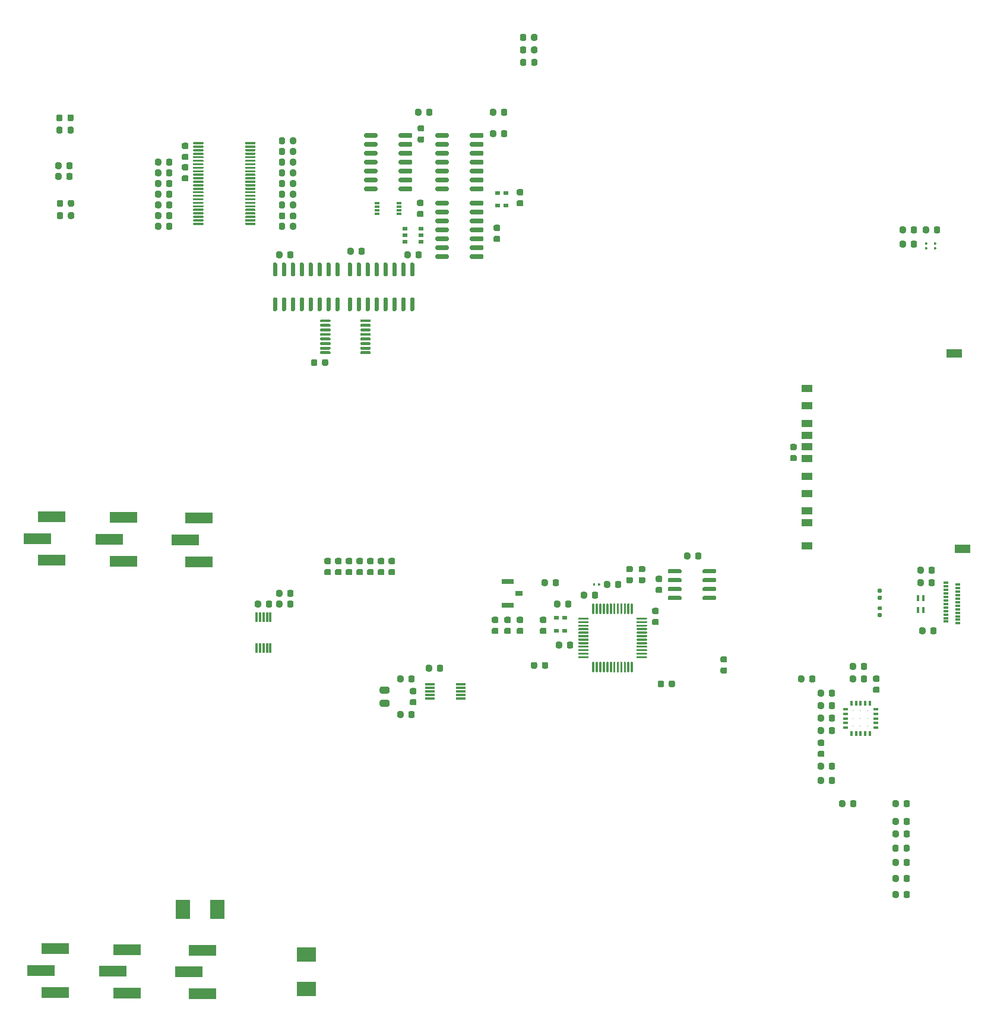
<source format=gbr>
%TF.GenerationSoftware,KiCad,Pcbnew,(5.1.6)-1*%
%TF.CreationDate,2020-09-27T15:43:18-07:00*%
%TF.ProjectId,ReflowOven,5265666c-6f77-44f7-9665-6e2e6b696361,rev?*%
%TF.SameCoordinates,Original*%
%TF.FileFunction,Paste,Top*%
%TF.FilePolarity,Positive*%
%FSLAX46Y46*%
G04 Gerber Fmt 4.6, Leading zero omitted, Abs format (unit mm)*
G04 Created by KiCad (PCBNEW (5.1.6)-1) date 2020-09-27 15:43:18*
%MOMM*%
%LPD*%
G01*
G04 APERTURE LIST*
%ADD10R,2.200000X1.200000*%
%ADD11R,1.500000X1.000000*%
%ADD12R,0.800000X0.600000*%
%ADD13R,0.000001X0.000001*%
%ADD14R,0.400000X0.650000*%
%ADD15R,0.650000X0.400000*%
%ADD16R,1.400000X0.300000*%
%ADD17R,0.300000X1.400000*%
%ADD18R,0.700000X0.510000*%
%ADD19R,0.800000X0.300000*%
%ADD20R,1.700000X0.800000*%
%ADD21R,1.100000X0.800000*%
%ADD22R,0.400000X0.900000*%
%ADD23R,0.700000X0.300000*%
%ADD24R,4.000000X1.650000*%
%ADD25R,2.800000X2.150000*%
%ADD26R,2.150000X2.800000*%
G04 APERTURE END LIST*
D10*
%TO.C,U409*%
X165526000Y-86973000D03*
X166726000Y-114823000D03*
D11*
X144526000Y-114423000D03*
X144526000Y-111073000D03*
X144526000Y-109373000D03*
X144526000Y-106948000D03*
X144526000Y-104448000D03*
X144526000Y-101948000D03*
X144526000Y-100248000D03*
X144526000Y-98598000D03*
X144526000Y-96948000D03*
X144526000Y-94448000D03*
X144526000Y-91948000D03*
%TD*%
%TO.C,U201*%
G36*
G01*
X113940000Y-124008000D02*
X113940000Y-122683000D01*
G75*
G02*
X114015000Y-122608000I75000J0D01*
G01*
X114165000Y-122608000D01*
G75*
G02*
X114240000Y-122683000I0J-75000D01*
G01*
X114240000Y-124008000D01*
G75*
G02*
X114165000Y-124083000I-75000J0D01*
G01*
X114015000Y-124083000D01*
G75*
G02*
X113940000Y-124008000I0J75000D01*
G01*
G37*
G36*
G01*
X114440000Y-124008000D02*
X114440000Y-122683000D01*
G75*
G02*
X114515000Y-122608000I75000J0D01*
G01*
X114665000Y-122608000D01*
G75*
G02*
X114740000Y-122683000I0J-75000D01*
G01*
X114740000Y-124008000D01*
G75*
G02*
X114665000Y-124083000I-75000J0D01*
G01*
X114515000Y-124083000D01*
G75*
G02*
X114440000Y-124008000I0J75000D01*
G01*
G37*
G36*
G01*
X114940000Y-124008000D02*
X114940000Y-122683000D01*
G75*
G02*
X115015000Y-122608000I75000J0D01*
G01*
X115165000Y-122608000D01*
G75*
G02*
X115240000Y-122683000I0J-75000D01*
G01*
X115240000Y-124008000D01*
G75*
G02*
X115165000Y-124083000I-75000J0D01*
G01*
X115015000Y-124083000D01*
G75*
G02*
X114940000Y-124008000I0J75000D01*
G01*
G37*
G36*
G01*
X115440000Y-124008000D02*
X115440000Y-122683000D01*
G75*
G02*
X115515000Y-122608000I75000J0D01*
G01*
X115665000Y-122608000D01*
G75*
G02*
X115740000Y-122683000I0J-75000D01*
G01*
X115740000Y-124008000D01*
G75*
G02*
X115665000Y-124083000I-75000J0D01*
G01*
X115515000Y-124083000D01*
G75*
G02*
X115440000Y-124008000I0J75000D01*
G01*
G37*
G36*
G01*
X115940000Y-124008000D02*
X115940000Y-122683000D01*
G75*
G02*
X116015000Y-122608000I75000J0D01*
G01*
X116165000Y-122608000D01*
G75*
G02*
X116240000Y-122683000I0J-75000D01*
G01*
X116240000Y-124008000D01*
G75*
G02*
X116165000Y-124083000I-75000J0D01*
G01*
X116015000Y-124083000D01*
G75*
G02*
X115940000Y-124008000I0J75000D01*
G01*
G37*
G36*
G01*
X116440000Y-124008000D02*
X116440000Y-122683000D01*
G75*
G02*
X116515000Y-122608000I75000J0D01*
G01*
X116665000Y-122608000D01*
G75*
G02*
X116740000Y-122683000I0J-75000D01*
G01*
X116740000Y-124008000D01*
G75*
G02*
X116665000Y-124083000I-75000J0D01*
G01*
X116515000Y-124083000D01*
G75*
G02*
X116440000Y-124008000I0J75000D01*
G01*
G37*
G36*
G01*
X116940000Y-124008000D02*
X116940000Y-122683000D01*
G75*
G02*
X117015000Y-122608000I75000J0D01*
G01*
X117165000Y-122608000D01*
G75*
G02*
X117240000Y-122683000I0J-75000D01*
G01*
X117240000Y-124008000D01*
G75*
G02*
X117165000Y-124083000I-75000J0D01*
G01*
X117015000Y-124083000D01*
G75*
G02*
X116940000Y-124008000I0J75000D01*
G01*
G37*
G36*
G01*
X117440000Y-124008000D02*
X117440000Y-122683000D01*
G75*
G02*
X117515000Y-122608000I75000J0D01*
G01*
X117665000Y-122608000D01*
G75*
G02*
X117740000Y-122683000I0J-75000D01*
G01*
X117740000Y-124008000D01*
G75*
G02*
X117665000Y-124083000I-75000J0D01*
G01*
X117515000Y-124083000D01*
G75*
G02*
X117440000Y-124008000I0J75000D01*
G01*
G37*
G36*
G01*
X117940000Y-124008000D02*
X117940000Y-122683000D01*
G75*
G02*
X118015000Y-122608000I75000J0D01*
G01*
X118165000Y-122608000D01*
G75*
G02*
X118240000Y-122683000I0J-75000D01*
G01*
X118240000Y-124008000D01*
G75*
G02*
X118165000Y-124083000I-75000J0D01*
G01*
X118015000Y-124083000D01*
G75*
G02*
X117940000Y-124008000I0J75000D01*
G01*
G37*
G36*
G01*
X118440000Y-124008000D02*
X118440000Y-122683000D01*
G75*
G02*
X118515000Y-122608000I75000J0D01*
G01*
X118665000Y-122608000D01*
G75*
G02*
X118740000Y-122683000I0J-75000D01*
G01*
X118740000Y-124008000D01*
G75*
G02*
X118665000Y-124083000I-75000J0D01*
G01*
X118515000Y-124083000D01*
G75*
G02*
X118440000Y-124008000I0J75000D01*
G01*
G37*
G36*
G01*
X118940000Y-124008000D02*
X118940000Y-122683000D01*
G75*
G02*
X119015000Y-122608000I75000J0D01*
G01*
X119165000Y-122608000D01*
G75*
G02*
X119240000Y-122683000I0J-75000D01*
G01*
X119240000Y-124008000D01*
G75*
G02*
X119165000Y-124083000I-75000J0D01*
G01*
X119015000Y-124083000D01*
G75*
G02*
X118940000Y-124008000I0J75000D01*
G01*
G37*
G36*
G01*
X119440000Y-124008000D02*
X119440000Y-122683000D01*
G75*
G02*
X119515000Y-122608000I75000J0D01*
G01*
X119665000Y-122608000D01*
G75*
G02*
X119740000Y-122683000I0J-75000D01*
G01*
X119740000Y-124008000D01*
G75*
G02*
X119665000Y-124083000I-75000J0D01*
G01*
X119515000Y-124083000D01*
G75*
G02*
X119440000Y-124008000I0J75000D01*
G01*
G37*
G36*
G01*
X120265000Y-124833000D02*
X120265000Y-124683000D01*
G75*
G02*
X120340000Y-124608000I75000J0D01*
G01*
X121665000Y-124608000D01*
G75*
G02*
X121740000Y-124683000I0J-75000D01*
G01*
X121740000Y-124833000D01*
G75*
G02*
X121665000Y-124908000I-75000J0D01*
G01*
X120340000Y-124908000D01*
G75*
G02*
X120265000Y-124833000I0J75000D01*
G01*
G37*
G36*
G01*
X120265000Y-125333000D02*
X120265000Y-125183000D01*
G75*
G02*
X120340000Y-125108000I75000J0D01*
G01*
X121665000Y-125108000D01*
G75*
G02*
X121740000Y-125183000I0J-75000D01*
G01*
X121740000Y-125333000D01*
G75*
G02*
X121665000Y-125408000I-75000J0D01*
G01*
X120340000Y-125408000D01*
G75*
G02*
X120265000Y-125333000I0J75000D01*
G01*
G37*
G36*
G01*
X120265000Y-125833000D02*
X120265000Y-125683000D01*
G75*
G02*
X120340000Y-125608000I75000J0D01*
G01*
X121665000Y-125608000D01*
G75*
G02*
X121740000Y-125683000I0J-75000D01*
G01*
X121740000Y-125833000D01*
G75*
G02*
X121665000Y-125908000I-75000J0D01*
G01*
X120340000Y-125908000D01*
G75*
G02*
X120265000Y-125833000I0J75000D01*
G01*
G37*
G36*
G01*
X120265000Y-126333000D02*
X120265000Y-126183000D01*
G75*
G02*
X120340000Y-126108000I75000J0D01*
G01*
X121665000Y-126108000D01*
G75*
G02*
X121740000Y-126183000I0J-75000D01*
G01*
X121740000Y-126333000D01*
G75*
G02*
X121665000Y-126408000I-75000J0D01*
G01*
X120340000Y-126408000D01*
G75*
G02*
X120265000Y-126333000I0J75000D01*
G01*
G37*
G36*
G01*
X120265000Y-126833000D02*
X120265000Y-126683000D01*
G75*
G02*
X120340000Y-126608000I75000J0D01*
G01*
X121665000Y-126608000D01*
G75*
G02*
X121740000Y-126683000I0J-75000D01*
G01*
X121740000Y-126833000D01*
G75*
G02*
X121665000Y-126908000I-75000J0D01*
G01*
X120340000Y-126908000D01*
G75*
G02*
X120265000Y-126833000I0J75000D01*
G01*
G37*
G36*
G01*
X120265000Y-127333000D02*
X120265000Y-127183000D01*
G75*
G02*
X120340000Y-127108000I75000J0D01*
G01*
X121665000Y-127108000D01*
G75*
G02*
X121740000Y-127183000I0J-75000D01*
G01*
X121740000Y-127333000D01*
G75*
G02*
X121665000Y-127408000I-75000J0D01*
G01*
X120340000Y-127408000D01*
G75*
G02*
X120265000Y-127333000I0J75000D01*
G01*
G37*
G36*
G01*
X120265000Y-127833000D02*
X120265000Y-127683000D01*
G75*
G02*
X120340000Y-127608000I75000J0D01*
G01*
X121665000Y-127608000D01*
G75*
G02*
X121740000Y-127683000I0J-75000D01*
G01*
X121740000Y-127833000D01*
G75*
G02*
X121665000Y-127908000I-75000J0D01*
G01*
X120340000Y-127908000D01*
G75*
G02*
X120265000Y-127833000I0J75000D01*
G01*
G37*
G36*
G01*
X120265000Y-128333000D02*
X120265000Y-128183000D01*
G75*
G02*
X120340000Y-128108000I75000J0D01*
G01*
X121665000Y-128108000D01*
G75*
G02*
X121740000Y-128183000I0J-75000D01*
G01*
X121740000Y-128333000D01*
G75*
G02*
X121665000Y-128408000I-75000J0D01*
G01*
X120340000Y-128408000D01*
G75*
G02*
X120265000Y-128333000I0J75000D01*
G01*
G37*
G36*
G01*
X120265000Y-128833000D02*
X120265000Y-128683000D01*
G75*
G02*
X120340000Y-128608000I75000J0D01*
G01*
X121665000Y-128608000D01*
G75*
G02*
X121740000Y-128683000I0J-75000D01*
G01*
X121740000Y-128833000D01*
G75*
G02*
X121665000Y-128908000I-75000J0D01*
G01*
X120340000Y-128908000D01*
G75*
G02*
X120265000Y-128833000I0J75000D01*
G01*
G37*
G36*
G01*
X120265000Y-129333000D02*
X120265000Y-129183000D01*
G75*
G02*
X120340000Y-129108000I75000J0D01*
G01*
X121665000Y-129108000D01*
G75*
G02*
X121740000Y-129183000I0J-75000D01*
G01*
X121740000Y-129333000D01*
G75*
G02*
X121665000Y-129408000I-75000J0D01*
G01*
X120340000Y-129408000D01*
G75*
G02*
X120265000Y-129333000I0J75000D01*
G01*
G37*
G36*
G01*
X120265000Y-129833000D02*
X120265000Y-129683000D01*
G75*
G02*
X120340000Y-129608000I75000J0D01*
G01*
X121665000Y-129608000D01*
G75*
G02*
X121740000Y-129683000I0J-75000D01*
G01*
X121740000Y-129833000D01*
G75*
G02*
X121665000Y-129908000I-75000J0D01*
G01*
X120340000Y-129908000D01*
G75*
G02*
X120265000Y-129833000I0J75000D01*
G01*
G37*
G36*
G01*
X120265000Y-130333000D02*
X120265000Y-130183000D01*
G75*
G02*
X120340000Y-130108000I75000J0D01*
G01*
X121665000Y-130108000D01*
G75*
G02*
X121740000Y-130183000I0J-75000D01*
G01*
X121740000Y-130333000D01*
G75*
G02*
X121665000Y-130408000I-75000J0D01*
G01*
X120340000Y-130408000D01*
G75*
G02*
X120265000Y-130333000I0J75000D01*
G01*
G37*
G36*
G01*
X119440000Y-132333000D02*
X119440000Y-131008000D01*
G75*
G02*
X119515000Y-130933000I75000J0D01*
G01*
X119665000Y-130933000D01*
G75*
G02*
X119740000Y-131008000I0J-75000D01*
G01*
X119740000Y-132333000D01*
G75*
G02*
X119665000Y-132408000I-75000J0D01*
G01*
X119515000Y-132408000D01*
G75*
G02*
X119440000Y-132333000I0J75000D01*
G01*
G37*
G36*
G01*
X118940000Y-132333000D02*
X118940000Y-131008000D01*
G75*
G02*
X119015000Y-130933000I75000J0D01*
G01*
X119165000Y-130933000D01*
G75*
G02*
X119240000Y-131008000I0J-75000D01*
G01*
X119240000Y-132333000D01*
G75*
G02*
X119165000Y-132408000I-75000J0D01*
G01*
X119015000Y-132408000D01*
G75*
G02*
X118940000Y-132333000I0J75000D01*
G01*
G37*
G36*
G01*
X118440000Y-132333000D02*
X118440000Y-131008000D01*
G75*
G02*
X118515000Y-130933000I75000J0D01*
G01*
X118665000Y-130933000D01*
G75*
G02*
X118740000Y-131008000I0J-75000D01*
G01*
X118740000Y-132333000D01*
G75*
G02*
X118665000Y-132408000I-75000J0D01*
G01*
X118515000Y-132408000D01*
G75*
G02*
X118440000Y-132333000I0J75000D01*
G01*
G37*
G36*
G01*
X117940000Y-132333000D02*
X117940000Y-131008000D01*
G75*
G02*
X118015000Y-130933000I75000J0D01*
G01*
X118165000Y-130933000D01*
G75*
G02*
X118240000Y-131008000I0J-75000D01*
G01*
X118240000Y-132333000D01*
G75*
G02*
X118165000Y-132408000I-75000J0D01*
G01*
X118015000Y-132408000D01*
G75*
G02*
X117940000Y-132333000I0J75000D01*
G01*
G37*
G36*
G01*
X117440000Y-132333000D02*
X117440000Y-131008000D01*
G75*
G02*
X117515000Y-130933000I75000J0D01*
G01*
X117665000Y-130933000D01*
G75*
G02*
X117740000Y-131008000I0J-75000D01*
G01*
X117740000Y-132333000D01*
G75*
G02*
X117665000Y-132408000I-75000J0D01*
G01*
X117515000Y-132408000D01*
G75*
G02*
X117440000Y-132333000I0J75000D01*
G01*
G37*
G36*
G01*
X116940000Y-132333000D02*
X116940000Y-131008000D01*
G75*
G02*
X117015000Y-130933000I75000J0D01*
G01*
X117165000Y-130933000D01*
G75*
G02*
X117240000Y-131008000I0J-75000D01*
G01*
X117240000Y-132333000D01*
G75*
G02*
X117165000Y-132408000I-75000J0D01*
G01*
X117015000Y-132408000D01*
G75*
G02*
X116940000Y-132333000I0J75000D01*
G01*
G37*
G36*
G01*
X116440000Y-132333000D02*
X116440000Y-131008000D01*
G75*
G02*
X116515000Y-130933000I75000J0D01*
G01*
X116665000Y-130933000D01*
G75*
G02*
X116740000Y-131008000I0J-75000D01*
G01*
X116740000Y-132333000D01*
G75*
G02*
X116665000Y-132408000I-75000J0D01*
G01*
X116515000Y-132408000D01*
G75*
G02*
X116440000Y-132333000I0J75000D01*
G01*
G37*
G36*
G01*
X115940000Y-132333000D02*
X115940000Y-131008000D01*
G75*
G02*
X116015000Y-130933000I75000J0D01*
G01*
X116165000Y-130933000D01*
G75*
G02*
X116240000Y-131008000I0J-75000D01*
G01*
X116240000Y-132333000D01*
G75*
G02*
X116165000Y-132408000I-75000J0D01*
G01*
X116015000Y-132408000D01*
G75*
G02*
X115940000Y-132333000I0J75000D01*
G01*
G37*
G36*
G01*
X115440000Y-132333000D02*
X115440000Y-131008000D01*
G75*
G02*
X115515000Y-130933000I75000J0D01*
G01*
X115665000Y-130933000D01*
G75*
G02*
X115740000Y-131008000I0J-75000D01*
G01*
X115740000Y-132333000D01*
G75*
G02*
X115665000Y-132408000I-75000J0D01*
G01*
X115515000Y-132408000D01*
G75*
G02*
X115440000Y-132333000I0J75000D01*
G01*
G37*
G36*
G01*
X114940000Y-132333000D02*
X114940000Y-131008000D01*
G75*
G02*
X115015000Y-130933000I75000J0D01*
G01*
X115165000Y-130933000D01*
G75*
G02*
X115240000Y-131008000I0J-75000D01*
G01*
X115240000Y-132333000D01*
G75*
G02*
X115165000Y-132408000I-75000J0D01*
G01*
X115015000Y-132408000D01*
G75*
G02*
X114940000Y-132333000I0J75000D01*
G01*
G37*
G36*
G01*
X114440000Y-132333000D02*
X114440000Y-131008000D01*
G75*
G02*
X114515000Y-130933000I75000J0D01*
G01*
X114665000Y-130933000D01*
G75*
G02*
X114740000Y-131008000I0J-75000D01*
G01*
X114740000Y-132333000D01*
G75*
G02*
X114665000Y-132408000I-75000J0D01*
G01*
X114515000Y-132408000D01*
G75*
G02*
X114440000Y-132333000I0J75000D01*
G01*
G37*
G36*
G01*
X113940000Y-132333000D02*
X113940000Y-131008000D01*
G75*
G02*
X114015000Y-130933000I75000J0D01*
G01*
X114165000Y-130933000D01*
G75*
G02*
X114240000Y-131008000I0J-75000D01*
G01*
X114240000Y-132333000D01*
G75*
G02*
X114165000Y-132408000I-75000J0D01*
G01*
X114015000Y-132408000D01*
G75*
G02*
X113940000Y-132333000I0J75000D01*
G01*
G37*
G36*
G01*
X111940000Y-130333000D02*
X111940000Y-130183000D01*
G75*
G02*
X112015000Y-130108000I75000J0D01*
G01*
X113340000Y-130108000D01*
G75*
G02*
X113415000Y-130183000I0J-75000D01*
G01*
X113415000Y-130333000D01*
G75*
G02*
X113340000Y-130408000I-75000J0D01*
G01*
X112015000Y-130408000D01*
G75*
G02*
X111940000Y-130333000I0J75000D01*
G01*
G37*
G36*
G01*
X111940000Y-129833000D02*
X111940000Y-129683000D01*
G75*
G02*
X112015000Y-129608000I75000J0D01*
G01*
X113340000Y-129608000D01*
G75*
G02*
X113415000Y-129683000I0J-75000D01*
G01*
X113415000Y-129833000D01*
G75*
G02*
X113340000Y-129908000I-75000J0D01*
G01*
X112015000Y-129908000D01*
G75*
G02*
X111940000Y-129833000I0J75000D01*
G01*
G37*
G36*
G01*
X111940000Y-129333000D02*
X111940000Y-129183000D01*
G75*
G02*
X112015000Y-129108000I75000J0D01*
G01*
X113340000Y-129108000D01*
G75*
G02*
X113415000Y-129183000I0J-75000D01*
G01*
X113415000Y-129333000D01*
G75*
G02*
X113340000Y-129408000I-75000J0D01*
G01*
X112015000Y-129408000D01*
G75*
G02*
X111940000Y-129333000I0J75000D01*
G01*
G37*
G36*
G01*
X111940000Y-128833000D02*
X111940000Y-128683000D01*
G75*
G02*
X112015000Y-128608000I75000J0D01*
G01*
X113340000Y-128608000D01*
G75*
G02*
X113415000Y-128683000I0J-75000D01*
G01*
X113415000Y-128833000D01*
G75*
G02*
X113340000Y-128908000I-75000J0D01*
G01*
X112015000Y-128908000D01*
G75*
G02*
X111940000Y-128833000I0J75000D01*
G01*
G37*
G36*
G01*
X111940000Y-128333000D02*
X111940000Y-128183000D01*
G75*
G02*
X112015000Y-128108000I75000J0D01*
G01*
X113340000Y-128108000D01*
G75*
G02*
X113415000Y-128183000I0J-75000D01*
G01*
X113415000Y-128333000D01*
G75*
G02*
X113340000Y-128408000I-75000J0D01*
G01*
X112015000Y-128408000D01*
G75*
G02*
X111940000Y-128333000I0J75000D01*
G01*
G37*
G36*
G01*
X111940000Y-127833000D02*
X111940000Y-127683000D01*
G75*
G02*
X112015000Y-127608000I75000J0D01*
G01*
X113340000Y-127608000D01*
G75*
G02*
X113415000Y-127683000I0J-75000D01*
G01*
X113415000Y-127833000D01*
G75*
G02*
X113340000Y-127908000I-75000J0D01*
G01*
X112015000Y-127908000D01*
G75*
G02*
X111940000Y-127833000I0J75000D01*
G01*
G37*
G36*
G01*
X111940000Y-127333000D02*
X111940000Y-127183000D01*
G75*
G02*
X112015000Y-127108000I75000J0D01*
G01*
X113340000Y-127108000D01*
G75*
G02*
X113415000Y-127183000I0J-75000D01*
G01*
X113415000Y-127333000D01*
G75*
G02*
X113340000Y-127408000I-75000J0D01*
G01*
X112015000Y-127408000D01*
G75*
G02*
X111940000Y-127333000I0J75000D01*
G01*
G37*
G36*
G01*
X111940000Y-126833000D02*
X111940000Y-126683000D01*
G75*
G02*
X112015000Y-126608000I75000J0D01*
G01*
X113340000Y-126608000D01*
G75*
G02*
X113415000Y-126683000I0J-75000D01*
G01*
X113415000Y-126833000D01*
G75*
G02*
X113340000Y-126908000I-75000J0D01*
G01*
X112015000Y-126908000D01*
G75*
G02*
X111940000Y-126833000I0J75000D01*
G01*
G37*
G36*
G01*
X111940000Y-126333000D02*
X111940000Y-126183000D01*
G75*
G02*
X112015000Y-126108000I75000J0D01*
G01*
X113340000Y-126108000D01*
G75*
G02*
X113415000Y-126183000I0J-75000D01*
G01*
X113415000Y-126333000D01*
G75*
G02*
X113340000Y-126408000I-75000J0D01*
G01*
X112015000Y-126408000D01*
G75*
G02*
X111940000Y-126333000I0J75000D01*
G01*
G37*
G36*
G01*
X111940000Y-125833000D02*
X111940000Y-125683000D01*
G75*
G02*
X112015000Y-125608000I75000J0D01*
G01*
X113340000Y-125608000D01*
G75*
G02*
X113415000Y-125683000I0J-75000D01*
G01*
X113415000Y-125833000D01*
G75*
G02*
X113340000Y-125908000I-75000J0D01*
G01*
X112015000Y-125908000D01*
G75*
G02*
X111940000Y-125833000I0J75000D01*
G01*
G37*
G36*
G01*
X111940000Y-125333000D02*
X111940000Y-125183000D01*
G75*
G02*
X112015000Y-125108000I75000J0D01*
G01*
X113340000Y-125108000D01*
G75*
G02*
X113415000Y-125183000I0J-75000D01*
G01*
X113415000Y-125333000D01*
G75*
G02*
X113340000Y-125408000I-75000J0D01*
G01*
X112015000Y-125408000D01*
G75*
G02*
X111940000Y-125333000I0J75000D01*
G01*
G37*
G36*
G01*
X111940000Y-124833000D02*
X111940000Y-124683000D01*
G75*
G02*
X112015000Y-124608000I75000J0D01*
G01*
X113340000Y-124608000D01*
G75*
G02*
X113415000Y-124683000I0J-75000D01*
G01*
X113415000Y-124833000D01*
G75*
G02*
X113340000Y-124908000I-75000J0D01*
G01*
X112015000Y-124908000D01*
G75*
G02*
X111940000Y-124833000I0J75000D01*
G01*
G37*
%TD*%
%TO.C,D501*%
G36*
G01*
X157638000Y-150873750D02*
X157638000Y-151386250D01*
G75*
G02*
X157419250Y-151605000I-218750J0D01*
G01*
X156981750Y-151605000D01*
G75*
G02*
X156763000Y-151386250I0J218750D01*
G01*
X156763000Y-150873750D01*
G75*
G02*
X156981750Y-150655000I218750J0D01*
G01*
X157419250Y-150655000D01*
G75*
G02*
X157638000Y-150873750I0J-218750D01*
G01*
G37*
G36*
G01*
X159213000Y-150873750D02*
X159213000Y-151386250D01*
G75*
G02*
X158994250Y-151605000I-218750J0D01*
G01*
X158556750Y-151605000D01*
G75*
G02*
X158338000Y-151386250I0J218750D01*
G01*
X158338000Y-150873750D01*
G75*
G02*
X158556750Y-150655000I218750J0D01*
G01*
X158994250Y-150655000D01*
G75*
G02*
X159213000Y-150873750I0J-218750D01*
G01*
G37*
%TD*%
D12*
%TO.C,X401*%
X100437000Y-64075000D03*
X100437000Y-65875000D03*
X101637000Y-65875000D03*
X101637000Y-64075000D03*
%TD*%
%TO.C,X201*%
X109998000Y-126454000D03*
X109998000Y-124654000D03*
X108798000Y-124654000D03*
X108798000Y-126454000D03*
%TD*%
%TO.C,U702*%
G36*
G01*
X155112500Y-121095000D02*
X154767500Y-121095000D01*
G75*
G02*
X154620000Y-120947500I0J147500D01*
G01*
X154620000Y-120652500D01*
G75*
G02*
X154767500Y-120505000I147500J0D01*
G01*
X155112500Y-120505000D01*
G75*
G02*
X155260000Y-120652500I0J-147500D01*
G01*
X155260000Y-120947500D01*
G75*
G02*
X155112500Y-121095000I-147500J0D01*
G01*
G37*
G36*
G01*
X155112500Y-122065000D02*
X154767500Y-122065000D01*
G75*
G02*
X154620000Y-121917500I0J147500D01*
G01*
X154620000Y-121622500D01*
G75*
G02*
X154767500Y-121475000I147500J0D01*
G01*
X155112500Y-121475000D01*
G75*
G02*
X155260000Y-121622500I0J-147500D01*
G01*
X155260000Y-121917500D01*
G75*
G02*
X155112500Y-122065000I-147500J0D01*
G01*
G37*
%TD*%
%TO.C,U701*%
G36*
G01*
X154767500Y-123951500D02*
X155112500Y-123951500D01*
G75*
G02*
X155260000Y-124099000I0J-147500D01*
G01*
X155260000Y-124394000D01*
G75*
G02*
X155112500Y-124541500I-147500J0D01*
G01*
X154767500Y-124541500D01*
G75*
G02*
X154620000Y-124394000I0J147500D01*
G01*
X154620000Y-124099000D01*
G75*
G02*
X154767500Y-123951500I147500J0D01*
G01*
G37*
G36*
G01*
X154767500Y-122981500D02*
X155112500Y-122981500D01*
G75*
G02*
X155260000Y-123129000I0J-147500D01*
G01*
X155260000Y-123424000D01*
G75*
G02*
X155112500Y-123571500I-147500J0D01*
G01*
X154767500Y-123571500D01*
G75*
G02*
X154620000Y-123424000I0J147500D01*
G01*
X154620000Y-123129000D01*
G75*
G02*
X154767500Y-122981500I147500J0D01*
G01*
G37*
%TD*%
D13*
%TO.C,U601*%
X151130000Y-137922000D03*
X151130000Y-139005333D03*
X151130000Y-140088666D03*
X152213333Y-137922000D03*
X152213333Y-139005333D03*
X152213333Y-140088666D03*
X153296666Y-137922000D03*
X153296666Y-139005333D03*
X153296666Y-140088666D03*
D14*
X153513333Y-141180333D03*
X152863333Y-141180333D03*
X152213333Y-141180333D03*
X151563333Y-141180333D03*
X150913333Y-141180333D03*
D15*
X150038333Y-140305333D03*
X150038333Y-139655333D03*
X150038333Y-139005333D03*
X150038333Y-138355333D03*
X150038333Y-137705333D03*
D14*
X150913333Y-136830333D03*
X151563333Y-136830333D03*
X152213333Y-136830333D03*
X152863333Y-136830333D03*
X153513333Y-136830333D03*
D15*
X154388333Y-137705333D03*
X154388333Y-138355333D03*
X154388333Y-139005333D03*
X154388333Y-139655333D03*
X154388333Y-140305333D03*
%TD*%
D16*
%TO.C,U502*%
X90764000Y-136128000D03*
X90764000Y-135628000D03*
X90764000Y-135128000D03*
X90764000Y-134628000D03*
X90764000Y-134128000D03*
X95164000Y-134128000D03*
X95164000Y-134628000D03*
X95164000Y-135128000D03*
X95164000Y-135628000D03*
X95164000Y-136128000D03*
%TD*%
D17*
%TO.C,U501*%
X68056000Y-128946000D03*
X67556000Y-128946000D03*
X67056000Y-128946000D03*
X66556000Y-128946000D03*
X66056000Y-128946000D03*
X66056000Y-124546000D03*
X66556000Y-124546000D03*
X67056000Y-124546000D03*
X67556000Y-124546000D03*
X68056000Y-124546000D03*
%TD*%
%TO.C,U408*%
G36*
G01*
X96496000Y-65682000D02*
X96496000Y-65382000D01*
G75*
G02*
X96646000Y-65232000I150000J0D01*
G01*
X98296000Y-65232000D01*
G75*
G02*
X98446000Y-65382000I0J-150000D01*
G01*
X98446000Y-65682000D01*
G75*
G02*
X98296000Y-65832000I-150000J0D01*
G01*
X96646000Y-65832000D01*
G75*
G02*
X96496000Y-65682000I0J150000D01*
G01*
G37*
G36*
G01*
X96496000Y-66952000D02*
X96496000Y-66652000D01*
G75*
G02*
X96646000Y-66502000I150000J0D01*
G01*
X98296000Y-66502000D01*
G75*
G02*
X98446000Y-66652000I0J-150000D01*
G01*
X98446000Y-66952000D01*
G75*
G02*
X98296000Y-67102000I-150000J0D01*
G01*
X96646000Y-67102000D01*
G75*
G02*
X96496000Y-66952000I0J150000D01*
G01*
G37*
G36*
G01*
X96496000Y-68222000D02*
X96496000Y-67922000D01*
G75*
G02*
X96646000Y-67772000I150000J0D01*
G01*
X98296000Y-67772000D01*
G75*
G02*
X98446000Y-67922000I0J-150000D01*
G01*
X98446000Y-68222000D01*
G75*
G02*
X98296000Y-68372000I-150000J0D01*
G01*
X96646000Y-68372000D01*
G75*
G02*
X96496000Y-68222000I0J150000D01*
G01*
G37*
G36*
G01*
X96496000Y-69492000D02*
X96496000Y-69192000D01*
G75*
G02*
X96646000Y-69042000I150000J0D01*
G01*
X98296000Y-69042000D01*
G75*
G02*
X98446000Y-69192000I0J-150000D01*
G01*
X98446000Y-69492000D01*
G75*
G02*
X98296000Y-69642000I-150000J0D01*
G01*
X96646000Y-69642000D01*
G75*
G02*
X96496000Y-69492000I0J150000D01*
G01*
G37*
G36*
G01*
X96496000Y-70762000D02*
X96496000Y-70462000D01*
G75*
G02*
X96646000Y-70312000I150000J0D01*
G01*
X98296000Y-70312000D01*
G75*
G02*
X98446000Y-70462000I0J-150000D01*
G01*
X98446000Y-70762000D01*
G75*
G02*
X98296000Y-70912000I-150000J0D01*
G01*
X96646000Y-70912000D01*
G75*
G02*
X96496000Y-70762000I0J150000D01*
G01*
G37*
G36*
G01*
X96496000Y-72032000D02*
X96496000Y-71732000D01*
G75*
G02*
X96646000Y-71582000I150000J0D01*
G01*
X98296000Y-71582000D01*
G75*
G02*
X98446000Y-71732000I0J-150000D01*
G01*
X98446000Y-72032000D01*
G75*
G02*
X98296000Y-72182000I-150000J0D01*
G01*
X96646000Y-72182000D01*
G75*
G02*
X96496000Y-72032000I0J150000D01*
G01*
G37*
G36*
G01*
X96496000Y-73302000D02*
X96496000Y-73002000D01*
G75*
G02*
X96646000Y-72852000I150000J0D01*
G01*
X98296000Y-72852000D01*
G75*
G02*
X98446000Y-73002000I0J-150000D01*
G01*
X98446000Y-73302000D01*
G75*
G02*
X98296000Y-73452000I-150000J0D01*
G01*
X96646000Y-73452000D01*
G75*
G02*
X96496000Y-73302000I0J150000D01*
G01*
G37*
G36*
G01*
X91546000Y-73302000D02*
X91546000Y-73002000D01*
G75*
G02*
X91696000Y-72852000I150000J0D01*
G01*
X93346000Y-72852000D01*
G75*
G02*
X93496000Y-73002000I0J-150000D01*
G01*
X93496000Y-73302000D01*
G75*
G02*
X93346000Y-73452000I-150000J0D01*
G01*
X91696000Y-73452000D01*
G75*
G02*
X91546000Y-73302000I0J150000D01*
G01*
G37*
G36*
G01*
X91546000Y-72032000D02*
X91546000Y-71732000D01*
G75*
G02*
X91696000Y-71582000I150000J0D01*
G01*
X93346000Y-71582000D01*
G75*
G02*
X93496000Y-71732000I0J-150000D01*
G01*
X93496000Y-72032000D01*
G75*
G02*
X93346000Y-72182000I-150000J0D01*
G01*
X91696000Y-72182000D01*
G75*
G02*
X91546000Y-72032000I0J150000D01*
G01*
G37*
G36*
G01*
X91546000Y-70762000D02*
X91546000Y-70462000D01*
G75*
G02*
X91696000Y-70312000I150000J0D01*
G01*
X93346000Y-70312000D01*
G75*
G02*
X93496000Y-70462000I0J-150000D01*
G01*
X93496000Y-70762000D01*
G75*
G02*
X93346000Y-70912000I-150000J0D01*
G01*
X91696000Y-70912000D01*
G75*
G02*
X91546000Y-70762000I0J150000D01*
G01*
G37*
G36*
G01*
X91546000Y-69492000D02*
X91546000Y-69192000D01*
G75*
G02*
X91696000Y-69042000I150000J0D01*
G01*
X93346000Y-69042000D01*
G75*
G02*
X93496000Y-69192000I0J-150000D01*
G01*
X93496000Y-69492000D01*
G75*
G02*
X93346000Y-69642000I-150000J0D01*
G01*
X91696000Y-69642000D01*
G75*
G02*
X91546000Y-69492000I0J150000D01*
G01*
G37*
G36*
G01*
X91546000Y-68222000D02*
X91546000Y-67922000D01*
G75*
G02*
X91696000Y-67772000I150000J0D01*
G01*
X93346000Y-67772000D01*
G75*
G02*
X93496000Y-67922000I0J-150000D01*
G01*
X93496000Y-68222000D01*
G75*
G02*
X93346000Y-68372000I-150000J0D01*
G01*
X91696000Y-68372000D01*
G75*
G02*
X91546000Y-68222000I0J150000D01*
G01*
G37*
G36*
G01*
X91546000Y-66952000D02*
X91546000Y-66652000D01*
G75*
G02*
X91696000Y-66502000I150000J0D01*
G01*
X93346000Y-66502000D01*
G75*
G02*
X93496000Y-66652000I0J-150000D01*
G01*
X93496000Y-66952000D01*
G75*
G02*
X93346000Y-67102000I-150000J0D01*
G01*
X91696000Y-67102000D01*
G75*
G02*
X91546000Y-66952000I0J150000D01*
G01*
G37*
G36*
G01*
X91546000Y-65682000D02*
X91546000Y-65382000D01*
G75*
G02*
X91696000Y-65232000I150000J0D01*
G01*
X93346000Y-65232000D01*
G75*
G02*
X93496000Y-65382000I0J-150000D01*
G01*
X93496000Y-65682000D01*
G75*
G02*
X93346000Y-65832000I-150000J0D01*
G01*
X91696000Y-65832000D01*
G75*
G02*
X91546000Y-65682000I0J150000D01*
G01*
G37*
%TD*%
%TO.C,U407*%
G36*
G01*
X86336000Y-56030000D02*
X86336000Y-55730000D01*
G75*
G02*
X86486000Y-55580000I150000J0D01*
G01*
X88136000Y-55580000D01*
G75*
G02*
X88286000Y-55730000I0J-150000D01*
G01*
X88286000Y-56030000D01*
G75*
G02*
X88136000Y-56180000I-150000J0D01*
G01*
X86486000Y-56180000D01*
G75*
G02*
X86336000Y-56030000I0J150000D01*
G01*
G37*
G36*
G01*
X86336000Y-57300000D02*
X86336000Y-57000000D01*
G75*
G02*
X86486000Y-56850000I150000J0D01*
G01*
X88136000Y-56850000D01*
G75*
G02*
X88286000Y-57000000I0J-150000D01*
G01*
X88286000Y-57300000D01*
G75*
G02*
X88136000Y-57450000I-150000J0D01*
G01*
X86486000Y-57450000D01*
G75*
G02*
X86336000Y-57300000I0J150000D01*
G01*
G37*
G36*
G01*
X86336000Y-58570000D02*
X86336000Y-58270000D01*
G75*
G02*
X86486000Y-58120000I150000J0D01*
G01*
X88136000Y-58120000D01*
G75*
G02*
X88286000Y-58270000I0J-150000D01*
G01*
X88286000Y-58570000D01*
G75*
G02*
X88136000Y-58720000I-150000J0D01*
G01*
X86486000Y-58720000D01*
G75*
G02*
X86336000Y-58570000I0J150000D01*
G01*
G37*
G36*
G01*
X86336000Y-59840000D02*
X86336000Y-59540000D01*
G75*
G02*
X86486000Y-59390000I150000J0D01*
G01*
X88136000Y-59390000D01*
G75*
G02*
X88286000Y-59540000I0J-150000D01*
G01*
X88286000Y-59840000D01*
G75*
G02*
X88136000Y-59990000I-150000J0D01*
G01*
X86486000Y-59990000D01*
G75*
G02*
X86336000Y-59840000I0J150000D01*
G01*
G37*
G36*
G01*
X86336000Y-61110000D02*
X86336000Y-60810000D01*
G75*
G02*
X86486000Y-60660000I150000J0D01*
G01*
X88136000Y-60660000D01*
G75*
G02*
X88286000Y-60810000I0J-150000D01*
G01*
X88286000Y-61110000D01*
G75*
G02*
X88136000Y-61260000I-150000J0D01*
G01*
X86486000Y-61260000D01*
G75*
G02*
X86336000Y-61110000I0J150000D01*
G01*
G37*
G36*
G01*
X86336000Y-62380000D02*
X86336000Y-62080000D01*
G75*
G02*
X86486000Y-61930000I150000J0D01*
G01*
X88136000Y-61930000D01*
G75*
G02*
X88286000Y-62080000I0J-150000D01*
G01*
X88286000Y-62380000D01*
G75*
G02*
X88136000Y-62530000I-150000J0D01*
G01*
X86486000Y-62530000D01*
G75*
G02*
X86336000Y-62380000I0J150000D01*
G01*
G37*
G36*
G01*
X86336000Y-63650000D02*
X86336000Y-63350000D01*
G75*
G02*
X86486000Y-63200000I150000J0D01*
G01*
X88136000Y-63200000D01*
G75*
G02*
X88286000Y-63350000I0J-150000D01*
G01*
X88286000Y-63650000D01*
G75*
G02*
X88136000Y-63800000I-150000J0D01*
G01*
X86486000Y-63800000D01*
G75*
G02*
X86336000Y-63650000I0J150000D01*
G01*
G37*
G36*
G01*
X81386000Y-63650000D02*
X81386000Y-63350000D01*
G75*
G02*
X81536000Y-63200000I150000J0D01*
G01*
X83186000Y-63200000D01*
G75*
G02*
X83336000Y-63350000I0J-150000D01*
G01*
X83336000Y-63650000D01*
G75*
G02*
X83186000Y-63800000I-150000J0D01*
G01*
X81536000Y-63800000D01*
G75*
G02*
X81386000Y-63650000I0J150000D01*
G01*
G37*
G36*
G01*
X81386000Y-62380000D02*
X81386000Y-62080000D01*
G75*
G02*
X81536000Y-61930000I150000J0D01*
G01*
X83186000Y-61930000D01*
G75*
G02*
X83336000Y-62080000I0J-150000D01*
G01*
X83336000Y-62380000D01*
G75*
G02*
X83186000Y-62530000I-150000J0D01*
G01*
X81536000Y-62530000D01*
G75*
G02*
X81386000Y-62380000I0J150000D01*
G01*
G37*
G36*
G01*
X81386000Y-61110000D02*
X81386000Y-60810000D01*
G75*
G02*
X81536000Y-60660000I150000J0D01*
G01*
X83186000Y-60660000D01*
G75*
G02*
X83336000Y-60810000I0J-150000D01*
G01*
X83336000Y-61110000D01*
G75*
G02*
X83186000Y-61260000I-150000J0D01*
G01*
X81536000Y-61260000D01*
G75*
G02*
X81386000Y-61110000I0J150000D01*
G01*
G37*
G36*
G01*
X81386000Y-59840000D02*
X81386000Y-59540000D01*
G75*
G02*
X81536000Y-59390000I150000J0D01*
G01*
X83186000Y-59390000D01*
G75*
G02*
X83336000Y-59540000I0J-150000D01*
G01*
X83336000Y-59840000D01*
G75*
G02*
X83186000Y-59990000I-150000J0D01*
G01*
X81536000Y-59990000D01*
G75*
G02*
X81386000Y-59840000I0J150000D01*
G01*
G37*
G36*
G01*
X81386000Y-58570000D02*
X81386000Y-58270000D01*
G75*
G02*
X81536000Y-58120000I150000J0D01*
G01*
X83186000Y-58120000D01*
G75*
G02*
X83336000Y-58270000I0J-150000D01*
G01*
X83336000Y-58570000D01*
G75*
G02*
X83186000Y-58720000I-150000J0D01*
G01*
X81536000Y-58720000D01*
G75*
G02*
X81386000Y-58570000I0J150000D01*
G01*
G37*
G36*
G01*
X81386000Y-57300000D02*
X81386000Y-57000000D01*
G75*
G02*
X81536000Y-56850000I150000J0D01*
G01*
X83186000Y-56850000D01*
G75*
G02*
X83336000Y-57000000I0J-150000D01*
G01*
X83336000Y-57300000D01*
G75*
G02*
X83186000Y-57450000I-150000J0D01*
G01*
X81536000Y-57450000D01*
G75*
G02*
X81386000Y-57300000I0J150000D01*
G01*
G37*
G36*
G01*
X81386000Y-56030000D02*
X81386000Y-55730000D01*
G75*
G02*
X81536000Y-55580000I150000J0D01*
G01*
X83186000Y-55580000D01*
G75*
G02*
X83336000Y-55730000I0J-150000D01*
G01*
X83336000Y-56030000D01*
G75*
G02*
X83186000Y-56180000I-150000J0D01*
G01*
X81536000Y-56180000D01*
G75*
G02*
X81386000Y-56030000I0J150000D01*
G01*
G37*
%TD*%
D18*
%TO.C,U406*%
X89552000Y-69154000D03*
X89552000Y-70104000D03*
X89552000Y-71054000D03*
X87232000Y-71054000D03*
X87232000Y-70104000D03*
X87232000Y-69154000D03*
%TD*%
D19*
%TO.C,U405*%
X86386000Y-65544000D03*
X86386000Y-66044000D03*
X86386000Y-66544000D03*
X86386000Y-67044000D03*
X83286000Y-67044000D03*
X83286000Y-66544000D03*
X83286000Y-66044000D03*
X83286000Y-65544000D03*
%TD*%
%TO.C,U404*%
G36*
G01*
X96496000Y-56030000D02*
X96496000Y-55730000D01*
G75*
G02*
X96646000Y-55580000I150000J0D01*
G01*
X98296000Y-55580000D01*
G75*
G02*
X98446000Y-55730000I0J-150000D01*
G01*
X98446000Y-56030000D01*
G75*
G02*
X98296000Y-56180000I-150000J0D01*
G01*
X96646000Y-56180000D01*
G75*
G02*
X96496000Y-56030000I0J150000D01*
G01*
G37*
G36*
G01*
X96496000Y-57300000D02*
X96496000Y-57000000D01*
G75*
G02*
X96646000Y-56850000I150000J0D01*
G01*
X98296000Y-56850000D01*
G75*
G02*
X98446000Y-57000000I0J-150000D01*
G01*
X98446000Y-57300000D01*
G75*
G02*
X98296000Y-57450000I-150000J0D01*
G01*
X96646000Y-57450000D01*
G75*
G02*
X96496000Y-57300000I0J150000D01*
G01*
G37*
G36*
G01*
X96496000Y-58570000D02*
X96496000Y-58270000D01*
G75*
G02*
X96646000Y-58120000I150000J0D01*
G01*
X98296000Y-58120000D01*
G75*
G02*
X98446000Y-58270000I0J-150000D01*
G01*
X98446000Y-58570000D01*
G75*
G02*
X98296000Y-58720000I-150000J0D01*
G01*
X96646000Y-58720000D01*
G75*
G02*
X96496000Y-58570000I0J150000D01*
G01*
G37*
G36*
G01*
X96496000Y-59840000D02*
X96496000Y-59540000D01*
G75*
G02*
X96646000Y-59390000I150000J0D01*
G01*
X98296000Y-59390000D01*
G75*
G02*
X98446000Y-59540000I0J-150000D01*
G01*
X98446000Y-59840000D01*
G75*
G02*
X98296000Y-59990000I-150000J0D01*
G01*
X96646000Y-59990000D01*
G75*
G02*
X96496000Y-59840000I0J150000D01*
G01*
G37*
G36*
G01*
X96496000Y-61110000D02*
X96496000Y-60810000D01*
G75*
G02*
X96646000Y-60660000I150000J0D01*
G01*
X98296000Y-60660000D01*
G75*
G02*
X98446000Y-60810000I0J-150000D01*
G01*
X98446000Y-61110000D01*
G75*
G02*
X98296000Y-61260000I-150000J0D01*
G01*
X96646000Y-61260000D01*
G75*
G02*
X96496000Y-61110000I0J150000D01*
G01*
G37*
G36*
G01*
X96496000Y-62380000D02*
X96496000Y-62080000D01*
G75*
G02*
X96646000Y-61930000I150000J0D01*
G01*
X98296000Y-61930000D01*
G75*
G02*
X98446000Y-62080000I0J-150000D01*
G01*
X98446000Y-62380000D01*
G75*
G02*
X98296000Y-62530000I-150000J0D01*
G01*
X96646000Y-62530000D01*
G75*
G02*
X96496000Y-62380000I0J150000D01*
G01*
G37*
G36*
G01*
X96496000Y-63650000D02*
X96496000Y-63350000D01*
G75*
G02*
X96646000Y-63200000I150000J0D01*
G01*
X98296000Y-63200000D01*
G75*
G02*
X98446000Y-63350000I0J-150000D01*
G01*
X98446000Y-63650000D01*
G75*
G02*
X98296000Y-63800000I-150000J0D01*
G01*
X96646000Y-63800000D01*
G75*
G02*
X96496000Y-63650000I0J150000D01*
G01*
G37*
G36*
G01*
X91546000Y-63650000D02*
X91546000Y-63350000D01*
G75*
G02*
X91696000Y-63200000I150000J0D01*
G01*
X93346000Y-63200000D01*
G75*
G02*
X93496000Y-63350000I0J-150000D01*
G01*
X93496000Y-63650000D01*
G75*
G02*
X93346000Y-63800000I-150000J0D01*
G01*
X91696000Y-63800000D01*
G75*
G02*
X91546000Y-63650000I0J150000D01*
G01*
G37*
G36*
G01*
X91546000Y-62380000D02*
X91546000Y-62080000D01*
G75*
G02*
X91696000Y-61930000I150000J0D01*
G01*
X93346000Y-61930000D01*
G75*
G02*
X93496000Y-62080000I0J-150000D01*
G01*
X93496000Y-62380000D01*
G75*
G02*
X93346000Y-62530000I-150000J0D01*
G01*
X91696000Y-62530000D01*
G75*
G02*
X91546000Y-62380000I0J150000D01*
G01*
G37*
G36*
G01*
X91546000Y-61110000D02*
X91546000Y-60810000D01*
G75*
G02*
X91696000Y-60660000I150000J0D01*
G01*
X93346000Y-60660000D01*
G75*
G02*
X93496000Y-60810000I0J-150000D01*
G01*
X93496000Y-61110000D01*
G75*
G02*
X93346000Y-61260000I-150000J0D01*
G01*
X91696000Y-61260000D01*
G75*
G02*
X91546000Y-61110000I0J150000D01*
G01*
G37*
G36*
G01*
X91546000Y-59840000D02*
X91546000Y-59540000D01*
G75*
G02*
X91696000Y-59390000I150000J0D01*
G01*
X93346000Y-59390000D01*
G75*
G02*
X93496000Y-59540000I0J-150000D01*
G01*
X93496000Y-59840000D01*
G75*
G02*
X93346000Y-59990000I-150000J0D01*
G01*
X91696000Y-59990000D01*
G75*
G02*
X91546000Y-59840000I0J150000D01*
G01*
G37*
G36*
G01*
X91546000Y-58570000D02*
X91546000Y-58270000D01*
G75*
G02*
X91696000Y-58120000I150000J0D01*
G01*
X93346000Y-58120000D01*
G75*
G02*
X93496000Y-58270000I0J-150000D01*
G01*
X93496000Y-58570000D01*
G75*
G02*
X93346000Y-58720000I-150000J0D01*
G01*
X91696000Y-58720000D01*
G75*
G02*
X91546000Y-58570000I0J150000D01*
G01*
G37*
G36*
G01*
X91546000Y-57300000D02*
X91546000Y-57000000D01*
G75*
G02*
X91696000Y-56850000I150000J0D01*
G01*
X93346000Y-56850000D01*
G75*
G02*
X93496000Y-57000000I0J-150000D01*
G01*
X93496000Y-57300000D01*
G75*
G02*
X93346000Y-57450000I-150000J0D01*
G01*
X91696000Y-57450000D01*
G75*
G02*
X91546000Y-57300000I0J150000D01*
G01*
G37*
G36*
G01*
X91546000Y-56030000D02*
X91546000Y-55730000D01*
G75*
G02*
X91696000Y-55580000I150000J0D01*
G01*
X93346000Y-55580000D01*
G75*
G02*
X93496000Y-55730000I0J-150000D01*
G01*
X93496000Y-56030000D01*
G75*
G02*
X93346000Y-56180000I-150000J0D01*
G01*
X91696000Y-56180000D01*
G75*
G02*
X91546000Y-56030000I0J150000D01*
G01*
G37*
%TD*%
%TO.C,U403*%
G36*
G01*
X68857000Y-75970000D02*
X68557000Y-75970000D01*
G75*
G02*
X68407000Y-75820000I0J150000D01*
G01*
X68407000Y-74170000D01*
G75*
G02*
X68557000Y-74020000I150000J0D01*
G01*
X68857000Y-74020000D01*
G75*
G02*
X69007000Y-74170000I0J-150000D01*
G01*
X69007000Y-75820000D01*
G75*
G02*
X68857000Y-75970000I-150000J0D01*
G01*
G37*
G36*
G01*
X70127000Y-75970000D02*
X69827000Y-75970000D01*
G75*
G02*
X69677000Y-75820000I0J150000D01*
G01*
X69677000Y-74170000D01*
G75*
G02*
X69827000Y-74020000I150000J0D01*
G01*
X70127000Y-74020000D01*
G75*
G02*
X70277000Y-74170000I0J-150000D01*
G01*
X70277000Y-75820000D01*
G75*
G02*
X70127000Y-75970000I-150000J0D01*
G01*
G37*
G36*
G01*
X71397000Y-75970000D02*
X71097000Y-75970000D01*
G75*
G02*
X70947000Y-75820000I0J150000D01*
G01*
X70947000Y-74170000D01*
G75*
G02*
X71097000Y-74020000I150000J0D01*
G01*
X71397000Y-74020000D01*
G75*
G02*
X71547000Y-74170000I0J-150000D01*
G01*
X71547000Y-75820000D01*
G75*
G02*
X71397000Y-75970000I-150000J0D01*
G01*
G37*
G36*
G01*
X72667000Y-75970000D02*
X72367000Y-75970000D01*
G75*
G02*
X72217000Y-75820000I0J150000D01*
G01*
X72217000Y-74170000D01*
G75*
G02*
X72367000Y-74020000I150000J0D01*
G01*
X72667000Y-74020000D01*
G75*
G02*
X72817000Y-74170000I0J-150000D01*
G01*
X72817000Y-75820000D01*
G75*
G02*
X72667000Y-75970000I-150000J0D01*
G01*
G37*
G36*
G01*
X73937000Y-75970000D02*
X73637000Y-75970000D01*
G75*
G02*
X73487000Y-75820000I0J150000D01*
G01*
X73487000Y-74170000D01*
G75*
G02*
X73637000Y-74020000I150000J0D01*
G01*
X73937000Y-74020000D01*
G75*
G02*
X74087000Y-74170000I0J-150000D01*
G01*
X74087000Y-75820000D01*
G75*
G02*
X73937000Y-75970000I-150000J0D01*
G01*
G37*
G36*
G01*
X75207000Y-75970000D02*
X74907000Y-75970000D01*
G75*
G02*
X74757000Y-75820000I0J150000D01*
G01*
X74757000Y-74170000D01*
G75*
G02*
X74907000Y-74020000I150000J0D01*
G01*
X75207000Y-74020000D01*
G75*
G02*
X75357000Y-74170000I0J-150000D01*
G01*
X75357000Y-75820000D01*
G75*
G02*
X75207000Y-75970000I-150000J0D01*
G01*
G37*
G36*
G01*
X76477000Y-75970000D02*
X76177000Y-75970000D01*
G75*
G02*
X76027000Y-75820000I0J150000D01*
G01*
X76027000Y-74170000D01*
G75*
G02*
X76177000Y-74020000I150000J0D01*
G01*
X76477000Y-74020000D01*
G75*
G02*
X76627000Y-74170000I0J-150000D01*
G01*
X76627000Y-75820000D01*
G75*
G02*
X76477000Y-75970000I-150000J0D01*
G01*
G37*
G36*
G01*
X77747000Y-75970000D02*
X77447000Y-75970000D01*
G75*
G02*
X77297000Y-75820000I0J150000D01*
G01*
X77297000Y-74170000D01*
G75*
G02*
X77447000Y-74020000I150000J0D01*
G01*
X77747000Y-74020000D01*
G75*
G02*
X77897000Y-74170000I0J-150000D01*
G01*
X77897000Y-75820000D01*
G75*
G02*
X77747000Y-75970000I-150000J0D01*
G01*
G37*
G36*
G01*
X77747000Y-80920000D02*
X77447000Y-80920000D01*
G75*
G02*
X77297000Y-80770000I0J150000D01*
G01*
X77297000Y-79120000D01*
G75*
G02*
X77447000Y-78970000I150000J0D01*
G01*
X77747000Y-78970000D01*
G75*
G02*
X77897000Y-79120000I0J-150000D01*
G01*
X77897000Y-80770000D01*
G75*
G02*
X77747000Y-80920000I-150000J0D01*
G01*
G37*
G36*
G01*
X76477000Y-80920000D02*
X76177000Y-80920000D01*
G75*
G02*
X76027000Y-80770000I0J150000D01*
G01*
X76027000Y-79120000D01*
G75*
G02*
X76177000Y-78970000I150000J0D01*
G01*
X76477000Y-78970000D01*
G75*
G02*
X76627000Y-79120000I0J-150000D01*
G01*
X76627000Y-80770000D01*
G75*
G02*
X76477000Y-80920000I-150000J0D01*
G01*
G37*
G36*
G01*
X75207000Y-80920000D02*
X74907000Y-80920000D01*
G75*
G02*
X74757000Y-80770000I0J150000D01*
G01*
X74757000Y-79120000D01*
G75*
G02*
X74907000Y-78970000I150000J0D01*
G01*
X75207000Y-78970000D01*
G75*
G02*
X75357000Y-79120000I0J-150000D01*
G01*
X75357000Y-80770000D01*
G75*
G02*
X75207000Y-80920000I-150000J0D01*
G01*
G37*
G36*
G01*
X73937000Y-80920000D02*
X73637000Y-80920000D01*
G75*
G02*
X73487000Y-80770000I0J150000D01*
G01*
X73487000Y-79120000D01*
G75*
G02*
X73637000Y-78970000I150000J0D01*
G01*
X73937000Y-78970000D01*
G75*
G02*
X74087000Y-79120000I0J-150000D01*
G01*
X74087000Y-80770000D01*
G75*
G02*
X73937000Y-80920000I-150000J0D01*
G01*
G37*
G36*
G01*
X72667000Y-80920000D02*
X72367000Y-80920000D01*
G75*
G02*
X72217000Y-80770000I0J150000D01*
G01*
X72217000Y-79120000D01*
G75*
G02*
X72367000Y-78970000I150000J0D01*
G01*
X72667000Y-78970000D01*
G75*
G02*
X72817000Y-79120000I0J-150000D01*
G01*
X72817000Y-80770000D01*
G75*
G02*
X72667000Y-80920000I-150000J0D01*
G01*
G37*
G36*
G01*
X71397000Y-80920000D02*
X71097000Y-80920000D01*
G75*
G02*
X70947000Y-80770000I0J150000D01*
G01*
X70947000Y-79120000D01*
G75*
G02*
X71097000Y-78970000I150000J0D01*
G01*
X71397000Y-78970000D01*
G75*
G02*
X71547000Y-79120000I0J-150000D01*
G01*
X71547000Y-80770000D01*
G75*
G02*
X71397000Y-80920000I-150000J0D01*
G01*
G37*
G36*
G01*
X70127000Y-80920000D02*
X69827000Y-80920000D01*
G75*
G02*
X69677000Y-80770000I0J150000D01*
G01*
X69677000Y-79120000D01*
G75*
G02*
X69827000Y-78970000I150000J0D01*
G01*
X70127000Y-78970000D01*
G75*
G02*
X70277000Y-79120000I0J-150000D01*
G01*
X70277000Y-80770000D01*
G75*
G02*
X70127000Y-80920000I-150000J0D01*
G01*
G37*
G36*
G01*
X68857000Y-80920000D02*
X68557000Y-80920000D01*
G75*
G02*
X68407000Y-80770000I0J150000D01*
G01*
X68407000Y-79120000D01*
G75*
G02*
X68557000Y-78970000I150000J0D01*
G01*
X68857000Y-78970000D01*
G75*
G02*
X69007000Y-79120000I0J-150000D01*
G01*
X69007000Y-80770000D01*
G75*
G02*
X68857000Y-80920000I-150000J0D01*
G01*
G37*
%TD*%
%TO.C,U402*%
G36*
G01*
X76615000Y-86757000D02*
X76615000Y-86957000D01*
G75*
G02*
X76515000Y-87057000I-100000J0D01*
G01*
X75240000Y-87057000D01*
G75*
G02*
X75140000Y-86957000I0J100000D01*
G01*
X75140000Y-86757000D01*
G75*
G02*
X75240000Y-86657000I100000J0D01*
G01*
X76515000Y-86657000D01*
G75*
G02*
X76615000Y-86757000I0J-100000D01*
G01*
G37*
G36*
G01*
X76615000Y-86107000D02*
X76615000Y-86307000D01*
G75*
G02*
X76515000Y-86407000I-100000J0D01*
G01*
X75240000Y-86407000D01*
G75*
G02*
X75140000Y-86307000I0J100000D01*
G01*
X75140000Y-86107000D01*
G75*
G02*
X75240000Y-86007000I100000J0D01*
G01*
X76515000Y-86007000D01*
G75*
G02*
X76615000Y-86107000I0J-100000D01*
G01*
G37*
G36*
G01*
X76615000Y-85457000D02*
X76615000Y-85657000D01*
G75*
G02*
X76515000Y-85757000I-100000J0D01*
G01*
X75240000Y-85757000D01*
G75*
G02*
X75140000Y-85657000I0J100000D01*
G01*
X75140000Y-85457000D01*
G75*
G02*
X75240000Y-85357000I100000J0D01*
G01*
X76515000Y-85357000D01*
G75*
G02*
X76615000Y-85457000I0J-100000D01*
G01*
G37*
G36*
G01*
X76615000Y-84807000D02*
X76615000Y-85007000D01*
G75*
G02*
X76515000Y-85107000I-100000J0D01*
G01*
X75240000Y-85107000D01*
G75*
G02*
X75140000Y-85007000I0J100000D01*
G01*
X75140000Y-84807000D01*
G75*
G02*
X75240000Y-84707000I100000J0D01*
G01*
X76515000Y-84707000D01*
G75*
G02*
X76615000Y-84807000I0J-100000D01*
G01*
G37*
G36*
G01*
X76615000Y-84157000D02*
X76615000Y-84357000D01*
G75*
G02*
X76515000Y-84457000I-100000J0D01*
G01*
X75240000Y-84457000D01*
G75*
G02*
X75140000Y-84357000I0J100000D01*
G01*
X75140000Y-84157000D01*
G75*
G02*
X75240000Y-84057000I100000J0D01*
G01*
X76515000Y-84057000D01*
G75*
G02*
X76615000Y-84157000I0J-100000D01*
G01*
G37*
G36*
G01*
X76615000Y-83507000D02*
X76615000Y-83707000D01*
G75*
G02*
X76515000Y-83807000I-100000J0D01*
G01*
X75240000Y-83807000D01*
G75*
G02*
X75140000Y-83707000I0J100000D01*
G01*
X75140000Y-83507000D01*
G75*
G02*
X75240000Y-83407000I100000J0D01*
G01*
X76515000Y-83407000D01*
G75*
G02*
X76615000Y-83507000I0J-100000D01*
G01*
G37*
G36*
G01*
X76615000Y-82857000D02*
X76615000Y-83057000D01*
G75*
G02*
X76515000Y-83157000I-100000J0D01*
G01*
X75240000Y-83157000D01*
G75*
G02*
X75140000Y-83057000I0J100000D01*
G01*
X75140000Y-82857000D01*
G75*
G02*
X75240000Y-82757000I100000J0D01*
G01*
X76515000Y-82757000D01*
G75*
G02*
X76615000Y-82857000I0J-100000D01*
G01*
G37*
G36*
G01*
X76615000Y-82207000D02*
X76615000Y-82407000D01*
G75*
G02*
X76515000Y-82507000I-100000J0D01*
G01*
X75240000Y-82507000D01*
G75*
G02*
X75140000Y-82407000I0J100000D01*
G01*
X75140000Y-82207000D01*
G75*
G02*
X75240000Y-82107000I100000J0D01*
G01*
X76515000Y-82107000D01*
G75*
G02*
X76615000Y-82207000I0J-100000D01*
G01*
G37*
G36*
G01*
X82340000Y-82207000D02*
X82340000Y-82407000D01*
G75*
G02*
X82240000Y-82507000I-100000J0D01*
G01*
X80965000Y-82507000D01*
G75*
G02*
X80865000Y-82407000I0J100000D01*
G01*
X80865000Y-82207000D01*
G75*
G02*
X80965000Y-82107000I100000J0D01*
G01*
X82240000Y-82107000D01*
G75*
G02*
X82340000Y-82207000I0J-100000D01*
G01*
G37*
G36*
G01*
X82340000Y-82857000D02*
X82340000Y-83057000D01*
G75*
G02*
X82240000Y-83157000I-100000J0D01*
G01*
X80965000Y-83157000D01*
G75*
G02*
X80865000Y-83057000I0J100000D01*
G01*
X80865000Y-82857000D01*
G75*
G02*
X80965000Y-82757000I100000J0D01*
G01*
X82240000Y-82757000D01*
G75*
G02*
X82340000Y-82857000I0J-100000D01*
G01*
G37*
G36*
G01*
X82340000Y-83507000D02*
X82340000Y-83707000D01*
G75*
G02*
X82240000Y-83807000I-100000J0D01*
G01*
X80965000Y-83807000D01*
G75*
G02*
X80865000Y-83707000I0J100000D01*
G01*
X80865000Y-83507000D01*
G75*
G02*
X80965000Y-83407000I100000J0D01*
G01*
X82240000Y-83407000D01*
G75*
G02*
X82340000Y-83507000I0J-100000D01*
G01*
G37*
G36*
G01*
X82340000Y-84157000D02*
X82340000Y-84357000D01*
G75*
G02*
X82240000Y-84457000I-100000J0D01*
G01*
X80965000Y-84457000D01*
G75*
G02*
X80865000Y-84357000I0J100000D01*
G01*
X80865000Y-84157000D01*
G75*
G02*
X80965000Y-84057000I100000J0D01*
G01*
X82240000Y-84057000D01*
G75*
G02*
X82340000Y-84157000I0J-100000D01*
G01*
G37*
G36*
G01*
X82340000Y-84807000D02*
X82340000Y-85007000D01*
G75*
G02*
X82240000Y-85107000I-100000J0D01*
G01*
X80965000Y-85107000D01*
G75*
G02*
X80865000Y-85007000I0J100000D01*
G01*
X80865000Y-84807000D01*
G75*
G02*
X80965000Y-84707000I100000J0D01*
G01*
X82240000Y-84707000D01*
G75*
G02*
X82340000Y-84807000I0J-100000D01*
G01*
G37*
G36*
G01*
X82340000Y-85457000D02*
X82340000Y-85657000D01*
G75*
G02*
X82240000Y-85757000I-100000J0D01*
G01*
X80965000Y-85757000D01*
G75*
G02*
X80865000Y-85657000I0J100000D01*
G01*
X80865000Y-85457000D01*
G75*
G02*
X80965000Y-85357000I100000J0D01*
G01*
X82240000Y-85357000D01*
G75*
G02*
X82340000Y-85457000I0J-100000D01*
G01*
G37*
G36*
G01*
X82340000Y-86107000D02*
X82340000Y-86307000D01*
G75*
G02*
X82240000Y-86407000I-100000J0D01*
G01*
X80965000Y-86407000D01*
G75*
G02*
X80865000Y-86307000I0J100000D01*
G01*
X80865000Y-86107000D01*
G75*
G02*
X80965000Y-86007000I100000J0D01*
G01*
X82240000Y-86007000D01*
G75*
G02*
X82340000Y-86107000I0J-100000D01*
G01*
G37*
G36*
G01*
X82340000Y-86757000D02*
X82340000Y-86957000D01*
G75*
G02*
X82240000Y-87057000I-100000J0D01*
G01*
X80965000Y-87057000D01*
G75*
G02*
X80865000Y-86957000I0J100000D01*
G01*
X80865000Y-86757000D01*
G75*
G02*
X80965000Y-86657000I100000J0D01*
G01*
X82240000Y-86657000D01*
G75*
G02*
X82340000Y-86757000I0J-100000D01*
G01*
G37*
%TD*%
%TO.C,U401*%
G36*
G01*
X79525000Y-75970000D02*
X79225000Y-75970000D01*
G75*
G02*
X79075000Y-75820000I0J150000D01*
G01*
X79075000Y-74170000D01*
G75*
G02*
X79225000Y-74020000I150000J0D01*
G01*
X79525000Y-74020000D01*
G75*
G02*
X79675000Y-74170000I0J-150000D01*
G01*
X79675000Y-75820000D01*
G75*
G02*
X79525000Y-75970000I-150000J0D01*
G01*
G37*
G36*
G01*
X80795000Y-75970000D02*
X80495000Y-75970000D01*
G75*
G02*
X80345000Y-75820000I0J150000D01*
G01*
X80345000Y-74170000D01*
G75*
G02*
X80495000Y-74020000I150000J0D01*
G01*
X80795000Y-74020000D01*
G75*
G02*
X80945000Y-74170000I0J-150000D01*
G01*
X80945000Y-75820000D01*
G75*
G02*
X80795000Y-75970000I-150000J0D01*
G01*
G37*
G36*
G01*
X82065000Y-75970000D02*
X81765000Y-75970000D01*
G75*
G02*
X81615000Y-75820000I0J150000D01*
G01*
X81615000Y-74170000D01*
G75*
G02*
X81765000Y-74020000I150000J0D01*
G01*
X82065000Y-74020000D01*
G75*
G02*
X82215000Y-74170000I0J-150000D01*
G01*
X82215000Y-75820000D01*
G75*
G02*
X82065000Y-75970000I-150000J0D01*
G01*
G37*
G36*
G01*
X83335000Y-75970000D02*
X83035000Y-75970000D01*
G75*
G02*
X82885000Y-75820000I0J150000D01*
G01*
X82885000Y-74170000D01*
G75*
G02*
X83035000Y-74020000I150000J0D01*
G01*
X83335000Y-74020000D01*
G75*
G02*
X83485000Y-74170000I0J-150000D01*
G01*
X83485000Y-75820000D01*
G75*
G02*
X83335000Y-75970000I-150000J0D01*
G01*
G37*
G36*
G01*
X84605000Y-75970000D02*
X84305000Y-75970000D01*
G75*
G02*
X84155000Y-75820000I0J150000D01*
G01*
X84155000Y-74170000D01*
G75*
G02*
X84305000Y-74020000I150000J0D01*
G01*
X84605000Y-74020000D01*
G75*
G02*
X84755000Y-74170000I0J-150000D01*
G01*
X84755000Y-75820000D01*
G75*
G02*
X84605000Y-75970000I-150000J0D01*
G01*
G37*
G36*
G01*
X85875000Y-75970000D02*
X85575000Y-75970000D01*
G75*
G02*
X85425000Y-75820000I0J150000D01*
G01*
X85425000Y-74170000D01*
G75*
G02*
X85575000Y-74020000I150000J0D01*
G01*
X85875000Y-74020000D01*
G75*
G02*
X86025000Y-74170000I0J-150000D01*
G01*
X86025000Y-75820000D01*
G75*
G02*
X85875000Y-75970000I-150000J0D01*
G01*
G37*
G36*
G01*
X87145000Y-75970000D02*
X86845000Y-75970000D01*
G75*
G02*
X86695000Y-75820000I0J150000D01*
G01*
X86695000Y-74170000D01*
G75*
G02*
X86845000Y-74020000I150000J0D01*
G01*
X87145000Y-74020000D01*
G75*
G02*
X87295000Y-74170000I0J-150000D01*
G01*
X87295000Y-75820000D01*
G75*
G02*
X87145000Y-75970000I-150000J0D01*
G01*
G37*
G36*
G01*
X88415000Y-75970000D02*
X88115000Y-75970000D01*
G75*
G02*
X87965000Y-75820000I0J150000D01*
G01*
X87965000Y-74170000D01*
G75*
G02*
X88115000Y-74020000I150000J0D01*
G01*
X88415000Y-74020000D01*
G75*
G02*
X88565000Y-74170000I0J-150000D01*
G01*
X88565000Y-75820000D01*
G75*
G02*
X88415000Y-75970000I-150000J0D01*
G01*
G37*
G36*
G01*
X88415000Y-80920000D02*
X88115000Y-80920000D01*
G75*
G02*
X87965000Y-80770000I0J150000D01*
G01*
X87965000Y-79120000D01*
G75*
G02*
X88115000Y-78970000I150000J0D01*
G01*
X88415000Y-78970000D01*
G75*
G02*
X88565000Y-79120000I0J-150000D01*
G01*
X88565000Y-80770000D01*
G75*
G02*
X88415000Y-80920000I-150000J0D01*
G01*
G37*
G36*
G01*
X87145000Y-80920000D02*
X86845000Y-80920000D01*
G75*
G02*
X86695000Y-80770000I0J150000D01*
G01*
X86695000Y-79120000D01*
G75*
G02*
X86845000Y-78970000I150000J0D01*
G01*
X87145000Y-78970000D01*
G75*
G02*
X87295000Y-79120000I0J-150000D01*
G01*
X87295000Y-80770000D01*
G75*
G02*
X87145000Y-80920000I-150000J0D01*
G01*
G37*
G36*
G01*
X85875000Y-80920000D02*
X85575000Y-80920000D01*
G75*
G02*
X85425000Y-80770000I0J150000D01*
G01*
X85425000Y-79120000D01*
G75*
G02*
X85575000Y-78970000I150000J0D01*
G01*
X85875000Y-78970000D01*
G75*
G02*
X86025000Y-79120000I0J-150000D01*
G01*
X86025000Y-80770000D01*
G75*
G02*
X85875000Y-80920000I-150000J0D01*
G01*
G37*
G36*
G01*
X84605000Y-80920000D02*
X84305000Y-80920000D01*
G75*
G02*
X84155000Y-80770000I0J150000D01*
G01*
X84155000Y-79120000D01*
G75*
G02*
X84305000Y-78970000I150000J0D01*
G01*
X84605000Y-78970000D01*
G75*
G02*
X84755000Y-79120000I0J-150000D01*
G01*
X84755000Y-80770000D01*
G75*
G02*
X84605000Y-80920000I-150000J0D01*
G01*
G37*
G36*
G01*
X83335000Y-80920000D02*
X83035000Y-80920000D01*
G75*
G02*
X82885000Y-80770000I0J150000D01*
G01*
X82885000Y-79120000D01*
G75*
G02*
X83035000Y-78970000I150000J0D01*
G01*
X83335000Y-78970000D01*
G75*
G02*
X83485000Y-79120000I0J-150000D01*
G01*
X83485000Y-80770000D01*
G75*
G02*
X83335000Y-80920000I-150000J0D01*
G01*
G37*
G36*
G01*
X82065000Y-80920000D02*
X81765000Y-80920000D01*
G75*
G02*
X81615000Y-80770000I0J150000D01*
G01*
X81615000Y-79120000D01*
G75*
G02*
X81765000Y-78970000I150000J0D01*
G01*
X82065000Y-78970000D01*
G75*
G02*
X82215000Y-79120000I0J-150000D01*
G01*
X82215000Y-80770000D01*
G75*
G02*
X82065000Y-80920000I-150000J0D01*
G01*
G37*
G36*
G01*
X80795000Y-80920000D02*
X80495000Y-80920000D01*
G75*
G02*
X80345000Y-80770000I0J150000D01*
G01*
X80345000Y-79120000D01*
G75*
G02*
X80495000Y-78970000I150000J0D01*
G01*
X80795000Y-78970000D01*
G75*
G02*
X80945000Y-79120000I0J-150000D01*
G01*
X80945000Y-80770000D01*
G75*
G02*
X80795000Y-80920000I-150000J0D01*
G01*
G37*
G36*
G01*
X79525000Y-80920000D02*
X79225000Y-80920000D01*
G75*
G02*
X79075000Y-80770000I0J150000D01*
G01*
X79075000Y-79120000D01*
G75*
G02*
X79225000Y-78970000I150000J0D01*
G01*
X79525000Y-78970000D01*
G75*
G02*
X79675000Y-79120000I0J-150000D01*
G01*
X79675000Y-80770000D01*
G75*
G02*
X79525000Y-80920000I-150000J0D01*
G01*
G37*
%TD*%
%TO.C,U301*%
G36*
G01*
X64443000Y-57063000D02*
X64443000Y-56913000D01*
G75*
G02*
X64518000Y-56838000I75000J0D01*
G01*
X65843000Y-56838000D01*
G75*
G02*
X65918000Y-56913000I0J-75000D01*
G01*
X65918000Y-57063000D01*
G75*
G02*
X65843000Y-57138000I-75000J0D01*
G01*
X64518000Y-57138000D01*
G75*
G02*
X64443000Y-57063000I0J75000D01*
G01*
G37*
G36*
G01*
X64443000Y-57563000D02*
X64443000Y-57413000D01*
G75*
G02*
X64518000Y-57338000I75000J0D01*
G01*
X65843000Y-57338000D01*
G75*
G02*
X65918000Y-57413000I0J-75000D01*
G01*
X65918000Y-57563000D01*
G75*
G02*
X65843000Y-57638000I-75000J0D01*
G01*
X64518000Y-57638000D01*
G75*
G02*
X64443000Y-57563000I0J75000D01*
G01*
G37*
G36*
G01*
X64443000Y-58063000D02*
X64443000Y-57913000D01*
G75*
G02*
X64518000Y-57838000I75000J0D01*
G01*
X65843000Y-57838000D01*
G75*
G02*
X65918000Y-57913000I0J-75000D01*
G01*
X65918000Y-58063000D01*
G75*
G02*
X65843000Y-58138000I-75000J0D01*
G01*
X64518000Y-58138000D01*
G75*
G02*
X64443000Y-58063000I0J75000D01*
G01*
G37*
G36*
G01*
X64443000Y-58563000D02*
X64443000Y-58413000D01*
G75*
G02*
X64518000Y-58338000I75000J0D01*
G01*
X65843000Y-58338000D01*
G75*
G02*
X65918000Y-58413000I0J-75000D01*
G01*
X65918000Y-58563000D01*
G75*
G02*
X65843000Y-58638000I-75000J0D01*
G01*
X64518000Y-58638000D01*
G75*
G02*
X64443000Y-58563000I0J75000D01*
G01*
G37*
G36*
G01*
X64443000Y-59063000D02*
X64443000Y-58913000D01*
G75*
G02*
X64518000Y-58838000I75000J0D01*
G01*
X65843000Y-58838000D01*
G75*
G02*
X65918000Y-58913000I0J-75000D01*
G01*
X65918000Y-59063000D01*
G75*
G02*
X65843000Y-59138000I-75000J0D01*
G01*
X64518000Y-59138000D01*
G75*
G02*
X64443000Y-59063000I0J75000D01*
G01*
G37*
G36*
G01*
X64443000Y-59563000D02*
X64443000Y-59413000D01*
G75*
G02*
X64518000Y-59338000I75000J0D01*
G01*
X65843000Y-59338000D01*
G75*
G02*
X65918000Y-59413000I0J-75000D01*
G01*
X65918000Y-59563000D01*
G75*
G02*
X65843000Y-59638000I-75000J0D01*
G01*
X64518000Y-59638000D01*
G75*
G02*
X64443000Y-59563000I0J75000D01*
G01*
G37*
G36*
G01*
X64443000Y-60063000D02*
X64443000Y-59913000D01*
G75*
G02*
X64518000Y-59838000I75000J0D01*
G01*
X65843000Y-59838000D01*
G75*
G02*
X65918000Y-59913000I0J-75000D01*
G01*
X65918000Y-60063000D01*
G75*
G02*
X65843000Y-60138000I-75000J0D01*
G01*
X64518000Y-60138000D01*
G75*
G02*
X64443000Y-60063000I0J75000D01*
G01*
G37*
G36*
G01*
X64443000Y-60563000D02*
X64443000Y-60413000D01*
G75*
G02*
X64518000Y-60338000I75000J0D01*
G01*
X65843000Y-60338000D01*
G75*
G02*
X65918000Y-60413000I0J-75000D01*
G01*
X65918000Y-60563000D01*
G75*
G02*
X65843000Y-60638000I-75000J0D01*
G01*
X64518000Y-60638000D01*
G75*
G02*
X64443000Y-60563000I0J75000D01*
G01*
G37*
G36*
G01*
X64443000Y-61063000D02*
X64443000Y-60913000D01*
G75*
G02*
X64518000Y-60838000I75000J0D01*
G01*
X65843000Y-60838000D01*
G75*
G02*
X65918000Y-60913000I0J-75000D01*
G01*
X65918000Y-61063000D01*
G75*
G02*
X65843000Y-61138000I-75000J0D01*
G01*
X64518000Y-61138000D01*
G75*
G02*
X64443000Y-61063000I0J75000D01*
G01*
G37*
G36*
G01*
X64443000Y-61563000D02*
X64443000Y-61413000D01*
G75*
G02*
X64518000Y-61338000I75000J0D01*
G01*
X65843000Y-61338000D01*
G75*
G02*
X65918000Y-61413000I0J-75000D01*
G01*
X65918000Y-61563000D01*
G75*
G02*
X65843000Y-61638000I-75000J0D01*
G01*
X64518000Y-61638000D01*
G75*
G02*
X64443000Y-61563000I0J75000D01*
G01*
G37*
G36*
G01*
X64443000Y-62063000D02*
X64443000Y-61913000D01*
G75*
G02*
X64518000Y-61838000I75000J0D01*
G01*
X65843000Y-61838000D01*
G75*
G02*
X65918000Y-61913000I0J-75000D01*
G01*
X65918000Y-62063000D01*
G75*
G02*
X65843000Y-62138000I-75000J0D01*
G01*
X64518000Y-62138000D01*
G75*
G02*
X64443000Y-62063000I0J75000D01*
G01*
G37*
G36*
G01*
X64443000Y-62563000D02*
X64443000Y-62413000D01*
G75*
G02*
X64518000Y-62338000I75000J0D01*
G01*
X65843000Y-62338000D01*
G75*
G02*
X65918000Y-62413000I0J-75000D01*
G01*
X65918000Y-62563000D01*
G75*
G02*
X65843000Y-62638000I-75000J0D01*
G01*
X64518000Y-62638000D01*
G75*
G02*
X64443000Y-62563000I0J75000D01*
G01*
G37*
G36*
G01*
X64443000Y-63063000D02*
X64443000Y-62913000D01*
G75*
G02*
X64518000Y-62838000I75000J0D01*
G01*
X65843000Y-62838000D01*
G75*
G02*
X65918000Y-62913000I0J-75000D01*
G01*
X65918000Y-63063000D01*
G75*
G02*
X65843000Y-63138000I-75000J0D01*
G01*
X64518000Y-63138000D01*
G75*
G02*
X64443000Y-63063000I0J75000D01*
G01*
G37*
G36*
G01*
X64443000Y-63563000D02*
X64443000Y-63413000D01*
G75*
G02*
X64518000Y-63338000I75000J0D01*
G01*
X65843000Y-63338000D01*
G75*
G02*
X65918000Y-63413000I0J-75000D01*
G01*
X65918000Y-63563000D01*
G75*
G02*
X65843000Y-63638000I-75000J0D01*
G01*
X64518000Y-63638000D01*
G75*
G02*
X64443000Y-63563000I0J75000D01*
G01*
G37*
G36*
G01*
X64443000Y-64063000D02*
X64443000Y-63913000D01*
G75*
G02*
X64518000Y-63838000I75000J0D01*
G01*
X65843000Y-63838000D01*
G75*
G02*
X65918000Y-63913000I0J-75000D01*
G01*
X65918000Y-64063000D01*
G75*
G02*
X65843000Y-64138000I-75000J0D01*
G01*
X64518000Y-64138000D01*
G75*
G02*
X64443000Y-64063000I0J75000D01*
G01*
G37*
G36*
G01*
X64443000Y-64563000D02*
X64443000Y-64413000D01*
G75*
G02*
X64518000Y-64338000I75000J0D01*
G01*
X65843000Y-64338000D01*
G75*
G02*
X65918000Y-64413000I0J-75000D01*
G01*
X65918000Y-64563000D01*
G75*
G02*
X65843000Y-64638000I-75000J0D01*
G01*
X64518000Y-64638000D01*
G75*
G02*
X64443000Y-64563000I0J75000D01*
G01*
G37*
G36*
G01*
X64443000Y-65063000D02*
X64443000Y-64913000D01*
G75*
G02*
X64518000Y-64838000I75000J0D01*
G01*
X65843000Y-64838000D01*
G75*
G02*
X65918000Y-64913000I0J-75000D01*
G01*
X65918000Y-65063000D01*
G75*
G02*
X65843000Y-65138000I-75000J0D01*
G01*
X64518000Y-65138000D01*
G75*
G02*
X64443000Y-65063000I0J75000D01*
G01*
G37*
G36*
G01*
X64443000Y-65563000D02*
X64443000Y-65413000D01*
G75*
G02*
X64518000Y-65338000I75000J0D01*
G01*
X65843000Y-65338000D01*
G75*
G02*
X65918000Y-65413000I0J-75000D01*
G01*
X65918000Y-65563000D01*
G75*
G02*
X65843000Y-65638000I-75000J0D01*
G01*
X64518000Y-65638000D01*
G75*
G02*
X64443000Y-65563000I0J75000D01*
G01*
G37*
G36*
G01*
X64443000Y-66063000D02*
X64443000Y-65913000D01*
G75*
G02*
X64518000Y-65838000I75000J0D01*
G01*
X65843000Y-65838000D01*
G75*
G02*
X65918000Y-65913000I0J-75000D01*
G01*
X65918000Y-66063000D01*
G75*
G02*
X65843000Y-66138000I-75000J0D01*
G01*
X64518000Y-66138000D01*
G75*
G02*
X64443000Y-66063000I0J75000D01*
G01*
G37*
G36*
G01*
X64443000Y-66563000D02*
X64443000Y-66413000D01*
G75*
G02*
X64518000Y-66338000I75000J0D01*
G01*
X65843000Y-66338000D01*
G75*
G02*
X65918000Y-66413000I0J-75000D01*
G01*
X65918000Y-66563000D01*
G75*
G02*
X65843000Y-66638000I-75000J0D01*
G01*
X64518000Y-66638000D01*
G75*
G02*
X64443000Y-66563000I0J75000D01*
G01*
G37*
G36*
G01*
X64443000Y-67063000D02*
X64443000Y-66913000D01*
G75*
G02*
X64518000Y-66838000I75000J0D01*
G01*
X65843000Y-66838000D01*
G75*
G02*
X65918000Y-66913000I0J-75000D01*
G01*
X65918000Y-67063000D01*
G75*
G02*
X65843000Y-67138000I-75000J0D01*
G01*
X64518000Y-67138000D01*
G75*
G02*
X64443000Y-67063000I0J75000D01*
G01*
G37*
G36*
G01*
X64443000Y-67563000D02*
X64443000Y-67413000D01*
G75*
G02*
X64518000Y-67338000I75000J0D01*
G01*
X65843000Y-67338000D01*
G75*
G02*
X65918000Y-67413000I0J-75000D01*
G01*
X65918000Y-67563000D01*
G75*
G02*
X65843000Y-67638000I-75000J0D01*
G01*
X64518000Y-67638000D01*
G75*
G02*
X64443000Y-67563000I0J75000D01*
G01*
G37*
G36*
G01*
X64443000Y-68063000D02*
X64443000Y-67913000D01*
G75*
G02*
X64518000Y-67838000I75000J0D01*
G01*
X65843000Y-67838000D01*
G75*
G02*
X65918000Y-67913000I0J-75000D01*
G01*
X65918000Y-68063000D01*
G75*
G02*
X65843000Y-68138000I-75000J0D01*
G01*
X64518000Y-68138000D01*
G75*
G02*
X64443000Y-68063000I0J75000D01*
G01*
G37*
G36*
G01*
X64443000Y-68563000D02*
X64443000Y-68413000D01*
G75*
G02*
X64518000Y-68338000I75000J0D01*
G01*
X65843000Y-68338000D01*
G75*
G02*
X65918000Y-68413000I0J-75000D01*
G01*
X65918000Y-68563000D01*
G75*
G02*
X65843000Y-68638000I-75000J0D01*
G01*
X64518000Y-68638000D01*
G75*
G02*
X64443000Y-68563000I0J75000D01*
G01*
G37*
G36*
G01*
X57018000Y-68563000D02*
X57018000Y-68413000D01*
G75*
G02*
X57093000Y-68338000I75000J0D01*
G01*
X58418000Y-68338000D01*
G75*
G02*
X58493000Y-68413000I0J-75000D01*
G01*
X58493000Y-68563000D01*
G75*
G02*
X58418000Y-68638000I-75000J0D01*
G01*
X57093000Y-68638000D01*
G75*
G02*
X57018000Y-68563000I0J75000D01*
G01*
G37*
G36*
G01*
X57018000Y-68063000D02*
X57018000Y-67913000D01*
G75*
G02*
X57093000Y-67838000I75000J0D01*
G01*
X58418000Y-67838000D01*
G75*
G02*
X58493000Y-67913000I0J-75000D01*
G01*
X58493000Y-68063000D01*
G75*
G02*
X58418000Y-68138000I-75000J0D01*
G01*
X57093000Y-68138000D01*
G75*
G02*
X57018000Y-68063000I0J75000D01*
G01*
G37*
G36*
G01*
X57018000Y-67563000D02*
X57018000Y-67413000D01*
G75*
G02*
X57093000Y-67338000I75000J0D01*
G01*
X58418000Y-67338000D01*
G75*
G02*
X58493000Y-67413000I0J-75000D01*
G01*
X58493000Y-67563000D01*
G75*
G02*
X58418000Y-67638000I-75000J0D01*
G01*
X57093000Y-67638000D01*
G75*
G02*
X57018000Y-67563000I0J75000D01*
G01*
G37*
G36*
G01*
X57018000Y-67063000D02*
X57018000Y-66913000D01*
G75*
G02*
X57093000Y-66838000I75000J0D01*
G01*
X58418000Y-66838000D01*
G75*
G02*
X58493000Y-66913000I0J-75000D01*
G01*
X58493000Y-67063000D01*
G75*
G02*
X58418000Y-67138000I-75000J0D01*
G01*
X57093000Y-67138000D01*
G75*
G02*
X57018000Y-67063000I0J75000D01*
G01*
G37*
G36*
G01*
X57018000Y-66563000D02*
X57018000Y-66413000D01*
G75*
G02*
X57093000Y-66338000I75000J0D01*
G01*
X58418000Y-66338000D01*
G75*
G02*
X58493000Y-66413000I0J-75000D01*
G01*
X58493000Y-66563000D01*
G75*
G02*
X58418000Y-66638000I-75000J0D01*
G01*
X57093000Y-66638000D01*
G75*
G02*
X57018000Y-66563000I0J75000D01*
G01*
G37*
G36*
G01*
X57018000Y-66063000D02*
X57018000Y-65913000D01*
G75*
G02*
X57093000Y-65838000I75000J0D01*
G01*
X58418000Y-65838000D01*
G75*
G02*
X58493000Y-65913000I0J-75000D01*
G01*
X58493000Y-66063000D01*
G75*
G02*
X58418000Y-66138000I-75000J0D01*
G01*
X57093000Y-66138000D01*
G75*
G02*
X57018000Y-66063000I0J75000D01*
G01*
G37*
G36*
G01*
X57018000Y-65563000D02*
X57018000Y-65413000D01*
G75*
G02*
X57093000Y-65338000I75000J0D01*
G01*
X58418000Y-65338000D01*
G75*
G02*
X58493000Y-65413000I0J-75000D01*
G01*
X58493000Y-65563000D01*
G75*
G02*
X58418000Y-65638000I-75000J0D01*
G01*
X57093000Y-65638000D01*
G75*
G02*
X57018000Y-65563000I0J75000D01*
G01*
G37*
G36*
G01*
X57018000Y-65063000D02*
X57018000Y-64913000D01*
G75*
G02*
X57093000Y-64838000I75000J0D01*
G01*
X58418000Y-64838000D01*
G75*
G02*
X58493000Y-64913000I0J-75000D01*
G01*
X58493000Y-65063000D01*
G75*
G02*
X58418000Y-65138000I-75000J0D01*
G01*
X57093000Y-65138000D01*
G75*
G02*
X57018000Y-65063000I0J75000D01*
G01*
G37*
G36*
G01*
X57018000Y-64563000D02*
X57018000Y-64413000D01*
G75*
G02*
X57093000Y-64338000I75000J0D01*
G01*
X58418000Y-64338000D01*
G75*
G02*
X58493000Y-64413000I0J-75000D01*
G01*
X58493000Y-64563000D01*
G75*
G02*
X58418000Y-64638000I-75000J0D01*
G01*
X57093000Y-64638000D01*
G75*
G02*
X57018000Y-64563000I0J75000D01*
G01*
G37*
G36*
G01*
X57018000Y-64063000D02*
X57018000Y-63913000D01*
G75*
G02*
X57093000Y-63838000I75000J0D01*
G01*
X58418000Y-63838000D01*
G75*
G02*
X58493000Y-63913000I0J-75000D01*
G01*
X58493000Y-64063000D01*
G75*
G02*
X58418000Y-64138000I-75000J0D01*
G01*
X57093000Y-64138000D01*
G75*
G02*
X57018000Y-64063000I0J75000D01*
G01*
G37*
G36*
G01*
X57018000Y-63563000D02*
X57018000Y-63413000D01*
G75*
G02*
X57093000Y-63338000I75000J0D01*
G01*
X58418000Y-63338000D01*
G75*
G02*
X58493000Y-63413000I0J-75000D01*
G01*
X58493000Y-63563000D01*
G75*
G02*
X58418000Y-63638000I-75000J0D01*
G01*
X57093000Y-63638000D01*
G75*
G02*
X57018000Y-63563000I0J75000D01*
G01*
G37*
G36*
G01*
X57018000Y-63063000D02*
X57018000Y-62913000D01*
G75*
G02*
X57093000Y-62838000I75000J0D01*
G01*
X58418000Y-62838000D01*
G75*
G02*
X58493000Y-62913000I0J-75000D01*
G01*
X58493000Y-63063000D01*
G75*
G02*
X58418000Y-63138000I-75000J0D01*
G01*
X57093000Y-63138000D01*
G75*
G02*
X57018000Y-63063000I0J75000D01*
G01*
G37*
G36*
G01*
X57018000Y-62563000D02*
X57018000Y-62413000D01*
G75*
G02*
X57093000Y-62338000I75000J0D01*
G01*
X58418000Y-62338000D01*
G75*
G02*
X58493000Y-62413000I0J-75000D01*
G01*
X58493000Y-62563000D01*
G75*
G02*
X58418000Y-62638000I-75000J0D01*
G01*
X57093000Y-62638000D01*
G75*
G02*
X57018000Y-62563000I0J75000D01*
G01*
G37*
G36*
G01*
X57018000Y-62063000D02*
X57018000Y-61913000D01*
G75*
G02*
X57093000Y-61838000I75000J0D01*
G01*
X58418000Y-61838000D01*
G75*
G02*
X58493000Y-61913000I0J-75000D01*
G01*
X58493000Y-62063000D01*
G75*
G02*
X58418000Y-62138000I-75000J0D01*
G01*
X57093000Y-62138000D01*
G75*
G02*
X57018000Y-62063000I0J75000D01*
G01*
G37*
G36*
G01*
X57018000Y-61563000D02*
X57018000Y-61413000D01*
G75*
G02*
X57093000Y-61338000I75000J0D01*
G01*
X58418000Y-61338000D01*
G75*
G02*
X58493000Y-61413000I0J-75000D01*
G01*
X58493000Y-61563000D01*
G75*
G02*
X58418000Y-61638000I-75000J0D01*
G01*
X57093000Y-61638000D01*
G75*
G02*
X57018000Y-61563000I0J75000D01*
G01*
G37*
G36*
G01*
X57018000Y-61063000D02*
X57018000Y-60913000D01*
G75*
G02*
X57093000Y-60838000I75000J0D01*
G01*
X58418000Y-60838000D01*
G75*
G02*
X58493000Y-60913000I0J-75000D01*
G01*
X58493000Y-61063000D01*
G75*
G02*
X58418000Y-61138000I-75000J0D01*
G01*
X57093000Y-61138000D01*
G75*
G02*
X57018000Y-61063000I0J75000D01*
G01*
G37*
G36*
G01*
X57018000Y-60563000D02*
X57018000Y-60413000D01*
G75*
G02*
X57093000Y-60338000I75000J0D01*
G01*
X58418000Y-60338000D01*
G75*
G02*
X58493000Y-60413000I0J-75000D01*
G01*
X58493000Y-60563000D01*
G75*
G02*
X58418000Y-60638000I-75000J0D01*
G01*
X57093000Y-60638000D01*
G75*
G02*
X57018000Y-60563000I0J75000D01*
G01*
G37*
G36*
G01*
X57018000Y-60063000D02*
X57018000Y-59913000D01*
G75*
G02*
X57093000Y-59838000I75000J0D01*
G01*
X58418000Y-59838000D01*
G75*
G02*
X58493000Y-59913000I0J-75000D01*
G01*
X58493000Y-60063000D01*
G75*
G02*
X58418000Y-60138000I-75000J0D01*
G01*
X57093000Y-60138000D01*
G75*
G02*
X57018000Y-60063000I0J75000D01*
G01*
G37*
G36*
G01*
X57018000Y-59563000D02*
X57018000Y-59413000D01*
G75*
G02*
X57093000Y-59338000I75000J0D01*
G01*
X58418000Y-59338000D01*
G75*
G02*
X58493000Y-59413000I0J-75000D01*
G01*
X58493000Y-59563000D01*
G75*
G02*
X58418000Y-59638000I-75000J0D01*
G01*
X57093000Y-59638000D01*
G75*
G02*
X57018000Y-59563000I0J75000D01*
G01*
G37*
G36*
G01*
X57018000Y-59063000D02*
X57018000Y-58913000D01*
G75*
G02*
X57093000Y-58838000I75000J0D01*
G01*
X58418000Y-58838000D01*
G75*
G02*
X58493000Y-58913000I0J-75000D01*
G01*
X58493000Y-59063000D01*
G75*
G02*
X58418000Y-59138000I-75000J0D01*
G01*
X57093000Y-59138000D01*
G75*
G02*
X57018000Y-59063000I0J75000D01*
G01*
G37*
G36*
G01*
X57018000Y-58563000D02*
X57018000Y-58413000D01*
G75*
G02*
X57093000Y-58338000I75000J0D01*
G01*
X58418000Y-58338000D01*
G75*
G02*
X58493000Y-58413000I0J-75000D01*
G01*
X58493000Y-58563000D01*
G75*
G02*
X58418000Y-58638000I-75000J0D01*
G01*
X57093000Y-58638000D01*
G75*
G02*
X57018000Y-58563000I0J75000D01*
G01*
G37*
G36*
G01*
X57018000Y-58063000D02*
X57018000Y-57913000D01*
G75*
G02*
X57093000Y-57838000I75000J0D01*
G01*
X58418000Y-57838000D01*
G75*
G02*
X58493000Y-57913000I0J-75000D01*
G01*
X58493000Y-58063000D01*
G75*
G02*
X58418000Y-58138000I-75000J0D01*
G01*
X57093000Y-58138000D01*
G75*
G02*
X57018000Y-58063000I0J75000D01*
G01*
G37*
G36*
G01*
X57018000Y-57563000D02*
X57018000Y-57413000D01*
G75*
G02*
X57093000Y-57338000I75000J0D01*
G01*
X58418000Y-57338000D01*
G75*
G02*
X58493000Y-57413000I0J-75000D01*
G01*
X58493000Y-57563000D01*
G75*
G02*
X58418000Y-57638000I-75000J0D01*
G01*
X57093000Y-57638000D01*
G75*
G02*
X57018000Y-57563000I0J75000D01*
G01*
G37*
G36*
G01*
X57018000Y-57063000D02*
X57018000Y-56913000D01*
G75*
G02*
X57093000Y-56838000I75000J0D01*
G01*
X58418000Y-56838000D01*
G75*
G02*
X58493000Y-56913000I0J-75000D01*
G01*
X58493000Y-57063000D01*
G75*
G02*
X58418000Y-57138000I-75000J0D01*
G01*
X57093000Y-57138000D01*
G75*
G02*
X57018000Y-57063000I0J75000D01*
G01*
G37*
%TD*%
%TO.C,U202*%
G36*
G01*
X129664000Y-118171000D02*
X129664000Y-117871000D01*
G75*
G02*
X129814000Y-117721000I150000J0D01*
G01*
X131464000Y-117721000D01*
G75*
G02*
X131614000Y-117871000I0J-150000D01*
G01*
X131614000Y-118171000D01*
G75*
G02*
X131464000Y-118321000I-150000J0D01*
G01*
X129814000Y-118321000D01*
G75*
G02*
X129664000Y-118171000I0J150000D01*
G01*
G37*
G36*
G01*
X129664000Y-119441000D02*
X129664000Y-119141000D01*
G75*
G02*
X129814000Y-118991000I150000J0D01*
G01*
X131464000Y-118991000D01*
G75*
G02*
X131614000Y-119141000I0J-150000D01*
G01*
X131614000Y-119441000D01*
G75*
G02*
X131464000Y-119591000I-150000J0D01*
G01*
X129814000Y-119591000D01*
G75*
G02*
X129664000Y-119441000I0J150000D01*
G01*
G37*
G36*
G01*
X129664000Y-120711000D02*
X129664000Y-120411000D01*
G75*
G02*
X129814000Y-120261000I150000J0D01*
G01*
X131464000Y-120261000D01*
G75*
G02*
X131614000Y-120411000I0J-150000D01*
G01*
X131614000Y-120711000D01*
G75*
G02*
X131464000Y-120861000I-150000J0D01*
G01*
X129814000Y-120861000D01*
G75*
G02*
X129664000Y-120711000I0J150000D01*
G01*
G37*
G36*
G01*
X129664000Y-121981000D02*
X129664000Y-121681000D01*
G75*
G02*
X129814000Y-121531000I150000J0D01*
G01*
X131464000Y-121531000D01*
G75*
G02*
X131614000Y-121681000I0J-150000D01*
G01*
X131614000Y-121981000D01*
G75*
G02*
X131464000Y-122131000I-150000J0D01*
G01*
X129814000Y-122131000D01*
G75*
G02*
X129664000Y-121981000I0J150000D01*
G01*
G37*
G36*
G01*
X124714000Y-121981000D02*
X124714000Y-121681000D01*
G75*
G02*
X124864000Y-121531000I150000J0D01*
G01*
X126514000Y-121531000D01*
G75*
G02*
X126664000Y-121681000I0J-150000D01*
G01*
X126664000Y-121981000D01*
G75*
G02*
X126514000Y-122131000I-150000J0D01*
G01*
X124864000Y-122131000D01*
G75*
G02*
X124714000Y-121981000I0J150000D01*
G01*
G37*
G36*
G01*
X124714000Y-120711000D02*
X124714000Y-120411000D01*
G75*
G02*
X124864000Y-120261000I150000J0D01*
G01*
X126514000Y-120261000D01*
G75*
G02*
X126664000Y-120411000I0J-150000D01*
G01*
X126664000Y-120711000D01*
G75*
G02*
X126514000Y-120861000I-150000J0D01*
G01*
X124864000Y-120861000D01*
G75*
G02*
X124714000Y-120711000I0J150000D01*
G01*
G37*
G36*
G01*
X124714000Y-119441000D02*
X124714000Y-119141000D01*
G75*
G02*
X124864000Y-118991000I150000J0D01*
G01*
X126514000Y-118991000D01*
G75*
G02*
X126664000Y-119141000I0J-150000D01*
G01*
X126664000Y-119441000D01*
G75*
G02*
X126514000Y-119591000I-150000J0D01*
G01*
X124864000Y-119591000D01*
G75*
G02*
X124714000Y-119441000I0J150000D01*
G01*
G37*
G36*
G01*
X124714000Y-118171000D02*
X124714000Y-117871000D01*
G75*
G02*
X124864000Y-117721000I150000J0D01*
G01*
X126514000Y-117721000D01*
G75*
G02*
X126664000Y-117871000I0J-150000D01*
G01*
X126664000Y-118171000D01*
G75*
G02*
X126514000Y-118321000I-150000J0D01*
G01*
X124864000Y-118321000D01*
G75*
G02*
X124714000Y-118171000I0J150000D01*
G01*
G37*
%TD*%
D20*
%TO.C,SW201*%
X101854000Y-122858000D03*
X101854000Y-119458000D03*
D21*
X103504000Y-121158000D03*
%TD*%
%TO.C,R702*%
G36*
G01*
X161194000Y-117599750D02*
X161194000Y-118112250D01*
G75*
G02*
X160975250Y-118331000I-218750J0D01*
G01*
X160537750Y-118331000D01*
G75*
G02*
X160319000Y-118112250I0J218750D01*
G01*
X160319000Y-117599750D01*
G75*
G02*
X160537750Y-117381000I218750J0D01*
G01*
X160975250Y-117381000D01*
G75*
G02*
X161194000Y-117599750I0J-218750D01*
G01*
G37*
G36*
G01*
X162769000Y-117599750D02*
X162769000Y-118112250D01*
G75*
G02*
X162550250Y-118331000I-218750J0D01*
G01*
X162112750Y-118331000D01*
G75*
G02*
X161894000Y-118112250I0J218750D01*
G01*
X161894000Y-117599750D01*
G75*
G02*
X162112750Y-117381000I218750J0D01*
G01*
X162550250Y-117381000D01*
G75*
G02*
X162769000Y-117599750I0J-218750D01*
G01*
G37*
%TD*%
%TO.C,R701*%
G36*
G01*
X161894000Y-119890250D02*
X161894000Y-119377750D01*
G75*
G02*
X162112750Y-119159000I218750J0D01*
G01*
X162550250Y-119159000D01*
G75*
G02*
X162769000Y-119377750I0J-218750D01*
G01*
X162769000Y-119890250D01*
G75*
G02*
X162550250Y-120109000I-218750J0D01*
G01*
X162112750Y-120109000D01*
G75*
G02*
X161894000Y-119890250I0J218750D01*
G01*
G37*
G36*
G01*
X160319000Y-119890250D02*
X160319000Y-119377750D01*
G75*
G02*
X160537750Y-119159000I218750J0D01*
G01*
X160975250Y-119159000D01*
G75*
G02*
X161194000Y-119377750I0J-218750D01*
G01*
X161194000Y-119890250D01*
G75*
G02*
X160975250Y-120109000I-218750J0D01*
G01*
X160537750Y-120109000D01*
G75*
G02*
X160319000Y-119890250I0J218750D01*
G01*
G37*
%TD*%
%TO.C,R603*%
G36*
G01*
X154688250Y-133762000D02*
X154175750Y-133762000D01*
G75*
G02*
X153957000Y-133543250I0J218750D01*
G01*
X153957000Y-133105750D01*
G75*
G02*
X154175750Y-132887000I218750J0D01*
G01*
X154688250Y-132887000D01*
G75*
G02*
X154907000Y-133105750I0J-218750D01*
G01*
X154907000Y-133543250D01*
G75*
G02*
X154688250Y-133762000I-218750J0D01*
G01*
G37*
G36*
G01*
X154688250Y-135337000D02*
X154175750Y-135337000D01*
G75*
G02*
X153957000Y-135118250I0J218750D01*
G01*
X153957000Y-134680750D01*
G75*
G02*
X154175750Y-134462000I218750J0D01*
G01*
X154688250Y-134462000D01*
G75*
G02*
X154907000Y-134680750I0J-218750D01*
G01*
X154907000Y-135118250D01*
G75*
G02*
X154688250Y-135337000I-218750J0D01*
G01*
G37*
%TD*%
%TO.C,R602*%
G36*
G01*
X152242000Y-133606250D02*
X152242000Y-133093750D01*
G75*
G02*
X152460750Y-132875000I218750J0D01*
G01*
X152898250Y-132875000D01*
G75*
G02*
X153117000Y-133093750I0J-218750D01*
G01*
X153117000Y-133606250D01*
G75*
G02*
X152898250Y-133825000I-218750J0D01*
G01*
X152460750Y-133825000D01*
G75*
G02*
X152242000Y-133606250I0J218750D01*
G01*
G37*
G36*
G01*
X150667000Y-133606250D02*
X150667000Y-133093750D01*
G75*
G02*
X150885750Y-132875000I218750J0D01*
G01*
X151323250Y-132875000D01*
G75*
G02*
X151542000Y-133093750I0J-218750D01*
G01*
X151542000Y-133606250D01*
G75*
G02*
X151323250Y-133825000I-218750J0D01*
G01*
X150885750Y-133825000D01*
G75*
G02*
X150667000Y-133606250I0J218750D01*
G01*
G37*
%TD*%
%TO.C,R601*%
G36*
G01*
X152242000Y-131828250D02*
X152242000Y-131315750D01*
G75*
G02*
X152460750Y-131097000I218750J0D01*
G01*
X152898250Y-131097000D01*
G75*
G02*
X153117000Y-131315750I0J-218750D01*
G01*
X153117000Y-131828250D01*
G75*
G02*
X152898250Y-132047000I-218750J0D01*
G01*
X152460750Y-132047000D01*
G75*
G02*
X152242000Y-131828250I0J218750D01*
G01*
G37*
G36*
G01*
X150667000Y-131828250D02*
X150667000Y-131315750D01*
G75*
G02*
X150885750Y-131097000I218750J0D01*
G01*
X151323250Y-131097000D01*
G75*
G02*
X151542000Y-131315750I0J-218750D01*
G01*
X151542000Y-131828250D01*
G75*
G02*
X151323250Y-132047000I-218750J0D01*
G01*
X150885750Y-132047000D01*
G75*
G02*
X150667000Y-131828250I0J218750D01*
G01*
G37*
%TD*%
%TO.C,R505*%
G36*
G01*
X87026000Y-133093750D02*
X87026000Y-133606250D01*
G75*
G02*
X86807250Y-133825000I-218750J0D01*
G01*
X86369750Y-133825000D01*
G75*
G02*
X86151000Y-133606250I0J218750D01*
G01*
X86151000Y-133093750D01*
G75*
G02*
X86369750Y-132875000I218750J0D01*
G01*
X86807250Y-132875000D01*
G75*
G02*
X87026000Y-133093750I0J-218750D01*
G01*
G37*
G36*
G01*
X88601000Y-133093750D02*
X88601000Y-133606250D01*
G75*
G02*
X88382250Y-133825000I-218750J0D01*
G01*
X87944750Y-133825000D01*
G75*
G02*
X87726000Y-133606250I0J218750D01*
G01*
X87726000Y-133093750D01*
G75*
G02*
X87944750Y-132875000I218750J0D01*
G01*
X88382250Y-132875000D01*
G75*
G02*
X88601000Y-133093750I0J-218750D01*
G01*
G37*
%TD*%
%TO.C,R504*%
G36*
G01*
X83871750Y-136340000D02*
X84784250Y-136340000D01*
G75*
G02*
X85028000Y-136583750I0J-243750D01*
G01*
X85028000Y-137071250D01*
G75*
G02*
X84784250Y-137315000I-243750J0D01*
G01*
X83871750Y-137315000D01*
G75*
G02*
X83628000Y-137071250I0J243750D01*
G01*
X83628000Y-136583750D01*
G75*
G02*
X83871750Y-136340000I243750J0D01*
G01*
G37*
G36*
G01*
X83871750Y-134465000D02*
X84784250Y-134465000D01*
G75*
G02*
X85028000Y-134708750I0J-243750D01*
G01*
X85028000Y-135196250D01*
G75*
G02*
X84784250Y-135440000I-243750J0D01*
G01*
X83871750Y-135440000D01*
G75*
G02*
X83628000Y-135196250I0J243750D01*
G01*
X83628000Y-134708750D01*
G75*
G02*
X83871750Y-134465000I243750J0D01*
G01*
G37*
%TD*%
%TO.C,R503*%
G36*
G01*
X87726000Y-138686250D02*
X87726000Y-138173750D01*
G75*
G02*
X87944750Y-137955000I218750J0D01*
G01*
X88382250Y-137955000D01*
G75*
G02*
X88601000Y-138173750I0J-218750D01*
G01*
X88601000Y-138686250D01*
G75*
G02*
X88382250Y-138905000I-218750J0D01*
G01*
X87944750Y-138905000D01*
G75*
G02*
X87726000Y-138686250I0J218750D01*
G01*
G37*
G36*
G01*
X86151000Y-138686250D02*
X86151000Y-138173750D01*
G75*
G02*
X86369750Y-137955000I218750J0D01*
G01*
X86807250Y-137955000D01*
G75*
G02*
X87026000Y-138173750I0J-218750D01*
G01*
X87026000Y-138686250D01*
G75*
G02*
X86807250Y-138905000I-218750J0D01*
G01*
X86369750Y-138905000D01*
G75*
G02*
X86151000Y-138686250I0J218750D01*
G01*
G37*
%TD*%
%TO.C,R502*%
G36*
G01*
X67406000Y-122938250D02*
X67406000Y-122425750D01*
G75*
G02*
X67624750Y-122207000I218750J0D01*
G01*
X68062250Y-122207000D01*
G75*
G02*
X68281000Y-122425750I0J-218750D01*
G01*
X68281000Y-122938250D01*
G75*
G02*
X68062250Y-123157000I-218750J0D01*
G01*
X67624750Y-123157000D01*
G75*
G02*
X67406000Y-122938250I0J218750D01*
G01*
G37*
G36*
G01*
X65831000Y-122938250D02*
X65831000Y-122425750D01*
G75*
G02*
X66049750Y-122207000I218750J0D01*
G01*
X66487250Y-122207000D01*
G75*
G02*
X66706000Y-122425750I0J-218750D01*
G01*
X66706000Y-122938250D01*
G75*
G02*
X66487250Y-123157000I-218750J0D01*
G01*
X66049750Y-123157000D01*
G75*
G02*
X65831000Y-122938250I0J218750D01*
G01*
G37*
%TD*%
%TO.C,R501*%
G36*
G01*
X150718000Y-151386250D02*
X150718000Y-150873750D01*
G75*
G02*
X150936750Y-150655000I218750J0D01*
G01*
X151374250Y-150655000D01*
G75*
G02*
X151593000Y-150873750I0J-218750D01*
G01*
X151593000Y-151386250D01*
G75*
G02*
X151374250Y-151605000I-218750J0D01*
G01*
X150936750Y-151605000D01*
G75*
G02*
X150718000Y-151386250I0J218750D01*
G01*
G37*
G36*
G01*
X149143000Y-151386250D02*
X149143000Y-150873750D01*
G75*
G02*
X149361750Y-150655000I218750J0D01*
G01*
X149799250Y-150655000D01*
G75*
G02*
X150018000Y-150873750I0J-218750D01*
G01*
X150018000Y-151386250D01*
G75*
G02*
X149799250Y-151605000I-218750J0D01*
G01*
X149361750Y-151605000D01*
G75*
G02*
X149143000Y-151386250I0J218750D01*
G01*
G37*
%TD*%
%TO.C,R406*%
G36*
G01*
X105220000Y-43942250D02*
X105220000Y-43429750D01*
G75*
G02*
X105438750Y-43211000I218750J0D01*
G01*
X105876250Y-43211000D01*
G75*
G02*
X106095000Y-43429750I0J-218750D01*
G01*
X106095000Y-43942250D01*
G75*
G02*
X105876250Y-44161000I-218750J0D01*
G01*
X105438750Y-44161000D01*
G75*
G02*
X105220000Y-43942250I0J218750D01*
G01*
G37*
G36*
G01*
X103645000Y-43942250D02*
X103645000Y-43429750D01*
G75*
G02*
X103863750Y-43211000I218750J0D01*
G01*
X104301250Y-43211000D01*
G75*
G02*
X104520000Y-43429750I0J-218750D01*
G01*
X104520000Y-43942250D01*
G75*
G02*
X104301250Y-44161000I-218750J0D01*
G01*
X103863750Y-44161000D01*
G75*
G02*
X103645000Y-43942250I0J218750D01*
G01*
G37*
%TD*%
%TO.C,R405*%
G36*
G01*
X90266000Y-52834250D02*
X90266000Y-52321750D01*
G75*
G02*
X90484750Y-52103000I218750J0D01*
G01*
X90922250Y-52103000D01*
G75*
G02*
X91141000Y-52321750I0J-218750D01*
G01*
X91141000Y-52834250D01*
G75*
G02*
X90922250Y-53053000I-218750J0D01*
G01*
X90484750Y-53053000D01*
G75*
G02*
X90266000Y-52834250I0J218750D01*
G01*
G37*
G36*
G01*
X88691000Y-52834250D02*
X88691000Y-52321750D01*
G75*
G02*
X88909750Y-52103000I218750J0D01*
G01*
X89347250Y-52103000D01*
G75*
G02*
X89566000Y-52321750I0J-218750D01*
G01*
X89566000Y-52834250D01*
G75*
G02*
X89347250Y-53053000I-218750J0D01*
G01*
X88909750Y-53053000D01*
G75*
G02*
X88691000Y-52834250I0J218750D01*
G01*
G37*
%TD*%
%TO.C,R404*%
G36*
G01*
X100234000Y-52321750D02*
X100234000Y-52834250D01*
G75*
G02*
X100015250Y-53053000I-218750J0D01*
G01*
X99577750Y-53053000D01*
G75*
G02*
X99359000Y-52834250I0J218750D01*
G01*
X99359000Y-52321750D01*
G75*
G02*
X99577750Y-52103000I218750J0D01*
G01*
X100015250Y-52103000D01*
G75*
G02*
X100234000Y-52321750I0J-218750D01*
G01*
G37*
G36*
G01*
X101809000Y-52321750D02*
X101809000Y-52834250D01*
G75*
G02*
X101590250Y-53053000I-218750J0D01*
G01*
X101152750Y-53053000D01*
G75*
G02*
X100934000Y-52834250I0J218750D01*
G01*
X100934000Y-52321750D01*
G75*
G02*
X101152750Y-52103000I218750J0D01*
G01*
X101590250Y-52103000D01*
G75*
G02*
X101809000Y-52321750I0J-218750D01*
G01*
G37*
%TD*%
%TO.C,R403*%
G36*
G01*
X39106000Y-53632250D02*
X39106000Y-53119750D01*
G75*
G02*
X39324750Y-52901000I218750J0D01*
G01*
X39762250Y-52901000D01*
G75*
G02*
X39981000Y-53119750I0J-218750D01*
G01*
X39981000Y-53632250D01*
G75*
G02*
X39762250Y-53851000I-218750J0D01*
G01*
X39324750Y-53851000D01*
G75*
G02*
X39106000Y-53632250I0J218750D01*
G01*
G37*
G36*
G01*
X37531000Y-53632250D02*
X37531000Y-53119750D01*
G75*
G02*
X37749750Y-52901000I218750J0D01*
G01*
X38187250Y-52901000D01*
G75*
G02*
X38406000Y-53119750I0J-218750D01*
G01*
X38406000Y-53632250D01*
G75*
G02*
X38187250Y-53851000I-218750J0D01*
G01*
X37749750Y-53851000D01*
G75*
G02*
X37531000Y-53632250I0J218750D01*
G01*
G37*
%TD*%
%TO.C,R402*%
G36*
G01*
X38958000Y-60454250D02*
X38958000Y-59941750D01*
G75*
G02*
X39176750Y-59723000I218750J0D01*
G01*
X39614250Y-59723000D01*
G75*
G02*
X39833000Y-59941750I0J-218750D01*
G01*
X39833000Y-60454250D01*
G75*
G02*
X39614250Y-60673000I-218750J0D01*
G01*
X39176750Y-60673000D01*
G75*
G02*
X38958000Y-60454250I0J218750D01*
G01*
G37*
G36*
G01*
X37383000Y-60454250D02*
X37383000Y-59941750D01*
G75*
G02*
X37601750Y-59723000I218750J0D01*
G01*
X38039250Y-59723000D01*
G75*
G02*
X38258000Y-59941750I0J-218750D01*
G01*
X38258000Y-60454250D01*
G75*
G02*
X38039250Y-60673000I-218750J0D01*
G01*
X37601750Y-60673000D01*
G75*
G02*
X37383000Y-60454250I0J218750D01*
G01*
G37*
%TD*%
%TO.C,R401*%
G36*
G01*
X39180000Y-67566250D02*
X39180000Y-67053750D01*
G75*
G02*
X39398750Y-66835000I218750J0D01*
G01*
X39836250Y-66835000D01*
G75*
G02*
X40055000Y-67053750I0J-218750D01*
G01*
X40055000Y-67566250D01*
G75*
G02*
X39836250Y-67785000I-218750J0D01*
G01*
X39398750Y-67785000D01*
G75*
G02*
X39180000Y-67566250I0J218750D01*
G01*
G37*
G36*
G01*
X37605000Y-67566250D02*
X37605000Y-67053750D01*
G75*
G02*
X37823750Y-66835000I218750J0D01*
G01*
X38261250Y-66835000D01*
G75*
G02*
X38480000Y-67053750I0J-218750D01*
G01*
X38480000Y-67566250D01*
G75*
G02*
X38261250Y-67785000I-218750J0D01*
G01*
X37823750Y-67785000D01*
G75*
G02*
X37605000Y-67566250I0J218750D01*
G01*
G37*
%TD*%
%TO.C,R316*%
G36*
G01*
X70135000Y-56385750D02*
X70135000Y-56898250D01*
G75*
G02*
X69916250Y-57117000I-218750J0D01*
G01*
X69478750Y-57117000D01*
G75*
G02*
X69260000Y-56898250I0J218750D01*
G01*
X69260000Y-56385750D01*
G75*
G02*
X69478750Y-56167000I218750J0D01*
G01*
X69916250Y-56167000D01*
G75*
G02*
X70135000Y-56385750I0J-218750D01*
G01*
G37*
G36*
G01*
X71710000Y-56385750D02*
X71710000Y-56898250D01*
G75*
G02*
X71491250Y-57117000I-218750J0D01*
G01*
X71053750Y-57117000D01*
G75*
G02*
X70835000Y-56898250I0J218750D01*
G01*
X70835000Y-56385750D01*
G75*
G02*
X71053750Y-56167000I218750J0D01*
G01*
X71491250Y-56167000D01*
G75*
G02*
X71710000Y-56385750I0J-218750D01*
G01*
G37*
%TD*%
%TO.C,R315*%
G36*
G01*
X70135000Y-57909750D02*
X70135000Y-58422250D01*
G75*
G02*
X69916250Y-58641000I-218750J0D01*
G01*
X69478750Y-58641000D01*
G75*
G02*
X69260000Y-58422250I0J218750D01*
G01*
X69260000Y-57909750D01*
G75*
G02*
X69478750Y-57691000I218750J0D01*
G01*
X69916250Y-57691000D01*
G75*
G02*
X70135000Y-57909750I0J-218750D01*
G01*
G37*
G36*
G01*
X71710000Y-57909750D02*
X71710000Y-58422250D01*
G75*
G02*
X71491250Y-58641000I-218750J0D01*
G01*
X71053750Y-58641000D01*
G75*
G02*
X70835000Y-58422250I0J218750D01*
G01*
X70835000Y-57909750D01*
G75*
G02*
X71053750Y-57691000I218750J0D01*
G01*
X71491250Y-57691000D01*
G75*
G02*
X71710000Y-57909750I0J-218750D01*
G01*
G37*
%TD*%
%TO.C,R314*%
G36*
G01*
X70135000Y-59433750D02*
X70135000Y-59946250D01*
G75*
G02*
X69916250Y-60165000I-218750J0D01*
G01*
X69478750Y-60165000D01*
G75*
G02*
X69260000Y-59946250I0J218750D01*
G01*
X69260000Y-59433750D01*
G75*
G02*
X69478750Y-59215000I218750J0D01*
G01*
X69916250Y-59215000D01*
G75*
G02*
X70135000Y-59433750I0J-218750D01*
G01*
G37*
G36*
G01*
X71710000Y-59433750D02*
X71710000Y-59946250D01*
G75*
G02*
X71491250Y-60165000I-218750J0D01*
G01*
X71053750Y-60165000D01*
G75*
G02*
X70835000Y-59946250I0J218750D01*
G01*
X70835000Y-59433750D01*
G75*
G02*
X71053750Y-59215000I218750J0D01*
G01*
X71491250Y-59215000D01*
G75*
G02*
X71710000Y-59433750I0J-218750D01*
G01*
G37*
%TD*%
%TO.C,R313*%
G36*
G01*
X70135000Y-60957750D02*
X70135000Y-61470250D01*
G75*
G02*
X69916250Y-61689000I-218750J0D01*
G01*
X69478750Y-61689000D01*
G75*
G02*
X69260000Y-61470250I0J218750D01*
G01*
X69260000Y-60957750D01*
G75*
G02*
X69478750Y-60739000I218750J0D01*
G01*
X69916250Y-60739000D01*
G75*
G02*
X70135000Y-60957750I0J-218750D01*
G01*
G37*
G36*
G01*
X71710000Y-60957750D02*
X71710000Y-61470250D01*
G75*
G02*
X71491250Y-61689000I-218750J0D01*
G01*
X71053750Y-61689000D01*
G75*
G02*
X70835000Y-61470250I0J218750D01*
G01*
X70835000Y-60957750D01*
G75*
G02*
X71053750Y-60739000I218750J0D01*
G01*
X71491250Y-60739000D01*
G75*
G02*
X71710000Y-60957750I0J-218750D01*
G01*
G37*
%TD*%
%TO.C,R312*%
G36*
G01*
X70135000Y-62481750D02*
X70135000Y-62994250D01*
G75*
G02*
X69916250Y-63213000I-218750J0D01*
G01*
X69478750Y-63213000D01*
G75*
G02*
X69260000Y-62994250I0J218750D01*
G01*
X69260000Y-62481750D01*
G75*
G02*
X69478750Y-62263000I218750J0D01*
G01*
X69916250Y-62263000D01*
G75*
G02*
X70135000Y-62481750I0J-218750D01*
G01*
G37*
G36*
G01*
X71710000Y-62481750D02*
X71710000Y-62994250D01*
G75*
G02*
X71491250Y-63213000I-218750J0D01*
G01*
X71053750Y-63213000D01*
G75*
G02*
X70835000Y-62994250I0J218750D01*
G01*
X70835000Y-62481750D01*
G75*
G02*
X71053750Y-62263000I218750J0D01*
G01*
X71491250Y-62263000D01*
G75*
G02*
X71710000Y-62481750I0J-218750D01*
G01*
G37*
%TD*%
%TO.C,R311*%
G36*
G01*
X70135000Y-64005750D02*
X70135000Y-64518250D01*
G75*
G02*
X69916250Y-64737000I-218750J0D01*
G01*
X69478750Y-64737000D01*
G75*
G02*
X69260000Y-64518250I0J218750D01*
G01*
X69260000Y-64005750D01*
G75*
G02*
X69478750Y-63787000I218750J0D01*
G01*
X69916250Y-63787000D01*
G75*
G02*
X70135000Y-64005750I0J-218750D01*
G01*
G37*
G36*
G01*
X71710000Y-64005750D02*
X71710000Y-64518250D01*
G75*
G02*
X71491250Y-64737000I-218750J0D01*
G01*
X71053750Y-64737000D01*
G75*
G02*
X70835000Y-64518250I0J218750D01*
G01*
X70835000Y-64005750D01*
G75*
G02*
X71053750Y-63787000I218750J0D01*
G01*
X71491250Y-63787000D01*
G75*
G02*
X71710000Y-64005750I0J-218750D01*
G01*
G37*
%TD*%
%TO.C,R310*%
G36*
G01*
X70135000Y-65529750D02*
X70135000Y-66042250D01*
G75*
G02*
X69916250Y-66261000I-218750J0D01*
G01*
X69478750Y-66261000D01*
G75*
G02*
X69260000Y-66042250I0J218750D01*
G01*
X69260000Y-65529750D01*
G75*
G02*
X69478750Y-65311000I218750J0D01*
G01*
X69916250Y-65311000D01*
G75*
G02*
X70135000Y-65529750I0J-218750D01*
G01*
G37*
G36*
G01*
X71710000Y-65529750D02*
X71710000Y-66042250D01*
G75*
G02*
X71491250Y-66261000I-218750J0D01*
G01*
X71053750Y-66261000D01*
G75*
G02*
X70835000Y-66042250I0J218750D01*
G01*
X70835000Y-65529750D01*
G75*
G02*
X71053750Y-65311000I218750J0D01*
G01*
X71491250Y-65311000D01*
G75*
G02*
X71710000Y-65529750I0J-218750D01*
G01*
G37*
%TD*%
%TO.C,R309*%
G36*
G01*
X70135000Y-67104550D02*
X70135000Y-67617050D01*
G75*
G02*
X69916250Y-67835800I-218750J0D01*
G01*
X69478750Y-67835800D01*
G75*
G02*
X69260000Y-67617050I0J218750D01*
G01*
X69260000Y-67104550D01*
G75*
G02*
X69478750Y-66885800I218750J0D01*
G01*
X69916250Y-66885800D01*
G75*
G02*
X70135000Y-67104550I0J-218750D01*
G01*
G37*
G36*
G01*
X71710000Y-67104550D02*
X71710000Y-67617050D01*
G75*
G02*
X71491250Y-67835800I-218750J0D01*
G01*
X71053750Y-67835800D01*
G75*
G02*
X70835000Y-67617050I0J218750D01*
G01*
X70835000Y-67104550D01*
G75*
G02*
X71053750Y-66885800I218750J0D01*
G01*
X71491250Y-66885800D01*
G75*
G02*
X71710000Y-67104550I0J-218750D01*
G01*
G37*
%TD*%
%TO.C,R308*%
G36*
G01*
X70135000Y-68577750D02*
X70135000Y-69090250D01*
G75*
G02*
X69916250Y-69309000I-218750J0D01*
G01*
X69478750Y-69309000D01*
G75*
G02*
X69260000Y-69090250I0J218750D01*
G01*
X69260000Y-68577750D01*
G75*
G02*
X69478750Y-68359000I218750J0D01*
G01*
X69916250Y-68359000D01*
G75*
G02*
X70135000Y-68577750I0J-218750D01*
G01*
G37*
G36*
G01*
X71710000Y-68577750D02*
X71710000Y-69090250D01*
G75*
G02*
X71491250Y-69309000I-218750J0D01*
G01*
X71053750Y-69309000D01*
G75*
G02*
X70835000Y-69090250I0J218750D01*
G01*
X70835000Y-68577750D01*
G75*
G02*
X71053750Y-68359000I218750J0D01*
G01*
X71491250Y-68359000D01*
G75*
G02*
X71710000Y-68577750I0J-218750D01*
G01*
G37*
%TD*%
%TO.C,R307*%
G36*
G01*
X53182000Y-69090250D02*
X53182000Y-68577750D01*
G75*
G02*
X53400750Y-68359000I218750J0D01*
G01*
X53838250Y-68359000D01*
G75*
G02*
X54057000Y-68577750I0J-218750D01*
G01*
X54057000Y-69090250D01*
G75*
G02*
X53838250Y-69309000I-218750J0D01*
G01*
X53400750Y-69309000D01*
G75*
G02*
X53182000Y-69090250I0J218750D01*
G01*
G37*
G36*
G01*
X51607000Y-69090250D02*
X51607000Y-68577750D01*
G75*
G02*
X51825750Y-68359000I218750J0D01*
G01*
X52263250Y-68359000D01*
G75*
G02*
X52482000Y-68577750I0J-218750D01*
G01*
X52482000Y-69090250D01*
G75*
G02*
X52263250Y-69309000I-218750J0D01*
G01*
X51825750Y-69309000D01*
G75*
G02*
X51607000Y-69090250I0J218750D01*
G01*
G37*
%TD*%
%TO.C,R306*%
G36*
G01*
X53182000Y-67566250D02*
X53182000Y-67053750D01*
G75*
G02*
X53400750Y-66835000I218750J0D01*
G01*
X53838250Y-66835000D01*
G75*
G02*
X54057000Y-67053750I0J-218750D01*
G01*
X54057000Y-67566250D01*
G75*
G02*
X53838250Y-67785000I-218750J0D01*
G01*
X53400750Y-67785000D01*
G75*
G02*
X53182000Y-67566250I0J218750D01*
G01*
G37*
G36*
G01*
X51607000Y-67566250D02*
X51607000Y-67053750D01*
G75*
G02*
X51825750Y-66835000I218750J0D01*
G01*
X52263250Y-66835000D01*
G75*
G02*
X52482000Y-67053750I0J-218750D01*
G01*
X52482000Y-67566250D01*
G75*
G02*
X52263250Y-67785000I-218750J0D01*
G01*
X51825750Y-67785000D01*
G75*
G02*
X51607000Y-67566250I0J218750D01*
G01*
G37*
%TD*%
%TO.C,R305*%
G36*
G01*
X53182000Y-66042250D02*
X53182000Y-65529750D01*
G75*
G02*
X53400750Y-65311000I218750J0D01*
G01*
X53838250Y-65311000D01*
G75*
G02*
X54057000Y-65529750I0J-218750D01*
G01*
X54057000Y-66042250D01*
G75*
G02*
X53838250Y-66261000I-218750J0D01*
G01*
X53400750Y-66261000D01*
G75*
G02*
X53182000Y-66042250I0J218750D01*
G01*
G37*
G36*
G01*
X51607000Y-66042250D02*
X51607000Y-65529750D01*
G75*
G02*
X51825750Y-65311000I218750J0D01*
G01*
X52263250Y-65311000D01*
G75*
G02*
X52482000Y-65529750I0J-218750D01*
G01*
X52482000Y-66042250D01*
G75*
G02*
X52263250Y-66261000I-218750J0D01*
G01*
X51825750Y-66261000D01*
G75*
G02*
X51607000Y-66042250I0J218750D01*
G01*
G37*
%TD*%
%TO.C,R304*%
G36*
G01*
X53182000Y-64518250D02*
X53182000Y-64005750D01*
G75*
G02*
X53400750Y-63787000I218750J0D01*
G01*
X53838250Y-63787000D01*
G75*
G02*
X54057000Y-64005750I0J-218750D01*
G01*
X54057000Y-64518250D01*
G75*
G02*
X53838250Y-64737000I-218750J0D01*
G01*
X53400750Y-64737000D01*
G75*
G02*
X53182000Y-64518250I0J218750D01*
G01*
G37*
G36*
G01*
X51607000Y-64518250D02*
X51607000Y-64005750D01*
G75*
G02*
X51825750Y-63787000I218750J0D01*
G01*
X52263250Y-63787000D01*
G75*
G02*
X52482000Y-64005750I0J-218750D01*
G01*
X52482000Y-64518250D01*
G75*
G02*
X52263250Y-64737000I-218750J0D01*
G01*
X51825750Y-64737000D01*
G75*
G02*
X51607000Y-64518250I0J218750D01*
G01*
G37*
%TD*%
%TO.C,R303*%
G36*
G01*
X53182000Y-62994250D02*
X53182000Y-62481750D01*
G75*
G02*
X53400750Y-62263000I218750J0D01*
G01*
X53838250Y-62263000D01*
G75*
G02*
X54057000Y-62481750I0J-218750D01*
G01*
X54057000Y-62994250D01*
G75*
G02*
X53838250Y-63213000I-218750J0D01*
G01*
X53400750Y-63213000D01*
G75*
G02*
X53182000Y-62994250I0J218750D01*
G01*
G37*
G36*
G01*
X51607000Y-62994250D02*
X51607000Y-62481750D01*
G75*
G02*
X51825750Y-62263000I218750J0D01*
G01*
X52263250Y-62263000D01*
G75*
G02*
X52482000Y-62481750I0J-218750D01*
G01*
X52482000Y-62994250D01*
G75*
G02*
X52263250Y-63213000I-218750J0D01*
G01*
X51825750Y-63213000D01*
G75*
G02*
X51607000Y-62994250I0J218750D01*
G01*
G37*
%TD*%
%TO.C,R302*%
G36*
G01*
X53182000Y-61470250D02*
X53182000Y-60957750D01*
G75*
G02*
X53400750Y-60739000I218750J0D01*
G01*
X53838250Y-60739000D01*
G75*
G02*
X54057000Y-60957750I0J-218750D01*
G01*
X54057000Y-61470250D01*
G75*
G02*
X53838250Y-61689000I-218750J0D01*
G01*
X53400750Y-61689000D01*
G75*
G02*
X53182000Y-61470250I0J218750D01*
G01*
G37*
G36*
G01*
X51607000Y-61470250D02*
X51607000Y-60957750D01*
G75*
G02*
X51825750Y-60739000I218750J0D01*
G01*
X52263250Y-60739000D01*
G75*
G02*
X52482000Y-60957750I0J-218750D01*
G01*
X52482000Y-61470250D01*
G75*
G02*
X52263250Y-61689000I-218750J0D01*
G01*
X51825750Y-61689000D01*
G75*
G02*
X51607000Y-61470250I0J218750D01*
G01*
G37*
%TD*%
%TO.C,R301*%
G36*
G01*
X53182000Y-59946250D02*
X53182000Y-59433750D01*
G75*
G02*
X53400750Y-59215000I218750J0D01*
G01*
X53838250Y-59215000D01*
G75*
G02*
X54057000Y-59433750I0J-218750D01*
G01*
X54057000Y-59946250D01*
G75*
G02*
X53838250Y-60165000I-218750J0D01*
G01*
X53400750Y-60165000D01*
G75*
G02*
X53182000Y-59946250I0J218750D01*
G01*
G37*
G36*
G01*
X51607000Y-59946250D02*
X51607000Y-59433750D01*
G75*
G02*
X51825750Y-59215000I218750J0D01*
G01*
X52263250Y-59215000D01*
G75*
G02*
X52482000Y-59433750I0J-218750D01*
G01*
X52482000Y-59946250D01*
G75*
G02*
X52263250Y-60165000I-218750J0D01*
G01*
X51825750Y-60165000D01*
G75*
G02*
X51607000Y-59946250I0J218750D01*
G01*
G37*
%TD*%
%TO.C,R211*%
G36*
G01*
X120774750Y-118841000D02*
X121287250Y-118841000D01*
G75*
G02*
X121506000Y-119059750I0J-218750D01*
G01*
X121506000Y-119497250D01*
G75*
G02*
X121287250Y-119716000I-218750J0D01*
G01*
X120774750Y-119716000D01*
G75*
G02*
X120556000Y-119497250I0J218750D01*
G01*
X120556000Y-119059750D01*
G75*
G02*
X120774750Y-118841000I218750J0D01*
G01*
G37*
G36*
G01*
X120774750Y-117266000D02*
X121287250Y-117266000D01*
G75*
G02*
X121506000Y-117484750I0J-218750D01*
G01*
X121506000Y-117922250D01*
G75*
G02*
X121287250Y-118141000I-218750J0D01*
G01*
X120774750Y-118141000D01*
G75*
G02*
X120556000Y-117922250I0J218750D01*
G01*
X120556000Y-117484750D01*
G75*
G02*
X120774750Y-117266000I218750J0D01*
G01*
G37*
%TD*%
%TO.C,R210*%
G36*
G01*
X119509250Y-118141000D02*
X118996750Y-118141000D01*
G75*
G02*
X118778000Y-117922250I0J218750D01*
G01*
X118778000Y-117484750D01*
G75*
G02*
X118996750Y-117266000I218750J0D01*
G01*
X119509250Y-117266000D01*
G75*
G02*
X119728000Y-117484750I0J-218750D01*
G01*
X119728000Y-117922250D01*
G75*
G02*
X119509250Y-118141000I-218750J0D01*
G01*
G37*
G36*
G01*
X119509250Y-119716000D02*
X118996750Y-119716000D01*
G75*
G02*
X118778000Y-119497250I0J218750D01*
G01*
X118778000Y-119059750D01*
G75*
G02*
X118996750Y-118841000I218750J0D01*
G01*
X119509250Y-118841000D01*
G75*
G02*
X119728000Y-119059750I0J-218750D01*
G01*
X119728000Y-119497250D01*
G75*
G02*
X119509250Y-119716000I-218750J0D01*
G01*
G37*
%TD*%
%TO.C,R209*%
G36*
G01*
X127920000Y-115567750D02*
X127920000Y-116080250D01*
G75*
G02*
X127701250Y-116299000I-218750J0D01*
G01*
X127263750Y-116299000D01*
G75*
G02*
X127045000Y-116080250I0J218750D01*
G01*
X127045000Y-115567750D01*
G75*
G02*
X127263750Y-115349000I218750J0D01*
G01*
X127701250Y-115349000D01*
G75*
G02*
X127920000Y-115567750I0J-218750D01*
G01*
G37*
G36*
G01*
X129495000Y-115567750D02*
X129495000Y-116080250D01*
G75*
G02*
X129276250Y-116299000I-218750J0D01*
G01*
X128838750Y-116299000D01*
G75*
G02*
X128620000Y-116080250I0J218750D01*
G01*
X128620000Y-115567750D01*
G75*
G02*
X128838750Y-115349000I218750J0D01*
G01*
X129276250Y-115349000D01*
G75*
G02*
X129495000Y-115567750I0J-218750D01*
G01*
G37*
%TD*%
%TO.C,R208*%
G36*
G01*
X161443500Y-71814000D02*
X161644500Y-71814000D01*
G75*
G02*
X161724000Y-71893500I0J-79500D01*
G01*
X161724000Y-72052500D01*
G75*
G02*
X161644500Y-72132000I-79500J0D01*
G01*
X161443500Y-72132000D01*
G75*
G02*
X161364000Y-72052500I0J79500D01*
G01*
X161364000Y-71893500D01*
G75*
G02*
X161443500Y-71814000I79500J0D01*
G01*
G37*
G36*
G01*
X161443500Y-71124000D02*
X161644500Y-71124000D01*
G75*
G02*
X161724000Y-71203500I0J-79500D01*
G01*
X161724000Y-71362500D01*
G75*
G02*
X161644500Y-71442000I-79500J0D01*
G01*
X161443500Y-71442000D01*
G75*
G02*
X161364000Y-71362500I0J79500D01*
G01*
X161364000Y-71203500D01*
G75*
G02*
X161443500Y-71124000I79500J0D01*
G01*
G37*
%TD*%
%TO.C,R207*%
G36*
G01*
X117190000Y-120144250D02*
X117190000Y-119631750D01*
G75*
G02*
X117408750Y-119413000I218750J0D01*
G01*
X117846250Y-119413000D01*
G75*
G02*
X118065000Y-119631750I0J-218750D01*
G01*
X118065000Y-120144250D01*
G75*
G02*
X117846250Y-120363000I-218750J0D01*
G01*
X117408750Y-120363000D01*
G75*
G02*
X117190000Y-120144250I0J218750D01*
G01*
G37*
G36*
G01*
X115615000Y-120144250D02*
X115615000Y-119631750D01*
G75*
G02*
X115833750Y-119413000I218750J0D01*
G01*
X116271250Y-119413000D01*
G75*
G02*
X116490000Y-119631750I0J-218750D01*
G01*
X116490000Y-120144250D01*
G75*
G02*
X116271250Y-120363000I-218750J0D01*
G01*
X115833750Y-120363000D01*
G75*
G02*
X115615000Y-120144250I0J218750D01*
G01*
G37*
%TD*%
%TO.C,R206*%
G36*
G01*
X158654000Y-71117750D02*
X158654000Y-71630250D01*
G75*
G02*
X158435250Y-71849000I-218750J0D01*
G01*
X157997750Y-71849000D01*
G75*
G02*
X157779000Y-71630250I0J218750D01*
G01*
X157779000Y-71117750D01*
G75*
G02*
X157997750Y-70899000I218750J0D01*
G01*
X158435250Y-70899000D01*
G75*
G02*
X158654000Y-71117750I0J-218750D01*
G01*
G37*
G36*
G01*
X160229000Y-71117750D02*
X160229000Y-71630250D01*
G75*
G02*
X160010250Y-71849000I-218750J0D01*
G01*
X159572750Y-71849000D01*
G75*
G02*
X159354000Y-71630250I0J218750D01*
G01*
X159354000Y-71117750D01*
G75*
G02*
X159572750Y-70899000I218750J0D01*
G01*
X160010250Y-70899000D01*
G75*
G02*
X160229000Y-71117750I0J-218750D01*
G01*
G37*
%TD*%
%TO.C,R205*%
G36*
G01*
X162656000Y-69598250D02*
X162656000Y-69085750D01*
G75*
G02*
X162874750Y-68867000I218750J0D01*
G01*
X163312250Y-68867000D01*
G75*
G02*
X163531000Y-69085750I0J-218750D01*
G01*
X163531000Y-69598250D01*
G75*
G02*
X163312250Y-69817000I-218750J0D01*
G01*
X162874750Y-69817000D01*
G75*
G02*
X162656000Y-69598250I0J218750D01*
G01*
G37*
G36*
G01*
X161081000Y-69598250D02*
X161081000Y-69085750D01*
G75*
G02*
X161299750Y-68867000I218750J0D01*
G01*
X161737250Y-68867000D01*
G75*
G02*
X161956000Y-69085750I0J-218750D01*
G01*
X161956000Y-69598250D01*
G75*
G02*
X161737250Y-69817000I-218750J0D01*
G01*
X161299750Y-69817000D01*
G75*
G02*
X161081000Y-69598250I0J218750D01*
G01*
G37*
%TD*%
%TO.C,R204*%
G36*
G01*
X114740000Y-119988500D02*
X114740000Y-119787500D01*
G75*
G02*
X114819500Y-119708000I79500J0D01*
G01*
X114978500Y-119708000D01*
G75*
G02*
X115058000Y-119787500I0J-79500D01*
G01*
X115058000Y-119988500D01*
G75*
G02*
X114978500Y-120068000I-79500J0D01*
G01*
X114819500Y-120068000D01*
G75*
G02*
X114740000Y-119988500I0J79500D01*
G01*
G37*
G36*
G01*
X114050000Y-119988500D02*
X114050000Y-119787500D01*
G75*
G02*
X114129500Y-119708000I79500J0D01*
G01*
X114288500Y-119708000D01*
G75*
G02*
X114368000Y-119787500I0J-79500D01*
G01*
X114368000Y-119988500D01*
G75*
G02*
X114288500Y-120068000I-79500J0D01*
G01*
X114129500Y-120068000D01*
G75*
G02*
X114050000Y-119988500I0J79500D01*
G01*
G37*
%TD*%
%TO.C,R203*%
G36*
G01*
X162914500Y-71442000D02*
X162713500Y-71442000D01*
G75*
G02*
X162634000Y-71362500I0J79500D01*
G01*
X162634000Y-71203500D01*
G75*
G02*
X162713500Y-71124000I79500J0D01*
G01*
X162914500Y-71124000D01*
G75*
G02*
X162994000Y-71203500I0J-79500D01*
G01*
X162994000Y-71362500D01*
G75*
G02*
X162914500Y-71442000I-79500J0D01*
G01*
G37*
G36*
G01*
X162914500Y-72132000D02*
X162713500Y-72132000D01*
G75*
G02*
X162634000Y-72052500I0J79500D01*
G01*
X162634000Y-71893500D01*
G75*
G02*
X162713500Y-71814000I79500J0D01*
G01*
X162914500Y-71814000D01*
G75*
G02*
X162994000Y-71893500I0J-79500D01*
G01*
X162994000Y-72052500D01*
G75*
G02*
X162914500Y-72132000I-79500J0D01*
G01*
G37*
%TD*%
%TO.C,R202*%
G36*
G01*
X102110250Y-125380000D02*
X101597750Y-125380000D01*
G75*
G02*
X101379000Y-125161250I0J218750D01*
G01*
X101379000Y-124723750D01*
G75*
G02*
X101597750Y-124505000I218750J0D01*
G01*
X102110250Y-124505000D01*
G75*
G02*
X102329000Y-124723750I0J-218750D01*
G01*
X102329000Y-125161250D01*
G75*
G02*
X102110250Y-125380000I-218750J0D01*
G01*
G37*
G36*
G01*
X102110250Y-126955000D02*
X101597750Y-126955000D01*
G75*
G02*
X101379000Y-126736250I0J218750D01*
G01*
X101379000Y-126298750D01*
G75*
G02*
X101597750Y-126080000I218750J0D01*
G01*
X102110250Y-126080000D01*
G75*
G02*
X102329000Y-126298750I0J-218750D01*
G01*
X102329000Y-126736250D01*
G75*
G02*
X102110250Y-126955000I-218750J0D01*
G01*
G37*
%TD*%
%TO.C,R201*%
G36*
G01*
X100332250Y-125380000D02*
X99819750Y-125380000D01*
G75*
G02*
X99601000Y-125161250I0J218750D01*
G01*
X99601000Y-124723750D01*
G75*
G02*
X99819750Y-124505000I218750J0D01*
G01*
X100332250Y-124505000D01*
G75*
G02*
X100551000Y-124723750I0J-218750D01*
G01*
X100551000Y-125161250D01*
G75*
G02*
X100332250Y-125380000I-218750J0D01*
G01*
G37*
G36*
G01*
X100332250Y-126955000D02*
X99819750Y-126955000D01*
G75*
G02*
X99601000Y-126736250I0J218750D01*
G01*
X99601000Y-126298750D01*
G75*
G02*
X99819750Y-126080000I218750J0D01*
G01*
X100332250Y-126080000D01*
G75*
G02*
X100551000Y-126298750I0J-218750D01*
G01*
X100551000Y-126736250D01*
G75*
G02*
X100332250Y-126955000I-218750J0D01*
G01*
G37*
%TD*%
D22*
%TO.C,L701*%
X160382000Y-123532000D03*
X160382000Y-121832000D03*
X161182000Y-121832000D03*
X161182000Y-123532000D03*
%TD*%
D23*
%TO.C,J704*%
X166098000Y-125428000D03*
X166098000Y-124928000D03*
X166098000Y-124428000D03*
X166098000Y-123928000D03*
X166098000Y-123428000D03*
X166098000Y-122928000D03*
X166098000Y-122428000D03*
X166098000Y-121928000D03*
X166098000Y-121428000D03*
X166098000Y-120928000D03*
X166098000Y-120428000D03*
X166098000Y-119928000D03*
X164398000Y-120178000D03*
X164398000Y-121678000D03*
X164398000Y-121178000D03*
X164398000Y-120678000D03*
X164398000Y-119678000D03*
X164398000Y-122178000D03*
X164398000Y-122678000D03*
X164398000Y-123178000D03*
X164398000Y-123678000D03*
X164398000Y-124178000D03*
X164398000Y-124678000D03*
X164398000Y-125178000D03*
%TD*%
D24*
%TO.C,J502*%
X36865000Y-116448000D03*
X36865000Y-110228000D03*
X34865000Y-113338000D03*
X47065000Y-116548000D03*
X47065000Y-110328000D03*
X45065000Y-113438000D03*
X57865000Y-116648000D03*
X55865000Y-113538000D03*
X57865000Y-110428000D03*
%TD*%
%TO.C,J501*%
X37373000Y-178043000D03*
X37373000Y-171823000D03*
X35373000Y-174933000D03*
X47573000Y-178143000D03*
X47573000Y-171923000D03*
X45573000Y-175033000D03*
X58373000Y-178243000D03*
X56373000Y-175133000D03*
X58373000Y-172023000D03*
%TD*%
%TO.C,FB701*%
G36*
G01*
X162148000Y-126748250D02*
X162148000Y-126235750D01*
G75*
G02*
X162366750Y-126017000I218750J0D01*
G01*
X162804250Y-126017000D01*
G75*
G02*
X163023000Y-126235750I0J-218750D01*
G01*
X163023000Y-126748250D01*
G75*
G02*
X162804250Y-126967000I-218750J0D01*
G01*
X162366750Y-126967000D01*
G75*
G02*
X162148000Y-126748250I0J218750D01*
G01*
G37*
G36*
G01*
X160573000Y-126748250D02*
X160573000Y-126235750D01*
G75*
G02*
X160791750Y-126017000I218750J0D01*
G01*
X161229250Y-126017000D01*
G75*
G02*
X161448000Y-126235750I0J-218750D01*
G01*
X161448000Y-126748250D01*
G75*
G02*
X161229250Y-126967000I-218750J0D01*
G01*
X160791750Y-126967000D01*
G75*
G02*
X160573000Y-126748250I0J218750D01*
G01*
G37*
%TD*%
%TO.C,FB501*%
G36*
G01*
X146301750Y-143606000D02*
X146814250Y-143606000D01*
G75*
G02*
X147033000Y-143824750I0J-218750D01*
G01*
X147033000Y-144262250D01*
G75*
G02*
X146814250Y-144481000I-218750J0D01*
G01*
X146301750Y-144481000D01*
G75*
G02*
X146083000Y-144262250I0J218750D01*
G01*
X146083000Y-143824750D01*
G75*
G02*
X146301750Y-143606000I218750J0D01*
G01*
G37*
G36*
G01*
X146301750Y-142031000D02*
X146814250Y-142031000D01*
G75*
G02*
X147033000Y-142249750I0J-218750D01*
G01*
X147033000Y-142687250D01*
G75*
G02*
X146814250Y-142906000I-218750J0D01*
G01*
X146301750Y-142906000D01*
G75*
G02*
X146083000Y-142687250I0J218750D01*
G01*
X146083000Y-142249750D01*
G75*
G02*
X146301750Y-142031000I218750J0D01*
G01*
G37*
%TD*%
D25*
%TO.C,F502*%
X73152000Y-172678000D03*
X73152000Y-177588000D03*
%TD*%
D26*
%TO.C,F501*%
X55584000Y-166243000D03*
X60494000Y-166243000D03*
%TD*%
%TO.C,D206*%
G36*
G01*
X157638000Y-153413750D02*
X157638000Y-153926250D01*
G75*
G02*
X157419250Y-154145000I-218750J0D01*
G01*
X156981750Y-154145000D01*
G75*
G02*
X156763000Y-153926250I0J218750D01*
G01*
X156763000Y-153413750D01*
G75*
G02*
X156981750Y-153195000I218750J0D01*
G01*
X157419250Y-153195000D01*
G75*
G02*
X157638000Y-153413750I0J-218750D01*
G01*
G37*
G36*
G01*
X159213000Y-153413750D02*
X159213000Y-153926250D01*
G75*
G02*
X158994250Y-154145000I-218750J0D01*
G01*
X158556750Y-154145000D01*
G75*
G02*
X158338000Y-153926250I0J218750D01*
G01*
X158338000Y-153413750D01*
G75*
G02*
X158556750Y-153195000I218750J0D01*
G01*
X158994250Y-153195000D01*
G75*
G02*
X159213000Y-153413750I0J-218750D01*
G01*
G37*
%TD*%
%TO.C,D205*%
G36*
G01*
X157638000Y-155191750D02*
X157638000Y-155704250D01*
G75*
G02*
X157419250Y-155923000I-218750J0D01*
G01*
X156981750Y-155923000D01*
G75*
G02*
X156763000Y-155704250I0J218750D01*
G01*
X156763000Y-155191750D01*
G75*
G02*
X156981750Y-154973000I218750J0D01*
G01*
X157419250Y-154973000D01*
G75*
G02*
X157638000Y-155191750I0J-218750D01*
G01*
G37*
G36*
G01*
X159213000Y-155191750D02*
X159213000Y-155704250D01*
G75*
G02*
X158994250Y-155923000I-218750J0D01*
G01*
X158556750Y-155923000D01*
G75*
G02*
X158338000Y-155704250I0J218750D01*
G01*
X158338000Y-155191750D01*
G75*
G02*
X158556750Y-154973000I218750J0D01*
G01*
X158994250Y-154973000D01*
G75*
G02*
X159213000Y-155191750I0J-218750D01*
G01*
G37*
%TD*%
%TO.C,D204*%
G36*
G01*
X157612500Y-157223750D02*
X157612500Y-157736250D01*
G75*
G02*
X157393750Y-157955000I-218750J0D01*
G01*
X156956250Y-157955000D01*
G75*
G02*
X156737500Y-157736250I0J218750D01*
G01*
X156737500Y-157223750D01*
G75*
G02*
X156956250Y-157005000I218750J0D01*
G01*
X157393750Y-157005000D01*
G75*
G02*
X157612500Y-157223750I0J-218750D01*
G01*
G37*
G36*
G01*
X159187500Y-157223750D02*
X159187500Y-157736250D01*
G75*
G02*
X158968750Y-157955000I-218750J0D01*
G01*
X158531250Y-157955000D01*
G75*
G02*
X158312500Y-157736250I0J218750D01*
G01*
X158312500Y-157223750D01*
G75*
G02*
X158531250Y-157005000I218750J0D01*
G01*
X158968750Y-157005000D01*
G75*
G02*
X159187500Y-157223750I0J-218750D01*
G01*
G37*
%TD*%
%TO.C,D203*%
G36*
G01*
X157638000Y-159255750D02*
X157638000Y-159768250D01*
G75*
G02*
X157419250Y-159987000I-218750J0D01*
G01*
X156981750Y-159987000D01*
G75*
G02*
X156763000Y-159768250I0J218750D01*
G01*
X156763000Y-159255750D01*
G75*
G02*
X156981750Y-159037000I218750J0D01*
G01*
X157419250Y-159037000D01*
G75*
G02*
X157638000Y-159255750I0J-218750D01*
G01*
G37*
G36*
G01*
X159213000Y-159255750D02*
X159213000Y-159768250D01*
G75*
G02*
X158994250Y-159987000I-218750J0D01*
G01*
X158556750Y-159987000D01*
G75*
G02*
X158338000Y-159768250I0J218750D01*
G01*
X158338000Y-159255750D01*
G75*
G02*
X158556750Y-159037000I218750J0D01*
G01*
X158994250Y-159037000D01*
G75*
G02*
X159213000Y-159255750I0J-218750D01*
G01*
G37*
%TD*%
%TO.C,D202*%
G36*
G01*
X157638000Y-161541750D02*
X157638000Y-162054250D01*
G75*
G02*
X157419250Y-162273000I-218750J0D01*
G01*
X156981750Y-162273000D01*
G75*
G02*
X156763000Y-162054250I0J218750D01*
G01*
X156763000Y-161541750D01*
G75*
G02*
X156981750Y-161323000I218750J0D01*
G01*
X157419250Y-161323000D01*
G75*
G02*
X157638000Y-161541750I0J-218750D01*
G01*
G37*
G36*
G01*
X159213000Y-161541750D02*
X159213000Y-162054250D01*
G75*
G02*
X158994250Y-162273000I-218750J0D01*
G01*
X158556750Y-162273000D01*
G75*
G02*
X158338000Y-162054250I0J218750D01*
G01*
X158338000Y-161541750D01*
G75*
G02*
X158556750Y-161323000I218750J0D01*
G01*
X158994250Y-161323000D01*
G75*
G02*
X159213000Y-161541750I0J-218750D01*
G01*
G37*
%TD*%
%TO.C,D201*%
G36*
G01*
X157638000Y-163827750D02*
X157638000Y-164340250D01*
G75*
G02*
X157419250Y-164559000I-218750J0D01*
G01*
X156981750Y-164559000D01*
G75*
G02*
X156763000Y-164340250I0J218750D01*
G01*
X156763000Y-163827750D01*
G75*
G02*
X156981750Y-163609000I218750J0D01*
G01*
X157419250Y-163609000D01*
G75*
G02*
X157638000Y-163827750I0J-218750D01*
G01*
G37*
G36*
G01*
X159213000Y-163827750D02*
X159213000Y-164340250D01*
G75*
G02*
X158994250Y-164559000I-218750J0D01*
G01*
X158556750Y-164559000D01*
G75*
G02*
X158338000Y-164340250I0J218750D01*
G01*
X158338000Y-163827750D01*
G75*
G02*
X158556750Y-163609000I218750J0D01*
G01*
X158994250Y-163609000D01*
G75*
G02*
X159213000Y-163827750I0J-218750D01*
G01*
G37*
%TD*%
%TO.C,C602*%
G36*
G01*
X144876000Y-133606250D02*
X144876000Y-133093750D01*
G75*
G02*
X145094750Y-132875000I218750J0D01*
G01*
X145532250Y-132875000D01*
G75*
G02*
X145751000Y-133093750I0J-218750D01*
G01*
X145751000Y-133606250D01*
G75*
G02*
X145532250Y-133825000I-218750J0D01*
G01*
X145094750Y-133825000D01*
G75*
G02*
X144876000Y-133606250I0J218750D01*
G01*
G37*
G36*
G01*
X143301000Y-133606250D02*
X143301000Y-133093750D01*
G75*
G02*
X143519750Y-132875000I218750J0D01*
G01*
X143957250Y-132875000D01*
G75*
G02*
X144176000Y-133093750I0J-218750D01*
G01*
X144176000Y-133606250D01*
G75*
G02*
X143957250Y-133825000I-218750J0D01*
G01*
X143519750Y-133825000D01*
G75*
G02*
X143301000Y-133606250I0J218750D01*
G01*
G37*
%TD*%
%TO.C,C601*%
G36*
G01*
X146970000Y-135125750D02*
X146970000Y-135638250D01*
G75*
G02*
X146751250Y-135857000I-218750J0D01*
G01*
X146313750Y-135857000D01*
G75*
G02*
X146095000Y-135638250I0J218750D01*
G01*
X146095000Y-135125750D01*
G75*
G02*
X146313750Y-134907000I218750J0D01*
G01*
X146751250Y-134907000D01*
G75*
G02*
X146970000Y-135125750I0J-218750D01*
G01*
G37*
G36*
G01*
X148545000Y-135125750D02*
X148545000Y-135638250D01*
G75*
G02*
X148326250Y-135857000I-218750J0D01*
G01*
X147888750Y-135857000D01*
G75*
G02*
X147670000Y-135638250I0J218750D01*
G01*
X147670000Y-135125750D01*
G75*
G02*
X147888750Y-134907000I218750J0D01*
G01*
X148326250Y-134907000D01*
G75*
G02*
X148545000Y-135125750I0J-218750D01*
G01*
G37*
%TD*%
%TO.C,C516*%
G36*
G01*
X85600250Y-116998000D02*
X85087750Y-116998000D01*
G75*
G02*
X84869000Y-116779250I0J218750D01*
G01*
X84869000Y-116341750D01*
G75*
G02*
X85087750Y-116123000I218750J0D01*
G01*
X85600250Y-116123000D01*
G75*
G02*
X85819000Y-116341750I0J-218750D01*
G01*
X85819000Y-116779250D01*
G75*
G02*
X85600250Y-116998000I-218750J0D01*
G01*
G37*
G36*
G01*
X85600250Y-118573000D02*
X85087750Y-118573000D01*
G75*
G02*
X84869000Y-118354250I0J218750D01*
G01*
X84869000Y-117916750D01*
G75*
G02*
X85087750Y-117698000I218750J0D01*
G01*
X85600250Y-117698000D01*
G75*
G02*
X85819000Y-117916750I0J-218750D01*
G01*
X85819000Y-118354250D01*
G75*
G02*
X85600250Y-118573000I-218750J0D01*
G01*
G37*
%TD*%
%TO.C,C515*%
G36*
G01*
X84076250Y-116998000D02*
X83563750Y-116998000D01*
G75*
G02*
X83345000Y-116779250I0J218750D01*
G01*
X83345000Y-116341750D01*
G75*
G02*
X83563750Y-116123000I218750J0D01*
G01*
X84076250Y-116123000D01*
G75*
G02*
X84295000Y-116341750I0J-218750D01*
G01*
X84295000Y-116779250D01*
G75*
G02*
X84076250Y-116998000I-218750J0D01*
G01*
G37*
G36*
G01*
X84076250Y-118573000D02*
X83563750Y-118573000D01*
G75*
G02*
X83345000Y-118354250I0J218750D01*
G01*
X83345000Y-117916750D01*
G75*
G02*
X83563750Y-117698000I218750J0D01*
G01*
X84076250Y-117698000D01*
G75*
G02*
X84295000Y-117916750I0J-218750D01*
G01*
X84295000Y-118354250D01*
G75*
G02*
X84076250Y-118573000I-218750J0D01*
G01*
G37*
%TD*%
%TO.C,C514*%
G36*
G01*
X82552250Y-116998000D02*
X82039750Y-116998000D01*
G75*
G02*
X81821000Y-116779250I0J218750D01*
G01*
X81821000Y-116341750D01*
G75*
G02*
X82039750Y-116123000I218750J0D01*
G01*
X82552250Y-116123000D01*
G75*
G02*
X82771000Y-116341750I0J-218750D01*
G01*
X82771000Y-116779250D01*
G75*
G02*
X82552250Y-116998000I-218750J0D01*
G01*
G37*
G36*
G01*
X82552250Y-118573000D02*
X82039750Y-118573000D01*
G75*
G02*
X81821000Y-118354250I0J218750D01*
G01*
X81821000Y-117916750D01*
G75*
G02*
X82039750Y-117698000I218750J0D01*
G01*
X82552250Y-117698000D01*
G75*
G02*
X82771000Y-117916750I0J-218750D01*
G01*
X82771000Y-118354250D01*
G75*
G02*
X82552250Y-118573000I-218750J0D01*
G01*
G37*
%TD*%
%TO.C,C513*%
G36*
G01*
X81028250Y-116998000D02*
X80515750Y-116998000D01*
G75*
G02*
X80297000Y-116779250I0J218750D01*
G01*
X80297000Y-116341750D01*
G75*
G02*
X80515750Y-116123000I218750J0D01*
G01*
X81028250Y-116123000D01*
G75*
G02*
X81247000Y-116341750I0J-218750D01*
G01*
X81247000Y-116779250D01*
G75*
G02*
X81028250Y-116998000I-218750J0D01*
G01*
G37*
G36*
G01*
X81028250Y-118573000D02*
X80515750Y-118573000D01*
G75*
G02*
X80297000Y-118354250I0J218750D01*
G01*
X80297000Y-117916750D01*
G75*
G02*
X80515750Y-117698000I218750J0D01*
G01*
X81028250Y-117698000D01*
G75*
G02*
X81247000Y-117916750I0J-218750D01*
G01*
X81247000Y-118354250D01*
G75*
G02*
X81028250Y-118573000I-218750J0D01*
G01*
G37*
%TD*%
%TO.C,C512*%
G36*
G01*
X79504250Y-116998000D02*
X78991750Y-116998000D01*
G75*
G02*
X78773000Y-116779250I0J218750D01*
G01*
X78773000Y-116341750D01*
G75*
G02*
X78991750Y-116123000I218750J0D01*
G01*
X79504250Y-116123000D01*
G75*
G02*
X79723000Y-116341750I0J-218750D01*
G01*
X79723000Y-116779250D01*
G75*
G02*
X79504250Y-116998000I-218750J0D01*
G01*
G37*
G36*
G01*
X79504250Y-118573000D02*
X78991750Y-118573000D01*
G75*
G02*
X78773000Y-118354250I0J218750D01*
G01*
X78773000Y-117916750D01*
G75*
G02*
X78991750Y-117698000I218750J0D01*
G01*
X79504250Y-117698000D01*
G75*
G02*
X79723000Y-117916750I0J-218750D01*
G01*
X79723000Y-118354250D01*
G75*
G02*
X79504250Y-118573000I-218750J0D01*
G01*
G37*
%TD*%
%TO.C,C511*%
G36*
G01*
X77980250Y-116998000D02*
X77467750Y-116998000D01*
G75*
G02*
X77249000Y-116779250I0J218750D01*
G01*
X77249000Y-116341750D01*
G75*
G02*
X77467750Y-116123000I218750J0D01*
G01*
X77980250Y-116123000D01*
G75*
G02*
X78199000Y-116341750I0J-218750D01*
G01*
X78199000Y-116779250D01*
G75*
G02*
X77980250Y-116998000I-218750J0D01*
G01*
G37*
G36*
G01*
X77980250Y-118573000D02*
X77467750Y-118573000D01*
G75*
G02*
X77249000Y-118354250I0J218750D01*
G01*
X77249000Y-117916750D01*
G75*
G02*
X77467750Y-117698000I218750J0D01*
G01*
X77980250Y-117698000D01*
G75*
G02*
X78199000Y-117916750I0J-218750D01*
G01*
X78199000Y-118354250D01*
G75*
G02*
X77980250Y-118573000I-218750J0D01*
G01*
G37*
%TD*%
%TO.C,C510*%
G36*
G01*
X76456250Y-116998000D02*
X75943750Y-116998000D01*
G75*
G02*
X75725000Y-116779250I0J218750D01*
G01*
X75725000Y-116341750D01*
G75*
G02*
X75943750Y-116123000I218750J0D01*
G01*
X76456250Y-116123000D01*
G75*
G02*
X76675000Y-116341750I0J-218750D01*
G01*
X76675000Y-116779250D01*
G75*
G02*
X76456250Y-116998000I-218750J0D01*
G01*
G37*
G36*
G01*
X76456250Y-118573000D02*
X75943750Y-118573000D01*
G75*
G02*
X75725000Y-118354250I0J218750D01*
G01*
X75725000Y-117916750D01*
G75*
G02*
X75943750Y-117698000I218750J0D01*
G01*
X76456250Y-117698000D01*
G75*
G02*
X76675000Y-117916750I0J-218750D01*
G01*
X76675000Y-118354250D01*
G75*
G02*
X76456250Y-118573000I-218750J0D01*
G01*
G37*
%TD*%
%TO.C,C509*%
G36*
G01*
X88135750Y-136240000D02*
X88648250Y-136240000D01*
G75*
G02*
X88867000Y-136458750I0J-218750D01*
G01*
X88867000Y-136896250D01*
G75*
G02*
X88648250Y-137115000I-218750J0D01*
G01*
X88135750Y-137115000D01*
G75*
G02*
X87917000Y-136896250I0J218750D01*
G01*
X87917000Y-136458750D01*
G75*
G02*
X88135750Y-136240000I218750J0D01*
G01*
G37*
G36*
G01*
X88135750Y-134665000D02*
X88648250Y-134665000D01*
G75*
G02*
X88867000Y-134883750I0J-218750D01*
G01*
X88867000Y-135321250D01*
G75*
G02*
X88648250Y-135540000I-218750J0D01*
G01*
X88135750Y-135540000D01*
G75*
G02*
X87917000Y-135321250I0J218750D01*
G01*
X87917000Y-134883750D01*
G75*
G02*
X88135750Y-134665000I218750J0D01*
G01*
G37*
%TD*%
%TO.C,C508*%
G36*
G01*
X91090000Y-131569750D02*
X91090000Y-132082250D01*
G75*
G02*
X90871250Y-132301000I-218750J0D01*
G01*
X90433750Y-132301000D01*
G75*
G02*
X90215000Y-132082250I0J218750D01*
G01*
X90215000Y-131569750D01*
G75*
G02*
X90433750Y-131351000I218750J0D01*
G01*
X90871250Y-131351000D01*
G75*
G02*
X91090000Y-131569750I0J-218750D01*
G01*
G37*
G36*
G01*
X92665000Y-131569750D02*
X92665000Y-132082250D01*
G75*
G02*
X92446250Y-132301000I-218750J0D01*
G01*
X92008750Y-132301000D01*
G75*
G02*
X91790000Y-132082250I0J218750D01*
G01*
X91790000Y-131569750D01*
G75*
G02*
X92008750Y-131351000I218750J0D01*
G01*
X92446250Y-131351000D01*
G75*
G02*
X92665000Y-131569750I0J-218750D01*
G01*
G37*
%TD*%
%TO.C,C507*%
G36*
G01*
X69754000Y-120901750D02*
X69754000Y-121414250D01*
G75*
G02*
X69535250Y-121633000I-218750J0D01*
G01*
X69097750Y-121633000D01*
G75*
G02*
X68879000Y-121414250I0J218750D01*
G01*
X68879000Y-120901750D01*
G75*
G02*
X69097750Y-120683000I218750J0D01*
G01*
X69535250Y-120683000D01*
G75*
G02*
X69754000Y-120901750I0J-218750D01*
G01*
G37*
G36*
G01*
X71329000Y-120901750D02*
X71329000Y-121414250D01*
G75*
G02*
X71110250Y-121633000I-218750J0D01*
G01*
X70672750Y-121633000D01*
G75*
G02*
X70454000Y-121414250I0J218750D01*
G01*
X70454000Y-120901750D01*
G75*
G02*
X70672750Y-120683000I218750J0D01*
G01*
X71110250Y-120683000D01*
G75*
G02*
X71329000Y-120901750I0J-218750D01*
G01*
G37*
%TD*%
%TO.C,C506*%
G36*
G01*
X69754000Y-122425750D02*
X69754000Y-122938250D01*
G75*
G02*
X69535250Y-123157000I-218750J0D01*
G01*
X69097750Y-123157000D01*
G75*
G02*
X68879000Y-122938250I0J218750D01*
G01*
X68879000Y-122425750D01*
G75*
G02*
X69097750Y-122207000I218750J0D01*
G01*
X69535250Y-122207000D01*
G75*
G02*
X69754000Y-122425750I0J-218750D01*
G01*
G37*
G36*
G01*
X71329000Y-122425750D02*
X71329000Y-122938250D01*
G75*
G02*
X71110250Y-123157000I-218750J0D01*
G01*
X70672750Y-123157000D01*
G75*
G02*
X70454000Y-122938250I0J218750D01*
G01*
X70454000Y-122425750D01*
G75*
G02*
X70672750Y-122207000I218750J0D01*
G01*
X71110250Y-122207000D01*
G75*
G02*
X71329000Y-122425750I0J-218750D01*
G01*
G37*
%TD*%
%TO.C,C505*%
G36*
G01*
X147670000Y-137416250D02*
X147670000Y-136903750D01*
G75*
G02*
X147888750Y-136685000I218750J0D01*
G01*
X148326250Y-136685000D01*
G75*
G02*
X148545000Y-136903750I0J-218750D01*
G01*
X148545000Y-137416250D01*
G75*
G02*
X148326250Y-137635000I-218750J0D01*
G01*
X147888750Y-137635000D01*
G75*
G02*
X147670000Y-137416250I0J218750D01*
G01*
G37*
G36*
G01*
X146095000Y-137416250D02*
X146095000Y-136903750D01*
G75*
G02*
X146313750Y-136685000I218750J0D01*
G01*
X146751250Y-136685000D01*
G75*
G02*
X146970000Y-136903750I0J-218750D01*
G01*
X146970000Y-137416250D01*
G75*
G02*
X146751250Y-137635000I-218750J0D01*
G01*
X146313750Y-137635000D01*
G75*
G02*
X146095000Y-137416250I0J218750D01*
G01*
G37*
%TD*%
%TO.C,C504*%
G36*
G01*
X147670000Y-139194250D02*
X147670000Y-138681750D01*
G75*
G02*
X147888750Y-138463000I218750J0D01*
G01*
X148326250Y-138463000D01*
G75*
G02*
X148545000Y-138681750I0J-218750D01*
G01*
X148545000Y-139194250D01*
G75*
G02*
X148326250Y-139413000I-218750J0D01*
G01*
X147888750Y-139413000D01*
G75*
G02*
X147670000Y-139194250I0J218750D01*
G01*
G37*
G36*
G01*
X146095000Y-139194250D02*
X146095000Y-138681750D01*
G75*
G02*
X146313750Y-138463000I218750J0D01*
G01*
X146751250Y-138463000D01*
G75*
G02*
X146970000Y-138681750I0J-218750D01*
G01*
X146970000Y-139194250D01*
G75*
G02*
X146751250Y-139413000I-218750J0D01*
G01*
X146313750Y-139413000D01*
G75*
G02*
X146095000Y-139194250I0J218750D01*
G01*
G37*
%TD*%
%TO.C,C503*%
G36*
G01*
X147670000Y-140972250D02*
X147670000Y-140459750D01*
G75*
G02*
X147888750Y-140241000I218750J0D01*
G01*
X148326250Y-140241000D01*
G75*
G02*
X148545000Y-140459750I0J-218750D01*
G01*
X148545000Y-140972250D01*
G75*
G02*
X148326250Y-141191000I-218750J0D01*
G01*
X147888750Y-141191000D01*
G75*
G02*
X147670000Y-140972250I0J218750D01*
G01*
G37*
G36*
G01*
X146095000Y-140972250D02*
X146095000Y-140459750D01*
G75*
G02*
X146313750Y-140241000I218750J0D01*
G01*
X146751250Y-140241000D01*
G75*
G02*
X146970000Y-140459750I0J-218750D01*
G01*
X146970000Y-140972250D01*
G75*
G02*
X146751250Y-141191000I-218750J0D01*
G01*
X146313750Y-141191000D01*
G75*
G02*
X146095000Y-140972250I0J218750D01*
G01*
G37*
%TD*%
%TO.C,C502*%
G36*
G01*
X147670000Y-146052250D02*
X147670000Y-145539750D01*
G75*
G02*
X147888750Y-145321000I218750J0D01*
G01*
X148326250Y-145321000D01*
G75*
G02*
X148545000Y-145539750I0J-218750D01*
G01*
X148545000Y-146052250D01*
G75*
G02*
X148326250Y-146271000I-218750J0D01*
G01*
X147888750Y-146271000D01*
G75*
G02*
X147670000Y-146052250I0J218750D01*
G01*
G37*
G36*
G01*
X146095000Y-146052250D02*
X146095000Y-145539750D01*
G75*
G02*
X146313750Y-145321000I218750J0D01*
G01*
X146751250Y-145321000D01*
G75*
G02*
X146970000Y-145539750I0J-218750D01*
G01*
X146970000Y-146052250D01*
G75*
G02*
X146751250Y-146271000I-218750J0D01*
G01*
X146313750Y-146271000D01*
G75*
G02*
X146095000Y-146052250I0J218750D01*
G01*
G37*
%TD*%
%TO.C,C501*%
G36*
G01*
X147670000Y-148084250D02*
X147670000Y-147571750D01*
G75*
G02*
X147888750Y-147353000I218750J0D01*
G01*
X148326250Y-147353000D01*
G75*
G02*
X148545000Y-147571750I0J-218750D01*
G01*
X148545000Y-148084250D01*
G75*
G02*
X148326250Y-148303000I-218750J0D01*
G01*
X147888750Y-148303000D01*
G75*
G02*
X147670000Y-148084250I0J218750D01*
G01*
G37*
G36*
G01*
X146095000Y-148084250D02*
X146095000Y-147571750D01*
G75*
G02*
X146313750Y-147353000I218750J0D01*
G01*
X146751250Y-147353000D01*
G75*
G02*
X146970000Y-147571750I0J-218750D01*
G01*
X146970000Y-148084250D01*
G75*
G02*
X146751250Y-148303000I-218750J0D01*
G01*
X146313750Y-148303000D01*
G75*
G02*
X146095000Y-148084250I0J218750D01*
G01*
G37*
%TD*%
%TO.C,C415*%
G36*
G01*
X100073750Y-70200000D02*
X100586250Y-70200000D01*
G75*
G02*
X100805000Y-70418750I0J-218750D01*
G01*
X100805000Y-70856250D01*
G75*
G02*
X100586250Y-71075000I-218750J0D01*
G01*
X100073750Y-71075000D01*
G75*
G02*
X99855000Y-70856250I0J218750D01*
G01*
X99855000Y-70418750D01*
G75*
G02*
X100073750Y-70200000I218750J0D01*
G01*
G37*
G36*
G01*
X100073750Y-68625000D02*
X100586250Y-68625000D01*
G75*
G02*
X100805000Y-68843750I0J-218750D01*
G01*
X100805000Y-69281250D01*
G75*
G02*
X100586250Y-69500000I-218750J0D01*
G01*
X100073750Y-69500000D01*
G75*
G02*
X99855000Y-69281250I0J218750D01*
G01*
X99855000Y-68843750D01*
G75*
G02*
X100073750Y-68625000I218750J0D01*
G01*
G37*
%TD*%
%TO.C,C414*%
G36*
G01*
X100934000Y-55882250D02*
X100934000Y-55369750D01*
G75*
G02*
X101152750Y-55151000I218750J0D01*
G01*
X101590250Y-55151000D01*
G75*
G02*
X101809000Y-55369750I0J-218750D01*
G01*
X101809000Y-55882250D01*
G75*
G02*
X101590250Y-56101000I-218750J0D01*
G01*
X101152750Y-56101000D01*
G75*
G02*
X100934000Y-55882250I0J218750D01*
G01*
G37*
G36*
G01*
X99359000Y-55882250D02*
X99359000Y-55369750D01*
G75*
G02*
X99577750Y-55151000I218750J0D01*
G01*
X100015250Y-55151000D01*
G75*
G02*
X100234000Y-55369750I0J-218750D01*
G01*
X100234000Y-55882250D01*
G75*
G02*
X100015250Y-56101000I-218750J0D01*
G01*
X99577750Y-56101000D01*
G75*
G02*
X99359000Y-55882250I0J218750D01*
G01*
G37*
%TD*%
%TO.C,C413*%
G36*
G01*
X105226500Y-45722250D02*
X105226500Y-45209750D01*
G75*
G02*
X105445250Y-44991000I218750J0D01*
G01*
X105882750Y-44991000D01*
G75*
G02*
X106101500Y-45209750I0J-218750D01*
G01*
X106101500Y-45722250D01*
G75*
G02*
X105882750Y-45941000I-218750J0D01*
G01*
X105445250Y-45941000D01*
G75*
G02*
X105226500Y-45722250I0J218750D01*
G01*
G37*
G36*
G01*
X103651500Y-45722250D02*
X103651500Y-45209750D01*
G75*
G02*
X103870250Y-44991000I218750J0D01*
G01*
X104307750Y-44991000D01*
G75*
G02*
X104526500Y-45209750I0J-218750D01*
G01*
X104526500Y-45722250D01*
G75*
G02*
X104307750Y-45941000I-218750J0D01*
G01*
X103870250Y-45941000D01*
G75*
G02*
X103651500Y-45722250I0J218750D01*
G01*
G37*
%TD*%
%TO.C,C412*%
G36*
G01*
X105220000Y-42166250D02*
X105220000Y-41653750D01*
G75*
G02*
X105438750Y-41435000I218750J0D01*
G01*
X105876250Y-41435000D01*
G75*
G02*
X106095000Y-41653750I0J-218750D01*
G01*
X106095000Y-42166250D01*
G75*
G02*
X105876250Y-42385000I-218750J0D01*
G01*
X105438750Y-42385000D01*
G75*
G02*
X105220000Y-42166250I0J218750D01*
G01*
G37*
G36*
G01*
X103645000Y-42166250D02*
X103645000Y-41653750D01*
G75*
G02*
X103863750Y-41435000I218750J0D01*
G01*
X104301250Y-41435000D01*
G75*
G02*
X104520000Y-41653750I0J-218750D01*
G01*
X104520000Y-42166250D01*
G75*
G02*
X104301250Y-42385000I-218750J0D01*
G01*
X103863750Y-42385000D01*
G75*
G02*
X103645000Y-42166250I0J218750D01*
G01*
G37*
%TD*%
%TO.C,C411*%
G36*
G01*
X103888250Y-64420000D02*
X103375750Y-64420000D01*
G75*
G02*
X103157000Y-64201250I0J218750D01*
G01*
X103157000Y-63763750D01*
G75*
G02*
X103375750Y-63545000I218750J0D01*
G01*
X103888250Y-63545000D01*
G75*
G02*
X104107000Y-63763750I0J-218750D01*
G01*
X104107000Y-64201250D01*
G75*
G02*
X103888250Y-64420000I-218750J0D01*
G01*
G37*
G36*
G01*
X103888250Y-65995000D02*
X103375750Y-65995000D01*
G75*
G02*
X103157000Y-65776250I0J218750D01*
G01*
X103157000Y-65338750D01*
G75*
G02*
X103375750Y-65120000I218750J0D01*
G01*
X103888250Y-65120000D01*
G75*
G02*
X104107000Y-65338750I0J-218750D01*
G01*
X104107000Y-65776250D01*
G75*
G02*
X103888250Y-65995000I-218750J0D01*
G01*
G37*
%TD*%
%TO.C,C410*%
G36*
G01*
X39180000Y-65816250D02*
X39180000Y-65303750D01*
G75*
G02*
X39398750Y-65085000I218750J0D01*
G01*
X39836250Y-65085000D01*
G75*
G02*
X40055000Y-65303750I0J-218750D01*
G01*
X40055000Y-65816250D01*
G75*
G02*
X39836250Y-66035000I-218750J0D01*
G01*
X39398750Y-66035000D01*
G75*
G02*
X39180000Y-65816250I0J218750D01*
G01*
G37*
G36*
G01*
X37605000Y-65816250D02*
X37605000Y-65303750D01*
G75*
G02*
X37823750Y-65085000I218750J0D01*
G01*
X38261250Y-65085000D01*
G75*
G02*
X38480000Y-65303750I0J-218750D01*
G01*
X38480000Y-65816250D01*
G75*
G02*
X38261250Y-66035000I-218750J0D01*
G01*
X37823750Y-66035000D01*
G75*
G02*
X37605000Y-65816250I0J218750D01*
G01*
G37*
%TD*%
%TO.C,C409*%
G36*
G01*
X38958000Y-61978250D02*
X38958000Y-61465750D01*
G75*
G02*
X39176750Y-61247000I218750J0D01*
G01*
X39614250Y-61247000D01*
G75*
G02*
X39833000Y-61465750I0J-218750D01*
G01*
X39833000Y-61978250D01*
G75*
G02*
X39614250Y-62197000I-218750J0D01*
G01*
X39176750Y-62197000D01*
G75*
G02*
X38958000Y-61978250I0J218750D01*
G01*
G37*
G36*
G01*
X37383000Y-61978250D02*
X37383000Y-61465750D01*
G75*
G02*
X37601750Y-61247000I218750J0D01*
G01*
X38039250Y-61247000D01*
G75*
G02*
X38258000Y-61465750I0J-218750D01*
G01*
X38258000Y-61978250D01*
G75*
G02*
X38039250Y-62197000I-218750J0D01*
G01*
X37601750Y-62197000D01*
G75*
G02*
X37383000Y-61978250I0J218750D01*
G01*
G37*
%TD*%
%TO.C,C408*%
G36*
G01*
X39106000Y-55374250D02*
X39106000Y-54861750D01*
G75*
G02*
X39324750Y-54643000I218750J0D01*
G01*
X39762250Y-54643000D01*
G75*
G02*
X39981000Y-54861750I0J-218750D01*
G01*
X39981000Y-55374250D01*
G75*
G02*
X39762250Y-55593000I-218750J0D01*
G01*
X39324750Y-55593000D01*
G75*
G02*
X39106000Y-55374250I0J218750D01*
G01*
G37*
G36*
G01*
X37531000Y-55374250D02*
X37531000Y-54861750D01*
G75*
G02*
X37749750Y-54643000I218750J0D01*
G01*
X38187250Y-54643000D01*
G75*
G02*
X38406000Y-54861750I0J-218750D01*
G01*
X38406000Y-55374250D01*
G75*
G02*
X38187250Y-55593000I-218750J0D01*
G01*
X37749750Y-55593000D01*
G75*
G02*
X37531000Y-55374250I0J218750D01*
G01*
G37*
%TD*%
%TO.C,C407*%
G36*
G01*
X89765850Y-55326800D02*
X89253350Y-55326800D01*
G75*
G02*
X89034600Y-55108050I0J218750D01*
G01*
X89034600Y-54670550D01*
G75*
G02*
X89253350Y-54451800I218750J0D01*
G01*
X89765850Y-54451800D01*
G75*
G02*
X89984600Y-54670550I0J-218750D01*
G01*
X89984600Y-55108050D01*
G75*
G02*
X89765850Y-55326800I-218750J0D01*
G01*
G37*
G36*
G01*
X89765850Y-56901800D02*
X89253350Y-56901800D01*
G75*
G02*
X89034600Y-56683050I0J218750D01*
G01*
X89034600Y-56245550D01*
G75*
G02*
X89253350Y-56026800I218750J0D01*
G01*
X89765850Y-56026800D01*
G75*
G02*
X89984600Y-56245550I0J-218750D01*
G01*
X89984600Y-56683050D01*
G75*
G02*
X89765850Y-56901800I-218750J0D01*
G01*
G37*
%TD*%
%TO.C,C406*%
G36*
G01*
X88742000Y-73154250D02*
X88742000Y-72641750D01*
G75*
G02*
X88960750Y-72423000I218750J0D01*
G01*
X89398250Y-72423000D01*
G75*
G02*
X89617000Y-72641750I0J-218750D01*
G01*
X89617000Y-73154250D01*
G75*
G02*
X89398250Y-73373000I-218750J0D01*
G01*
X88960750Y-73373000D01*
G75*
G02*
X88742000Y-73154250I0J218750D01*
G01*
G37*
G36*
G01*
X87167000Y-73154250D02*
X87167000Y-72641750D01*
G75*
G02*
X87385750Y-72423000I218750J0D01*
G01*
X87823250Y-72423000D01*
G75*
G02*
X88042000Y-72641750I0J-218750D01*
G01*
X88042000Y-73154250D01*
G75*
G02*
X87823250Y-73373000I-218750J0D01*
G01*
X87385750Y-73373000D01*
G75*
G02*
X87167000Y-73154250I0J218750D01*
G01*
G37*
%TD*%
%TO.C,C405*%
G36*
G01*
X89664250Y-65944000D02*
X89151750Y-65944000D01*
G75*
G02*
X88933000Y-65725250I0J218750D01*
G01*
X88933000Y-65287750D01*
G75*
G02*
X89151750Y-65069000I218750J0D01*
G01*
X89664250Y-65069000D01*
G75*
G02*
X89883000Y-65287750I0J-218750D01*
G01*
X89883000Y-65725250D01*
G75*
G02*
X89664250Y-65944000I-218750J0D01*
G01*
G37*
G36*
G01*
X89664250Y-67519000D02*
X89151750Y-67519000D01*
G75*
G02*
X88933000Y-67300250I0J218750D01*
G01*
X88933000Y-66862750D01*
G75*
G02*
X89151750Y-66644000I218750J0D01*
G01*
X89664250Y-66644000D01*
G75*
G02*
X89883000Y-66862750I0J-218750D01*
G01*
X89883000Y-67300250D01*
G75*
G02*
X89664250Y-67519000I-218750J0D01*
G01*
G37*
%TD*%
%TO.C,C404*%
G36*
G01*
X70454000Y-73154250D02*
X70454000Y-72641750D01*
G75*
G02*
X70672750Y-72423000I218750J0D01*
G01*
X71110250Y-72423000D01*
G75*
G02*
X71329000Y-72641750I0J-218750D01*
G01*
X71329000Y-73154250D01*
G75*
G02*
X71110250Y-73373000I-218750J0D01*
G01*
X70672750Y-73373000D01*
G75*
G02*
X70454000Y-73154250I0J218750D01*
G01*
G37*
G36*
G01*
X68879000Y-73154250D02*
X68879000Y-72641750D01*
G75*
G02*
X69097750Y-72423000I218750J0D01*
G01*
X69535250Y-72423000D01*
G75*
G02*
X69754000Y-72641750I0J-218750D01*
G01*
X69754000Y-73154250D01*
G75*
G02*
X69535250Y-73373000I-218750J0D01*
G01*
X69097750Y-73373000D01*
G75*
G02*
X68879000Y-73154250I0J218750D01*
G01*
G37*
%TD*%
%TO.C,C403*%
G36*
G01*
X75407000Y-88521250D02*
X75407000Y-88008750D01*
G75*
G02*
X75625750Y-87790000I218750J0D01*
G01*
X76063250Y-87790000D01*
G75*
G02*
X76282000Y-88008750I0J-218750D01*
G01*
X76282000Y-88521250D01*
G75*
G02*
X76063250Y-88740000I-218750J0D01*
G01*
X75625750Y-88740000D01*
G75*
G02*
X75407000Y-88521250I0J218750D01*
G01*
G37*
G36*
G01*
X73832000Y-88521250D02*
X73832000Y-88008750D01*
G75*
G02*
X74050750Y-87790000I218750J0D01*
G01*
X74488250Y-87790000D01*
G75*
G02*
X74707000Y-88008750I0J-218750D01*
G01*
X74707000Y-88521250D01*
G75*
G02*
X74488250Y-88740000I-218750J0D01*
G01*
X74050750Y-88740000D01*
G75*
G02*
X73832000Y-88521250I0J218750D01*
G01*
G37*
%TD*%
%TO.C,C402*%
G36*
G01*
X142877250Y-100742000D02*
X142364750Y-100742000D01*
G75*
G02*
X142146000Y-100523250I0J218750D01*
G01*
X142146000Y-100085750D01*
G75*
G02*
X142364750Y-99867000I218750J0D01*
G01*
X142877250Y-99867000D01*
G75*
G02*
X143096000Y-100085750I0J-218750D01*
G01*
X143096000Y-100523250D01*
G75*
G02*
X142877250Y-100742000I-218750J0D01*
G01*
G37*
G36*
G01*
X142877250Y-102317000D02*
X142364750Y-102317000D01*
G75*
G02*
X142146000Y-102098250I0J218750D01*
G01*
X142146000Y-101660750D01*
G75*
G02*
X142364750Y-101442000I218750J0D01*
G01*
X142877250Y-101442000D01*
G75*
G02*
X143096000Y-101660750I0J-218750D01*
G01*
X143096000Y-102098250D01*
G75*
G02*
X142877250Y-102317000I-218750J0D01*
G01*
G37*
%TD*%
%TO.C,C401*%
G36*
G01*
X80614000Y-72646250D02*
X80614000Y-72133750D01*
G75*
G02*
X80832750Y-71915000I218750J0D01*
G01*
X81270250Y-71915000D01*
G75*
G02*
X81489000Y-72133750I0J-218750D01*
G01*
X81489000Y-72646250D01*
G75*
G02*
X81270250Y-72865000I-218750J0D01*
G01*
X80832750Y-72865000D01*
G75*
G02*
X80614000Y-72646250I0J218750D01*
G01*
G37*
G36*
G01*
X79039000Y-72646250D02*
X79039000Y-72133750D01*
G75*
G02*
X79257750Y-71915000I218750J0D01*
G01*
X79695250Y-71915000D01*
G75*
G02*
X79914000Y-72133750I0J-218750D01*
G01*
X79914000Y-72646250D01*
G75*
G02*
X79695250Y-72865000I-218750J0D01*
G01*
X79257750Y-72865000D01*
G75*
G02*
X79039000Y-72646250I0J218750D01*
G01*
G37*
%TD*%
%TO.C,C302*%
G36*
G01*
X55623750Y-61564000D02*
X56136250Y-61564000D01*
G75*
G02*
X56355000Y-61782750I0J-218750D01*
G01*
X56355000Y-62220250D01*
G75*
G02*
X56136250Y-62439000I-218750J0D01*
G01*
X55623750Y-62439000D01*
G75*
G02*
X55405000Y-62220250I0J218750D01*
G01*
X55405000Y-61782750D01*
G75*
G02*
X55623750Y-61564000I218750J0D01*
G01*
G37*
G36*
G01*
X55623750Y-59989000D02*
X56136250Y-59989000D01*
G75*
G02*
X56355000Y-60207750I0J-218750D01*
G01*
X56355000Y-60645250D01*
G75*
G02*
X56136250Y-60864000I-218750J0D01*
G01*
X55623750Y-60864000D01*
G75*
G02*
X55405000Y-60645250I0J218750D01*
G01*
X55405000Y-60207750D01*
G75*
G02*
X55623750Y-59989000I218750J0D01*
G01*
G37*
%TD*%
%TO.C,C301*%
G36*
G01*
X56136250Y-57816000D02*
X55623750Y-57816000D01*
G75*
G02*
X55405000Y-57597250I0J218750D01*
G01*
X55405000Y-57159750D01*
G75*
G02*
X55623750Y-56941000I218750J0D01*
G01*
X56136250Y-56941000D01*
G75*
G02*
X56355000Y-57159750I0J-218750D01*
G01*
X56355000Y-57597250D01*
G75*
G02*
X56136250Y-57816000I-218750J0D01*
G01*
G37*
G36*
G01*
X56136250Y-59391000D02*
X55623750Y-59391000D01*
G75*
G02*
X55405000Y-59172250I0J218750D01*
G01*
X55405000Y-58734750D01*
G75*
G02*
X55623750Y-58516000I218750J0D01*
G01*
X56136250Y-58516000D01*
G75*
G02*
X56355000Y-58734750I0J-218750D01*
G01*
X56355000Y-59172250D01*
G75*
G02*
X56136250Y-59391000I-218750J0D01*
G01*
G37*
%TD*%
%TO.C,C212*%
G36*
G01*
X124160800Y-133804950D02*
X124160800Y-134317450D01*
G75*
G02*
X123942050Y-134536200I-218750J0D01*
G01*
X123504550Y-134536200D01*
G75*
G02*
X123285800Y-134317450I0J218750D01*
G01*
X123285800Y-133804950D01*
G75*
G02*
X123504550Y-133586200I218750J0D01*
G01*
X123942050Y-133586200D01*
G75*
G02*
X124160800Y-133804950I0J-218750D01*
G01*
G37*
G36*
G01*
X125735800Y-133804950D02*
X125735800Y-134317450D01*
G75*
G02*
X125517050Y-134536200I-218750J0D01*
G01*
X125079550Y-134536200D01*
G75*
G02*
X124860800Y-134317450I0J218750D01*
G01*
X124860800Y-133804950D01*
G75*
G02*
X125079550Y-133586200I218750J0D01*
G01*
X125517050Y-133586200D01*
G75*
G02*
X125735800Y-133804950I0J-218750D01*
G01*
G37*
%TD*%
%TO.C,C211*%
G36*
G01*
X113188000Y-121155750D02*
X113188000Y-121668250D01*
G75*
G02*
X112969250Y-121887000I-218750J0D01*
G01*
X112531750Y-121887000D01*
G75*
G02*
X112313000Y-121668250I0J218750D01*
G01*
X112313000Y-121155750D01*
G75*
G02*
X112531750Y-120937000I218750J0D01*
G01*
X112969250Y-120937000D01*
G75*
G02*
X113188000Y-121155750I0J-218750D01*
G01*
G37*
G36*
G01*
X114763000Y-121155750D02*
X114763000Y-121668250D01*
G75*
G02*
X114544250Y-121887000I-218750J0D01*
G01*
X114106750Y-121887000D01*
G75*
G02*
X113888000Y-121668250I0J218750D01*
G01*
X113888000Y-121155750D01*
G75*
G02*
X114106750Y-120937000I218750J0D01*
G01*
X114544250Y-120937000D01*
G75*
G02*
X114763000Y-121155750I0J-218750D01*
G01*
G37*
%TD*%
%TO.C,C210*%
G36*
G01*
X123192250Y-124110000D02*
X122679750Y-124110000D01*
G75*
G02*
X122461000Y-123891250I0J218750D01*
G01*
X122461000Y-123453750D01*
G75*
G02*
X122679750Y-123235000I218750J0D01*
G01*
X123192250Y-123235000D01*
G75*
G02*
X123411000Y-123453750I0J-218750D01*
G01*
X123411000Y-123891250D01*
G75*
G02*
X123192250Y-124110000I-218750J0D01*
G01*
G37*
G36*
G01*
X123192250Y-125685000D02*
X122679750Y-125685000D01*
G75*
G02*
X122461000Y-125466250I0J218750D01*
G01*
X122461000Y-125028750D01*
G75*
G02*
X122679750Y-124810000I218750J0D01*
G01*
X123192250Y-124810000D01*
G75*
G02*
X123411000Y-125028750I0J-218750D01*
G01*
X123411000Y-125466250D01*
G75*
G02*
X123192250Y-125685000I-218750J0D01*
G01*
G37*
%TD*%
%TO.C,C209*%
G36*
G01*
X109378000Y-122425750D02*
X109378000Y-122938250D01*
G75*
G02*
X109159250Y-123157000I-218750J0D01*
G01*
X108721750Y-123157000D01*
G75*
G02*
X108503000Y-122938250I0J218750D01*
G01*
X108503000Y-122425750D01*
G75*
G02*
X108721750Y-122207000I218750J0D01*
G01*
X109159250Y-122207000D01*
G75*
G02*
X109378000Y-122425750I0J-218750D01*
G01*
G37*
G36*
G01*
X110953000Y-122425750D02*
X110953000Y-122938250D01*
G75*
G02*
X110734250Y-123157000I-218750J0D01*
G01*
X110296750Y-123157000D01*
G75*
G02*
X110078000Y-122938250I0J218750D01*
G01*
X110078000Y-122425750D01*
G75*
G02*
X110296750Y-122207000I218750J0D01*
G01*
X110734250Y-122207000D01*
G75*
G02*
X110953000Y-122425750I0J-218750D01*
G01*
G37*
%TD*%
%TO.C,C208*%
G36*
G01*
X108300000Y-119890250D02*
X108300000Y-119377750D01*
G75*
G02*
X108518750Y-119159000I218750J0D01*
G01*
X108956250Y-119159000D01*
G75*
G02*
X109175000Y-119377750I0J-218750D01*
G01*
X109175000Y-119890250D01*
G75*
G02*
X108956250Y-120109000I-218750J0D01*
G01*
X108518750Y-120109000D01*
G75*
G02*
X108300000Y-119890250I0J218750D01*
G01*
G37*
G36*
G01*
X106725000Y-119890250D02*
X106725000Y-119377750D01*
G75*
G02*
X106943750Y-119159000I218750J0D01*
G01*
X107381250Y-119159000D01*
G75*
G02*
X107600000Y-119377750I0J-218750D01*
G01*
X107600000Y-119890250D01*
G75*
G02*
X107381250Y-120109000I-218750J0D01*
G01*
X106943750Y-120109000D01*
G75*
G02*
X106725000Y-119890250I0J218750D01*
G01*
G37*
%TD*%
%TO.C,C207*%
G36*
G01*
X106076000Y-131163350D02*
X106076000Y-131675850D01*
G75*
G02*
X105857250Y-131894600I-218750J0D01*
G01*
X105419750Y-131894600D01*
G75*
G02*
X105201000Y-131675850I0J218750D01*
G01*
X105201000Y-131163350D01*
G75*
G02*
X105419750Y-130944600I218750J0D01*
G01*
X105857250Y-130944600D01*
G75*
G02*
X106076000Y-131163350I0J-218750D01*
G01*
G37*
G36*
G01*
X107651000Y-131163350D02*
X107651000Y-131675850D01*
G75*
G02*
X107432250Y-131894600I-218750J0D01*
G01*
X106994750Y-131894600D01*
G75*
G02*
X106776000Y-131675850I0J218750D01*
G01*
X106776000Y-131163350D01*
G75*
G02*
X106994750Y-130944600I218750J0D01*
G01*
X107432250Y-130944600D01*
G75*
G02*
X107651000Y-131163350I0J-218750D01*
G01*
G37*
%TD*%
%TO.C,C206*%
G36*
G01*
X132945850Y-131018800D02*
X132433350Y-131018800D01*
G75*
G02*
X132214600Y-130800050I0J218750D01*
G01*
X132214600Y-130362550D01*
G75*
G02*
X132433350Y-130143800I218750J0D01*
G01*
X132945850Y-130143800D01*
G75*
G02*
X133164600Y-130362550I0J-218750D01*
G01*
X133164600Y-130800050D01*
G75*
G02*
X132945850Y-131018800I-218750J0D01*
G01*
G37*
G36*
G01*
X132945850Y-132593800D02*
X132433350Y-132593800D01*
G75*
G02*
X132214600Y-132375050I0J218750D01*
G01*
X132214600Y-131937550D01*
G75*
G02*
X132433350Y-131718800I218750J0D01*
G01*
X132945850Y-131718800D01*
G75*
G02*
X133164600Y-131937550I0J-218750D01*
G01*
X133164600Y-132375050D01*
G75*
G02*
X132945850Y-132593800I-218750J0D01*
G01*
G37*
%TD*%
%TO.C,C205*%
G36*
G01*
X109632000Y-128267750D02*
X109632000Y-128780250D01*
G75*
G02*
X109413250Y-128999000I-218750J0D01*
G01*
X108975750Y-128999000D01*
G75*
G02*
X108757000Y-128780250I0J218750D01*
G01*
X108757000Y-128267750D01*
G75*
G02*
X108975750Y-128049000I218750J0D01*
G01*
X109413250Y-128049000D01*
G75*
G02*
X109632000Y-128267750I0J-218750D01*
G01*
G37*
G36*
G01*
X111207000Y-128267750D02*
X111207000Y-128780250D01*
G75*
G02*
X110988250Y-128999000I-218750J0D01*
G01*
X110550750Y-128999000D01*
G75*
G02*
X110332000Y-128780250I0J218750D01*
G01*
X110332000Y-128267750D01*
G75*
G02*
X110550750Y-128049000I218750J0D01*
G01*
X110988250Y-128049000D01*
G75*
G02*
X111207000Y-128267750I0J-218750D01*
G01*
G37*
%TD*%
%TO.C,C204*%
G36*
G01*
X123700250Y-119538000D02*
X123187750Y-119538000D01*
G75*
G02*
X122969000Y-119319250I0J218750D01*
G01*
X122969000Y-118881750D01*
G75*
G02*
X123187750Y-118663000I218750J0D01*
G01*
X123700250Y-118663000D01*
G75*
G02*
X123919000Y-118881750I0J-218750D01*
G01*
X123919000Y-119319250D01*
G75*
G02*
X123700250Y-119538000I-218750J0D01*
G01*
G37*
G36*
G01*
X123700250Y-121113000D02*
X123187750Y-121113000D01*
G75*
G02*
X122969000Y-120894250I0J218750D01*
G01*
X122969000Y-120456750D01*
G75*
G02*
X123187750Y-120238000I218750J0D01*
G01*
X123700250Y-120238000D01*
G75*
G02*
X123919000Y-120456750I0J-218750D01*
G01*
X123919000Y-120894250D01*
G75*
G02*
X123700250Y-121113000I-218750J0D01*
G01*
G37*
%TD*%
%TO.C,C203*%
G36*
G01*
X159354000Y-69598250D02*
X159354000Y-69085750D01*
G75*
G02*
X159572750Y-68867000I218750J0D01*
G01*
X160010250Y-68867000D01*
G75*
G02*
X160229000Y-69085750I0J-218750D01*
G01*
X160229000Y-69598250D01*
G75*
G02*
X160010250Y-69817000I-218750J0D01*
G01*
X159572750Y-69817000D01*
G75*
G02*
X159354000Y-69598250I0J218750D01*
G01*
G37*
G36*
G01*
X157779000Y-69598250D02*
X157779000Y-69085750D01*
G75*
G02*
X157997750Y-68867000I218750J0D01*
G01*
X158435250Y-68867000D01*
G75*
G02*
X158654000Y-69085750I0J-218750D01*
G01*
X158654000Y-69598250D01*
G75*
G02*
X158435250Y-69817000I-218750J0D01*
G01*
X157997750Y-69817000D01*
G75*
G02*
X157779000Y-69598250I0J218750D01*
G01*
G37*
%TD*%
%TO.C,C202*%
G36*
G01*
X106677750Y-126080000D02*
X107190250Y-126080000D01*
G75*
G02*
X107409000Y-126298750I0J-218750D01*
G01*
X107409000Y-126736250D01*
G75*
G02*
X107190250Y-126955000I-218750J0D01*
G01*
X106677750Y-126955000D01*
G75*
G02*
X106459000Y-126736250I0J218750D01*
G01*
X106459000Y-126298750D01*
G75*
G02*
X106677750Y-126080000I218750J0D01*
G01*
G37*
G36*
G01*
X106677750Y-124505000D02*
X107190250Y-124505000D01*
G75*
G02*
X107409000Y-124723750I0J-218750D01*
G01*
X107409000Y-125161250D01*
G75*
G02*
X107190250Y-125380000I-218750J0D01*
G01*
X106677750Y-125380000D01*
G75*
G02*
X106459000Y-125161250I0J218750D01*
G01*
X106459000Y-124723750D01*
G75*
G02*
X106677750Y-124505000I218750J0D01*
G01*
G37*
%TD*%
%TO.C,C201*%
G36*
G01*
X103375750Y-126080000D02*
X103888250Y-126080000D01*
G75*
G02*
X104107000Y-126298750I0J-218750D01*
G01*
X104107000Y-126736250D01*
G75*
G02*
X103888250Y-126955000I-218750J0D01*
G01*
X103375750Y-126955000D01*
G75*
G02*
X103157000Y-126736250I0J218750D01*
G01*
X103157000Y-126298750D01*
G75*
G02*
X103375750Y-126080000I218750J0D01*
G01*
G37*
G36*
G01*
X103375750Y-124505000D02*
X103888250Y-124505000D01*
G75*
G02*
X104107000Y-124723750I0J-218750D01*
G01*
X104107000Y-125161250D01*
G75*
G02*
X103888250Y-125380000I-218750J0D01*
G01*
X103375750Y-125380000D01*
G75*
G02*
X103157000Y-125161250I0J218750D01*
G01*
X103157000Y-124723750D01*
G75*
G02*
X103375750Y-124505000I218750J0D01*
G01*
G37*
%TD*%
M02*

</source>
